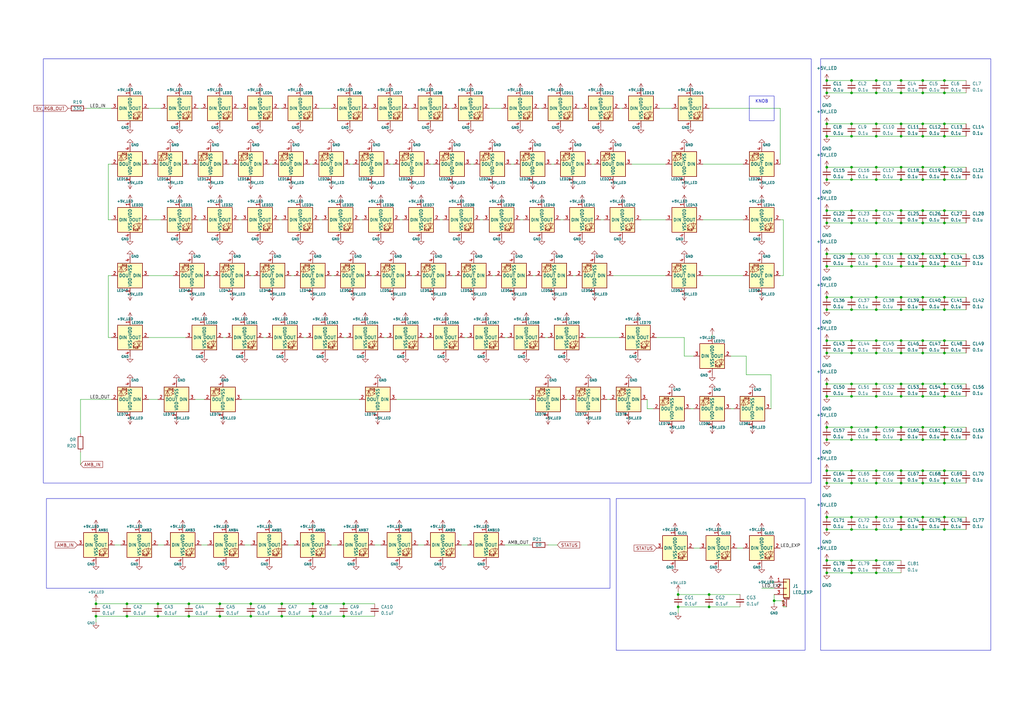
<source format=kicad_sch>
(kicad_sch (version 20250114) (generator "eeschema") (generator_version "9.0")
  (paper "A3")
  (rectangle (start 17.78 24.13) (end 332.74 198.12))
  (rectangle (start 307.34 39.37) (end 317.5 49.53))
  (rectangle (start 19.05 204.47) (end 250.19 241.3))
  (rectangle (start 252.73 204.47) (end 330.2 266.7))
  (rectangle (start 336.55 24.13) (end 406.4 266.7))
  (text "KNOB" (at 312.42 41.656 0) (effects (font (size 1.27 1.27))))
  (junction (at 77.47 247.65))
  (junction (at 349.25 121.92))
  (junction (at 349.25 198.12))
  (junction (at 349.25 193.04))
  (junction (at 339.09 175.26))
  (junction (at 369.57 175.26))
  (junction (at 278.13 248.92))
  (junction (at 339.09 38.1))
  (junction (at 378.46 157.48))
  (junction (at 387.35 175.26))
  (junction (at 359.41 217.17))
  (junction (at 349.25 50.8))
  (junction (at 378.46 33.02))
  (junction (at 64.77 247.65))
  (junction (at 339.09 104.14))
  (junction (at 339.09 193.04))
  (junction (at 140.97 252.73))
  (junction (at 378.46 162.56))
  (junction (at 378.46 127))
  (junction (at 339.09 229.87))
  (junction (at 349.25 109.22))
  (junction (at 369.57 73.66))
  (junction (at 349.25 86.36))
  (junction (at 359.41 144.78))
  (junction (at 339.09 55.88))
  (junction (at 387.35 121.92))
  (junction (at 349.25 73.66))
  (junction (at 359.41 86.36))
  (junction (at 369.57 162.56))
  (junction (at 64.77 252.73))
  (junction (at 349.25 68.58))
  (junction (at 140.97 247.65))
  (junction (at 387.35 38.1))
  (junction (at 39.37 252.73))
  (junction (at 378.46 217.17))
  (junction (at 387.35 212.09))
  (junction (at 349.25 162.56))
  (junction (at 359.41 91.44))
  (junction (at 369.57 217.17))
  (junction (at 359.41 212.09))
  (junction (at 387.35 33.02))
  (junction (at 77.47 252.73))
  (junction (at 369.57 91.44))
  (junction (at 90.17 247.65))
  (junction (at 349.25 180.34))
  (junction (at 369.57 127))
  (junction (at 359.41 229.87))
  (junction (at 359.41 50.8))
  (junction (at 387.35 50.8))
  (junction (at 387.35 68.58))
  (junction (at 378.46 193.04))
  (junction (at 278.13 243.84))
  (junction (at 369.57 180.34))
  (junction (at 387.35 55.88))
  (junction (at 349.25 229.87))
  (junction (at 369.57 68.58))
  (junction (at 369.57 33.02))
  (junction (at 387.35 198.12))
  (junction (at 387.35 104.14))
  (junction (at 378.46 198.12))
  (junction (at 387.35 180.34))
  (junction (at 339.09 127))
  (junction (at 378.46 91.44))
  (junction (at 378.46 139.7))
  (junction (at 369.57 198.12))
  (junction (at 339.09 50.8))
  (junction (at 369.57 139.7))
  (junction (at 359.41 127))
  (junction (at 378.46 212.09))
  (junction (at 378.46 144.78))
  (junction (at 349.25 175.26))
  (junction (at 339.09 91.44))
  (junction (at 378.46 50.8))
  (junction (at 378.46 55.88))
  (junction (at 359.41 180.34))
  (junction (at 387.35 91.44))
  (junction (at 387.35 144.78))
  (junction (at 378.46 73.66))
  (junction (at 349.25 38.1))
  (junction (at 349.25 234.95))
  (junction (at 369.57 86.36))
  (junction (at 339.09 139.7))
  (junction (at 339.09 144.78))
  (junction (at 349.25 139.7))
  (junction (at 369.57 121.92))
  (junction (at 369.57 144.78))
  (junction (at 378.46 175.26))
  (junction (at 378.46 180.34))
  (junction (at 349.25 91.44))
  (junction (at 115.57 247.65))
  (junction (at 369.57 38.1))
  (junction (at 339.09 73.66))
  (junction (at 359.41 68.58))
  (junction (at 378.46 38.1))
  (junction (at 387.35 86.36))
  (junction (at 387.35 162.56))
  (junction (at 290.83 243.84))
  (junction (at 369.57 55.88))
  (junction (at 378.46 68.58))
  (junction (at 369.57 50.8))
  (junction (at 339.09 86.36))
  (junction (at 387.35 109.22))
  (junction (at 369.57 157.48))
  (junction (at 349.25 33.02))
  (junction (at 378.46 121.92))
  (junction (at 339.09 212.09))
  (junction (at 359.41 38.1))
  (junction (at 349.25 127))
  (junction (at 359.41 198.12))
  (junction (at 369.57 193.04))
  (junction (at 52.07 252.73))
  (junction (at 52.07 247.65))
  (junction (at 378.46 104.14))
  (junction (at 339.09 180.34))
  (junction (at 359.41 175.26))
  (junction (at 359.41 157.48))
  (junction (at 387.35 157.48))
  (junction (at 339.09 198.12))
  (junction (at 359.41 234.95))
  (junction (at 102.87 247.65))
  (junction (at 359.41 109.22))
  (junction (at 339.09 68.58))
  (junction (at 349.25 55.88))
  (junction (at 359.41 55.88))
  (junction (at 339.09 157.48))
  (junction (at 359.41 139.7))
  (junction (at 387.35 139.7))
  (junction (at 339.09 33.02))
  (junction (at 387.35 193.04))
  (junction (at 359.41 73.66))
  (junction (at 387.35 217.17))
  (junction (at 349.25 217.17))
  (junction (at 128.27 247.65))
  (junction (at 369.57 104.14))
  (junction (at 102.87 252.73))
  (junction (at 349.25 144.78))
  (junction (at 339.09 217.17))
  (junction (at 339.09 109.22))
  (junction (at 359.41 162.56))
  (junction (at 90.17 252.73))
  (junction (at 128.27 252.73))
  (junction (at 387.35 127))
  (junction (at 290.83 248.92))
  (junction (at 359.41 104.14))
  (junction (at 387.35 73.66))
  (junction (at 339.09 162.56))
  (junction (at 369.57 109.22))
  (junction (at 378.46 86.36))
  (junction (at 359.41 121.92))
  (junction (at 378.46 109.22))
  (junction (at 317.5 246.38))
  (junction (at 39.37 247.65))
  (junction (at 339.09 121.92))
  (junction (at 349.25 157.48))
  (junction (at 349.25 212.09))
  (junction (at 115.57 252.73))
  (junction (at 339.09 234.95))
  (junction (at 349.25 104.14))
  (junction (at 369.57 212.09))
  (junction (at 359.41 193.04))
  (junction (at 359.41 33.02))
  (wire (pts (xy 208.28 138.43) (xy 207.01 138.43)))
  (wire (pts (xy 81.28 44.45) (xy 82.55 44.45)))
  (wire (pts (xy 306.07 146.05) (xy 306.07 153.67)))
  (wire (pts (xy 90.17 247.65) (xy 102.87 247.65)))
  (wire (pts (xy 251.46 113.03) (xy 273.05 113.03)))
  (wire (pts (xy 369.57 217.17) (xy 378.46 217.17)))
  (wire (pts (xy 292.1 138.43) (xy 292.1 137.16)))
  (wire (pts (xy 378.46 86.36) (xy 387.35 86.36)))
  (wire (pts (xy 44.45 90.17) (xy 45.72 90.17)))
  (wire (pts (xy 153.67 223.52) (xy 156.21 223.52)))
  (wire (pts (xy 100.33 223.52) (xy 102.87 223.52)))
  (wire (pts (xy 349.25 229.87) (xy 359.41 229.87)))
  (wire (pts (xy 64.77 252.73) (xy 77.47 252.73)))
  (wire (pts (xy 369.57 157.48) (xy 378.46 157.48)))
  (wire (pts (xy 349.25 50.8) (xy 359.41 50.8)))
  (wire (pts (xy 200.66 44.45) (xy 205.74 44.45)))
  (wire (pts (xy 299.72 146.05) (xy 306.07 146.05)))
  (wire (pts (xy 359.41 193.04) (xy 369.57 193.04)))
  (wire (pts (xy 102.87 247.65) (xy 115.57 247.65)))
  (wire (pts (xy 349.25 157.48) (xy 359.41 157.48)))
  (wire (pts (xy 140.97 247.65) (xy 153.67 247.65)))
  (wire (pts (xy 316.23 238.76) (xy 317.5 238.76)))
  (wire (pts (xy 359.41 121.92) (xy 369.57 121.92)))
  (wire (pts (xy 278.13 248.92) (xy 278.13 251.46)))
  (wire (pts (xy 369.57 193.04) (xy 378.46 193.04)))
  (wire (pts (xy 339.09 38.1) (xy 349.25 38.1)))
  (wire (pts (xy 278.13 243.84) (xy 290.83 243.84)))
  (wire (pts (xy 387.35 55.88) (xy 396.24 55.88)))
  (wire (pts (xy 191.77 138.43) (xy 190.5 138.43)))
  (wire (pts (xy 33.02 185.42) (xy 33.02 190.5)))
  (wire (pts (xy 278.13 242.57) (xy 278.13 243.84)))
  (wire (pts (xy 387.35 50.8) (xy 396.24 50.8)))
  (wire (pts (xy 378.46 33.02) (xy 387.35 33.02)))
  (wire (pts (xy 378.46 144.78) (xy 387.35 144.78)))
  (wire (pts (xy 387.35 217.17) (xy 396.24 217.17)))
  (wire (pts (xy 321.31 90.17) (xy 321.31 113.03)))
  (wire (pts (xy 97.79 90.17) (xy 99.06 90.17)))
  (wire (pts (xy 114.3 90.17) (xy 115.57 90.17)))
  (wire (pts (xy 369.57 91.44) (xy 378.46 91.44)))
  (wire (pts (xy 288.29 113.03) (xy 304.8 113.03)))
  (wire (pts (xy 339.09 229.87) (xy 349.25 229.87)))
  (wire (pts (xy 387.35 73.66) (xy 396.24 73.66)))
  (wire (pts (xy 46.99 223.52) (xy 49.53 223.52)))
  (wire (pts (xy 320.04 44.45) (xy 320.04 67.31)))
  (wire (pts (xy 359.41 162.56) (xy 369.57 162.56)))
  (wire (pts (xy 387.35 162.56) (xy 396.24 162.56)))
  (wire (pts (xy 60.96 44.45) (xy 66.04 44.45)))
  (wire (pts (xy 387.35 127) (xy 396.24 127)))
  (wire (pts (xy 35.56 44.45) (xy 45.72 44.45)))
  (wire (pts (xy 128.27 252.73) (xy 140.97 252.73)))
  (wire (pts (xy 201.93 113.03) (xy 203.2 113.03)))
  (wire (pts (xy 317.5 246.38) (xy 317.5 247.65)))
  (wire (pts (xy 52.07 247.65) (xy 64.77 247.65)))
  (wire (pts (xy 322.58 248.92) (xy 321.31 248.92)))
  (wire (pts (xy 312.42 241.3) (xy 317.5 241.3)))
  (wire (pts (xy 369.57 68.58) (xy 378.46 68.58)))
  (wire (pts (xy 39.37 247.65) (xy 52.07 247.65)))
  (wire (pts (xy 349.25 175.26) (xy 359.41 175.26)))
  (wire (pts (xy 339.09 198.12) (xy 349.25 198.12)))
  (wire (pts (xy 280.67 138.43) (xy 280.67 146.05)))
  (wire (pts (xy 387.35 139.7) (xy 396.24 139.7)))
  (wire (pts (xy 359.41 104.14) (xy 369.57 104.14)))
  (wire (pts (xy 52.07 252.73) (xy 64.77 252.73)))
  (wire (pts (xy 130.81 90.17) (xy 132.08 90.17)))
  (wire (pts (xy 359.41 229.87) (xy 369.57 229.87)))
  (wire (pts (xy 378.46 212.09) (xy 387.35 212.09)))
  (wire (pts (xy 265.43 167.64) (xy 267.97 167.64)))
  (wire (pts (xy 339.09 162.56) (xy 349.25 162.56)))
  (wire (pts (xy 387.35 91.44) (xy 396.24 91.44)))
  (wire (pts (xy 349.25 144.78) (xy 359.41 144.78)))
  (wire (pts (xy 320.04 90.17) (xy 321.31 90.17)))
  (wire (pts (xy 339.09 109.22) (xy 349.25 109.22)))
  (wire (pts (xy 339.09 86.36) (xy 349.25 86.36)))
  (wire (pts (xy 64.77 223.52) (xy 67.31 223.52)))
  (wire (pts (xy 369.57 121.92) (xy 378.46 121.92)))
  (wire (pts (xy 378.46 109.22) (xy 387.35 109.22)))
  (wire (pts (xy 60.96 90.17) (xy 66.04 90.17)))
  (wire (pts (xy 39.37 252.73) (xy 39.37 255.27)))
  (wire (pts (xy 175.26 138.43) (xy 173.99 138.43)))
  (wire (pts (xy 283.21 167.64) (xy 284.48 167.64)))
  (wire (pts (xy 349.25 193.04) (xy 359.41 193.04)))
  (wire (pts (xy 248.92 163.83) (xy 250.19 163.83)))
  (wire (pts (xy 81.28 90.17) (xy 82.55 90.17)))
  (wire (pts (xy 102.87 113.03) (xy 104.14 113.03)))
  (wire (pts (xy 115.57 252.73) (xy 128.27 252.73)))
  (wire (pts (xy 378.46 162.56) (xy 387.35 162.56)))
  (wire (pts (xy 92.71 138.43) (xy 91.44 138.43)))
  (wire (pts (xy 349.25 127) (xy 359.41 127)))
  (wire (pts (xy 265.43 163.83) (xy 265.43 167.64)))
  (wire (pts (xy 194.31 67.31) (xy 193.04 67.31)))
  (wire (pts (xy 378.46 121.92) (xy 387.35 121.92)))
  (wire (pts (xy 167.64 44.45) (xy 168.91 44.45)))
  (wire (pts (xy 302.26 224.79) (xy 304.8 224.79)))
  (wire (pts (xy 387.35 104.14) (xy 396.24 104.14)))
  (wire (pts (xy 387.35 68.58) (xy 396.24 68.58)))
  (wire (pts (xy 339.09 139.7) (xy 349.25 139.7)))
  (wire (pts (xy 86.36 113.03) (xy 87.63 113.03)))
  (wire (pts (xy 339.09 234.95) (xy 349.25 234.95)))
  (wire (pts (xy 369.57 104.14) (xy 378.46 104.14)))
  (wire (pts (xy 171.45 223.52) (xy 173.99 223.52)))
  (wire (pts (xy 349.25 217.17) (xy 359.41 217.17)))
  (wire (pts (xy 378.46 193.04) (xy 387.35 193.04)))
  (wire (pts (xy 339.09 104.14) (xy 349.25 104.14)))
  (wire (pts (xy 317.5 243.84) (xy 317.5 246.38)))
  (wire (pts (xy 227.33 67.31) (xy 226.06 67.31)))
  (wire (pts (xy 339.09 175.26) (xy 349.25 175.26)))
  (wire (pts (xy 369.57 55.88) (xy 378.46 55.88)))
  (wire (pts (xy 299.72 167.64) (xy 300.99 167.64)))
  (wire (pts (xy 359.41 91.44) (xy 369.57 91.44)))
  (wire (pts (xy 369.57 212.09) (xy 378.46 212.09)))
  (wire (pts (xy 378.46 217.17) (xy 387.35 217.17)))
  (wire (pts (xy 213.36 90.17) (xy 214.63 90.17)))
  (wire (pts (xy 369.57 50.8) (xy 378.46 50.8)))
  (wire (pts (xy 339.09 144.78) (xy 349.25 144.78)))
  (wire (pts (xy 359.41 180.34) (xy 369.57 180.34)))
  (wire (pts (xy 109.22 138.43) (xy 107.95 138.43)))
  (wire (pts (xy 387.35 109.22) (xy 396.24 109.22)))
  (wire (pts (xy 359.41 55.88) (xy 369.57 55.88)))
  (wire (pts (xy 77.47 252.73) (xy 90.17 252.73)))
  (wire (pts (xy 97.79 44.45) (xy 99.06 44.45)))
  (wire (pts (xy 339.09 55.88) (xy 349.25 55.88)))
  (wire (pts (xy 162.56 163.83) (xy 217.17 163.83)))
  (wire (pts (xy 321.31 246.38) (xy 317.5 246.38)))
  (wire (pts (xy 44.45 113.03) (xy 44.45 138.43)))
  (wire (pts (xy 378.46 68.58) (xy 387.35 68.58)))
  (wire (pts (xy 254 44.45) (xy 255.27 44.45)))
  (wire (pts (xy 224.79 138.43) (xy 223.52 138.43)))
  (wire (pts (xy 316.23 153.67) (xy 316.23 167.64)))
  (wire (pts (xy 147.32 90.17) (xy 148.59 90.17)))
  (wire (pts (xy 130.81 44.45) (xy 135.89 44.45)))
  (wire (pts (xy 339.09 217.17) (xy 349.25 217.17)))
  (wire (pts (xy 161.29 67.31) (xy 160.02 67.31)))
  (wire (pts (xy 349.25 104.14) (xy 359.41 104.14)))
  (wire (pts (xy 369.57 139.7) (xy 378.46 139.7)))
  (wire (pts (xy 33.02 163.83) (xy 45.72 163.83)))
  (wire (pts (xy 210.82 67.31) (xy 209.55 67.31)))
  (wire (pts (xy 288.29 90.17) (xy 304.8 90.17)))
  (wire (pts (xy 378.46 91.44) (xy 387.35 91.44)))
  (wire (pts (xy 349.25 121.92) (xy 359.41 121.92)))
  (wire (pts (xy 349.25 162.56) (xy 359.41 162.56)))
  (wire (pts (xy 33.02 163.83) (xy 33.02 177.8)))
  (wire (pts (xy 99.06 163.83) (xy 147.32 163.83)))
  (wire (pts (xy 288.29 67.31) (xy 304.8 67.31)))
  (wire (pts (xy 232.41 163.83) (xy 233.68 163.83)))
  (wire (pts (xy 270.51 44.45) (xy 275.59 44.45)))
  (wire (pts (xy 349.25 109.22) (xy 359.41 109.22)))
  (wire (pts (xy 234.95 113.03) (xy 236.22 113.03)))
  (wire (pts (xy 135.89 223.52) (xy 138.43 223.52)))
  (wire (pts (xy 349.25 33.02) (xy 359.41 33.02)))
  (wire (pts (xy 144.78 67.31) (xy 143.51 67.31)))
  (wire (pts (xy 387.35 38.1) (xy 396.24 38.1)))
  (wire (pts (xy 184.15 44.45) (xy 185.42 44.45)))
  (wire (pts (xy 77.47 247.65) (xy 90.17 247.65)))
  (wire (pts (xy 387.35 212.09) (xy 396.24 212.09)))
  (wire (pts (xy 180.34 90.17) (xy 181.61 90.17)))
  (wire (pts (xy 339.09 212.09) (xy 349.25 212.09)))
  (wire (pts (xy 369.57 127) (xy 378.46 127)))
  (wire (pts (xy 339.09 193.04) (xy 349.25 193.04)))
  (wire (pts (xy 339.09 157.48) (xy 349.25 157.48)))
  (wire (pts (xy 378.46 180.34) (xy 387.35 180.34)))
  (wire (pts (xy 158.75 138.43) (xy 157.48 138.43)))
  (wire (pts (xy 369.57 38.1) (xy 378.46 38.1)))
  (wire (pts (xy 369.57 180.34) (xy 378.46 180.34)))
  (wire (pts (xy 125.73 138.43) (xy 124.46 138.43)))
  (wire (pts (xy 246.38 90.17) (xy 247.65 90.17)))
  (wire (pts (xy 39.37 246.38) (xy 39.37 247.65)))
  (wire (pts (xy 349.25 212.09) (xy 359.41 212.09)))
  (wire (pts (xy 339.09 50.8) (xy 349.25 50.8)))
  (wire (pts (xy 339.09 127) (xy 349.25 127)))
  (wire (pts (xy 196.85 90.17) (xy 198.12 90.17)))
  (wire (pts (xy 321.31 113.03) (xy 320.04 113.03)))
  (wire (pts (xy 128.27 67.31) (xy 127 67.31)))
  (wire (pts (xy 90.17 252.73) (xy 102.87 252.73)))
  (wire (pts (xy 62.23 67.31) (xy 60.96 67.31)))
  (wire (pts (xy 290.83 44.45) (xy 320.04 44.45)))
  (wire (pts (xy 207.01 223.52) (xy 217.17 223.52)))
  (wire (pts (xy 359.41 33.02) (xy 369.57 33.02)))
  (wire (pts (xy 359.41 38.1) (xy 369.57 38.1)))
  (wire (pts (xy 163.83 90.17) (xy 165.1 90.17)))
  (wire (pts (xy 115.57 247.65) (xy 128.27 247.65)))
  (wire (pts (xy 152.4 113.03) (xy 153.67 113.03)))
  (wire (pts (xy 359.41 73.66) (xy 369.57 73.66)))
  (wire (pts (xy 60.96 163.83) (xy 64.77 163.83)))
  (wire (pts (xy 359.41 212.09) (xy 369.57 212.09)))
  (wire (pts (xy 369.57 175.26) (xy 378.46 175.26)))
  (wire (pts (xy 102.87 252.73) (xy 115.57 252.73)))
  (wire (pts (xy 95.25 67.31) (xy 93.98 67.31)))
  (wire (pts (xy 369.57 162.56) (xy 378.46 162.56)))
  (wire (pts (xy 349.25 198.12) (xy 359.41 198.12)))
  (wire (pts (xy 369.57 144.78) (xy 378.46 144.78)))
  (wire (pts (xy 387.35 157.48) (xy 396.24 157.48)))
  (wire (pts (xy 280.67 146.05) (xy 284.48 146.05)))
  (wire (pts (xy 359.41 50.8) (xy 369.57 50.8)))
  (wire (pts (xy 359.41 109.22) (xy 369.57 109.22)))
  (wire (pts (xy 349.25 180.34) (xy 359.41 180.34)))
  (wire (pts (xy 359.41 217.17) (xy 369.57 217.17)))
  (wire (pts (xy 44.45 138.43) (xy 45.72 138.43)))
  (wire (pts (xy 378.46 175.26) (xy 387.35 175.26)))
  (wire (pts (xy 168.91 113.03) (xy 170.18 113.03)))
  (wire (pts (xy 118.11 223.52) (xy 120.65 223.52)))
  (wire (pts (xy 306.07 153.67) (xy 316.23 153.67)))
  (wire (pts (xy 142.24 138.43) (xy 140.97 138.43)))
  (wire (pts (xy 378.46 38.1) (xy 387.35 38.1)))
  (wire (pts (xy 273.05 67.31) (xy 259.08 67.31)))
  (wire (pts (xy 349.25 73.66) (xy 359.41 73.66)))
  (wire (pts (xy 339.09 121.92) (xy 349.25 121.92)))
  (wire (pts (xy 262.89 90.17) (xy 273.05 90.17)))
  (wire (pts (xy 224.79 223.52) (xy 228.6 223.52)))
  (wire (pts (xy 378.46 198.12) (xy 387.35 198.12)))
  (wire (pts (xy 78.74 67.31) (xy 77.47 67.31)))
  (wire (pts (xy 387.35 198.12) (xy 396.24 198.12)))
  (wire (pts (xy 387.35 33.02) (xy 396.24 33.02)))
  (wire (pts (xy 111.76 67.31) (xy 110.49 67.31)))
  (wire (pts (xy 378.46 157.48) (xy 387.35 157.48)))
  (wire (pts (xy 378.46 50.8) (xy 387.35 50.8)))
  (wire (pts (xy 269.24 138.43) (xy 280.67 138.43)))
  (wire (pts (xy 387.35 144.78) (xy 396.24 144.78)))
  (wire (pts (xy 359.41 68.58) (xy 369.57 68.58)))
  (wire (pts (xy 243.84 67.31) (xy 242.57 67.31)))
  (wire (pts (xy 359.41 86.36) (xy 369.57 86.36)))
  (wire (pts (xy 349.25 234.95) (xy 359.41 234.95)))
  (wire (pts (xy 378.46 104.14) (xy 387.35 104.14)))
  (wire (pts (xy 44.45 67.31) (xy 44.45 90.17)))
  (wire (pts (xy 359.41 144.78) (xy 369.57 144.78)))
  (wire (pts (xy 177.8 67.31) (xy 176.53 67.31)))
  (wire (pts (xy 119.38 113.03) (xy 120.65 113.03)))
  (wire (pts (xy 135.89 113.03) (xy 137.16 113.03)))
  (wire (pts (xy 378.46 73.66) (xy 387.35 73.66)))
  (wire (pts (xy 378.46 127) (xy 387.35 127)))
  (wire (pts (xy 349.25 139.7) (xy 359.41 139.7)))
  (wire (pts (xy 82.55 223.52) (xy 85.09 223.52)))
  (wire (pts (xy 44.45 113.03) (xy 45.72 113.03)))
  (wire (pts (xy 387.35 175.26) (xy 396.24 175.26)))
  (wire (pts (xy 359.41 234.95) (xy 369.57 234.95)))
  (wire (pts (xy 321.31 248.92) (xy 321.31 246.38)))
  (wire (pts (xy 339.09 91.44) (xy 349.25 91.44)))
  (wire (pts (xy 76.2 138.43) (xy 60.96 138.43)))
  (wire (pts (xy 359.41 127) (xy 369.57 127)))
  (wire (pts (xy 369.57 109.22) (xy 378.46 109.22)))
  (wire (pts (xy 349.25 91.44) (xy 359.41 91.44)))
  (wire (pts (xy 359.41 157.48) (xy 369.57 157.48)))
  (wire (pts (xy 387.35 86.36) (xy 396.24 86.36)))
  (wire (pts (xy 151.13 44.45) (xy 152.4 44.45)))
  (wire (pts (xy 378.46 55.88) (xy 387.35 55.88)))
  (wire (pts (xy 278.13 248.92) (xy 290.83 248.92)))
  (wire (pts (xy 229.87 90.17) (xy 231.14 90.17)))
  (wire (pts (xy 220.98 44.45) (xy 222.25 44.45)))
  (wire (pts (xy 114.3 44.45) (xy 115.57 44.45)))
  (wire (pts (xy 369.57 33.02) (xy 378.46 33.02)))
  (wire (pts (xy 339.09 68.58) (xy 349.25 68.58)))
  (wire (pts (xy 80.01 163.83) (xy 83.82 163.83)))
  (wire (pts (xy 349.25 86.36) (xy 359.41 86.36)))
  (wire (pts (xy 254 138.43) (xy 240.03 138.43)))
  (wire (pts (xy 387.35 121.92) (xy 396.24 121.92)))
  (wire (pts (xy 39.37 252.73) (xy 52.07 252.73)))
  (wire (pts (xy 140.97 252.73) (xy 153.67 252.73)))
  (wire (pts (xy 359.41 175.26) (xy 369.57 175.26)))
  (wire (pts (xy 369.57 86.36) (xy 378.46 86.36)))
  (wire (pts (xy 359.41 139.7) (xy 369.57 139.7)))
  (wire (pts (xy 359.41 198.12) (xy 369.57 198.12)))
  (wire (pts (xy 60.96 113.03) (xy 71.12 113.03)))
  (wire (pts (xy 290.83 243.84) (xy 303.53 243.84)))
  (wire (pts (xy 189.23 223.52) (xy 191.77 223.52)))
  (wire (pts (xy 339.09 33.02) (xy 349.25 33.02)))
  (wire (pts (xy 185.42 113.03) (xy 186.69 113.03)))
  (wire (pts (xy 237.49 44.45) (xy 238.76 44.45)))
  (wire (pts (xy 45.72 67.31) (xy 44.45 67.31)))
  (wire (pts (xy 128.27 247.65) (xy 140.97 247.65)))
  (wire (pts (xy 64.77 247.65) (xy 77.47 247.65)))
  (wire (pts (xy 290.83 248.92) (xy 303.53 248.92)))
  (wire (pts (xy 339.09 73.66) (xy 349.25 73.66)))
  (wire (pts (xy 378.46 139.7) (xy 387.35 139.7)))
  (wire (pts (xy 387.35 193.04) (xy 396.24 193.04)))
  (wire (pts (xy 349.25 38.1) (xy 359.41 38.1)))
  (wire (pts (xy 349.25 68.58) (xy 359.41 68.58)))
  (wire (pts (xy 339.09 180.34) (xy 349.25 180.34)))
  (wire (pts (xy 284.48 224.79) (xy 287.02 224.79)))
  (wire (pts (xy 369.57 73.66) (xy 378.46 73.66)))
  (wire (pts (xy 349.25 55.88) (xy 359.41 55.88)))
  (wire (pts (xy 369.57 198.12) (xy 378.46 198.12)))
  (wire (pts (xy 218.44 113.03) (xy 219.71 113.03)))
  (wire (pts (xy 387.35 180.34) (xy 396.24 180.34)))
  (label "LED_EXP" (at 312.42 241.3 0))
  (label "AMB_OUT" (at 208.28 223.52 0))
  (label "LED_OUT" (at 36.83 163.83 0))
  (label "LED_IN" (at 36.83 44.45 0))
  (label "LED_EXP" (at 320.04 224.79 0))
  (global_label "5V_RGB_OUT" (shape input) (at 27.94 44.45 180) (property "Intersheetrefs" "${INTERSHEET_REFS}" (effects (hide yes))))
  (global_label "STATUS" (shape input) (at 228.6 223.52 0) (property "Intersheetrefs" "${INTERSHEET_REFS}" (effects (hide yes))))
  (global_label "AMB_IN" (shape input) (at 31.75 223.52 180) (property "Intersheetrefs" "${INTERSHEET_REFS}" (effects (hide yes))))
  (global_label "AMB_IN" (shape input) (at 33.02 190.5 0) (property "Intersheetrefs" "${INTERSHEET_REFS}" (effects (hide yes))))
  (global_label "STATUS" (shape input) (at 269.24 224.79 180) (property "Intersheetrefs" "${INTERSHEET_REFS}" (effects (hide yes))))
  (symbol (lib_id "power:+5V") (at 74.93 215.9 0) (unit 1)
    (property "Reference" "#PWR0401" (effects (hide yes)))
    (property "Value" "+5V_LED" (at 72.898 215.9 0) (effects (font (size 1 1))))
    (property "Description" "Power symbol creates a global label with name \"+5V\"" (effects (hide yes)))
  )
  (symbol (lib_id "power:+5V") (at 189.23 82.55 0) (unit 1)
    (property "Reference" "#PWR0102" (effects (hide yes)))
    (property "Value" "+5V_LED" (at 187.198 82.55 0) (effects (font (size 1 1))))
    (property "Description" "Power symbol creates a global label with name \"+5V\"" (effects (hide yes)))
  )
  (symbol (lib_id "Device:C_Small") (at 369.57 214.63 0) (unit 1)
    (property "Reference" "CL74" (at 372.11 213.3662 0) (effects (justify left)))
    (property "Value" "0.1u" (at 372.11 215.9062 0) (effects (justify left)))
    (property "Footprint" "Capacitor_SMD:C_0603_1608Metric_Pad1.08x0.95mm_HandSolder" (effects (hide yes)))
    (property "Description" "Unpolarized capacitor, small symbol" (effects (hide yes)))
  )
  (symbol (lib_id "power:+5V") (at 261.62 130.81 0) (unit 1)
    (property "Reference" "#PWR0170" (effects (hide yes)))
    (property "Value" "+5V_LED" (at 259.588 130.81 0) (effects (font (size 1 1))))
    (property "Description" "Power symbol creates a global label with name \"+5V\"" (effects (hide yes)))
  )
  (symbol (lib_id "power:+5V") (at 339.09 157.48 0) (unit 1)
    (property "Reference" "#PWR0204" (effects (hide yes)))
    (property "Value" "+5V_LED" (at 339.09 152.4 0))
    (property "Description" "Power symbol creates a global label with name \"+5V\"" (effects (hide yes)))
  )
  (symbol (lib_id "PCM_marbastlib-various:SK6812MINI-E") (at 152.4 67.31 180) (unit 1)
    (property "Reference" "LED21" (at 149.352 73.406 0) (effects (font (size 1 1))))
    (property "Value" "SK6812" (effects (hide yes)))
    (property "Footprint" "PCM_marbastlib-various:LED_6028R" (effects (hide yes)))
    (property "Description" "Reverse mount adressable LED (WS2812 protocol)" (effects (hide yes)))
  )
  (symbol (lib_id "Device:C_Small") (at 369.57 35.56 0) (unit 1)
    (property "Reference" "CL4" (at 372.11 34.2962 0) (effects (justify left)))
    (property "Value" "0.1u" (at 372.11 36.8362 0) (effects (justify left)))
    (property "Footprint" "Capacitor_SMD:C_0603_1608Metric_Pad1.08x0.95mm_HandSolder" (effects (hide yes)))
    (property "Description" "Unpolarized capacitor, small symbol" (effects (hide yes)))
  )
  (symbol (lib_id "PCM_marbastlib-various:SK6812MINI-E") (at 194.31 113.03 180) (unit 1)
    (property "Reference" "LED53" (at 191.262 119.126 0) (effects (font (size 1 1))))
    (property "Value" "SK6812" (effects (hide yes)))
    (property "Footprint" "PCM_marbastlib-various:LED_6028R" (effects (hide yes)))
    (property "Description" "Reverse mount adressable LED (WS2812 protocol)" (effects (hide yes)))
  )
  (symbol (lib_id "PCM_marbastlib-various:SK6812MINI-E") (at 224.79 163.83 180) (unit 1)
    (property "Reference" "LED76" (at 221.742 169.926 0) (effects (font (size 1 1))))
    (property "Value" "SK6812" (effects (hide yes)))
    (property "Footprint" "PCM_marbastlib-various:LED_6028R" (effects (hide yes)))
    (property "Description" "Reverse mount adressable LED (WS2812 protocol)" (effects (hide yes)))
  )
  (symbol (lib_id "power:+5V") (at 278.13 242.57 0) (unit 1)
    (property "Reference" "#PWR0443" (effects (hide yes)))
    (property "Value" "+5V_LED" (at 278.13 239.014 0) (effects (font (size 1 1))))
    (property "Description" "Power symbol creates a global label with name \"+5V\"" (effects (hide yes)))
  )
  (symbol (lib_id "power:GND") (at 181.61 231.14 0) (unit 1)
    (property "Reference" "#PWR0419" (effects (hide yes)))
    (property "Value" "GND" (at 179.578 231.394 0) (effects (font (size 1 1))))
    (property "Description" "Power symbol creates a global label with name \"GND\" , ground" (effects (hide yes)))
  )
  (symbol (lib_id "Device:C_Small") (at 369.57 195.58 0) (unit 1)
    (property "Reference" "CL67" (at 372.11 194.3162 0) (effects (justify left)))
    (property "Value" "0.1u" (at 372.11 196.8562 0) (effects (justify left)))
    (property "Footprint" "Capacitor_SMD:C_0603_1608Metric_Pad1.08x0.95mm_HandSolder" (effects (hide yes)))
    (property "Description" "Unpolarized capacitor, small symbol" (effects (hide yes)))
  )
  (symbol (lib_id "PCM_marbastlib-various:SK6812MINI-E") (at 128.27 113.03 180) (unit 1)
    (property "Reference" "LED49" (at 125.222 119.126 0) (effects (font (size 1 1))))
    (property "Value" "SK6812" (effects (hide yes)))
    (property "Footprint" "PCM_marbastlib-various:LED_6028R" (effects (hide yes)))
    (property "Description" "Reverse mount adressable LED (WS2812 protocol)" (effects (hide yes)))
  )
  (symbol (lib_id "PCM_marbastlib-various:SK6812MINI-E") (at 280.67 90.17 0) (unit 1)
    (property "Reference" "LED43" (at 283.718 84.074 0) (effects (font (size 1 1))))
    (property "Value" "SK6812" (effects (hide yes)))
    (property "Footprint" "PCM_marbastlib-various:LED_6028R" (effects (hide yes)))
    (property "Description" "Reverse mount adressable LED (WS2812 protocol)" (effects (hide yes)))
  )
  (symbol (lib_id "power:GND") (at 255.27 97.79 0) (unit 1)
    (property "Reference" "#PWR0125" (effects (hide yes)))
    (property "Value" "GND" (at 253.238 98.044 0) (effects (font (size 1 1))))
    (property "Description" "Power symbol creates a global label with name \"GND\" , ground" (effects (hide yes)))
  )
  (symbol (lib_id "power:+5V") (at 227.33 120.65 180) (unit 1)
    (property "Reference" "#PWR0154" (effects (hide yes)))
    (property "Value" "+5V_LED" (at 229.362 120.65 0) (effects (font (size 1 1))))
    (property "Description" "Power symbol creates a global label with name \"+5V\"" (effects (hide yes)))
  )
  (symbol (lib_id "power:GND") (at 278.13 251.46 0) (unit 1)
    (property "Reference" "#PWR0444" (effects (hide yes)))
    (property "Value" "GND" (at 276.098 251.714 0) (effects (font (size 1 1))))
    (property "Description" "Power symbol creates a global label with name \"GND\" , ground" (effects (hide yes)))
  )
  (symbol (lib_id "PCM_marbastlib-various:SK6812MINI-E") (at 243.84 113.03 180) (unit 1)
    (property "Reference" "LED56" (at 240.792 119.126 0) (effects (font (size 1 1))))
    (property "Value" "SK6812" (effects (hide yes)))
    (property "Footprint" "PCM_marbastlib-various:LED_6028R" (effects (hide yes)))
    (property "Description" "Reverse mount adressable LED (WS2812 protocol)" (effects (hide yes)))
  )
  (symbol (lib_id "power:GND") (at 312.42 97.79 0) (unit 1)
    (property "Reference" "#PWR0127" (effects (hide yes)))
    (property "Value" "GND" (at 310.388 98.044 0) (effects (font (size 1 1))))
    (property "Description" "Power symbol creates a global label with name \"GND\" , ground" (effects (hide yes)))
  )
  (symbol (lib_id "PCM_marbastlib-various:SK6812MINI-E") (at 312.42 67.31 180) (unit 1)
    (property "Reference" "LED29" (at 309.372 73.406 0) (effects (font (size 1 1))))
    (property "Value" "SK6812" (effects (hide yes)))
    (property "Footprint" "PCM_marbastlib-various:LED_6028R" (effects (hide yes)))
    (property "Description" "Reverse mount adressable LED (WS2812 protocol)" (effects (hide yes)))
  )
  (symbol (lib_id "Device:R") (at 220.98 223.52 90) (unit 1)
    (property "Reference" "R21" (at 222.25 221.234 90) (effects (justify left)))
    (property "Value" "0R" (at 222.25 223.52 90) (effects (justify left)))
    (property "Footprint" "Resistor_SMD:R_0603_1608Metric_Pad0.98x0.95mm_HandSolder" (effects (hide yes)))
    (property "Description" "Resistor" (effects (hide yes)))
  )
  (symbol (lib_id "Device:C_Small") (at 339.09 35.56 0) (unit 1)
    (property "Reference" "CL1" (at 341.63 34.2962 0) (effects (justify left)))
    (property "Value" "0.1u" (at 341.63 36.8362 0) (effects (justify left)))
    (property "Footprint" "Capacitor_SMD:C_0603_1608Metric_Pad1.08x0.95mm_HandSolder" (effects (hide yes)))
    (property "Description" "Unpolarized capacitor, small symbol" (effects (hide yes)))
  )
  (symbol (lib_id "PCM_marbastlib-various:SK6812MINI-E") (at 185.42 67.31 180) (unit 1)
    (property "Reference" "LED23" (at 182.372 73.406 0) (effects (font (size 1 1))))
    (property "Value" "SK6812" (effects (hide yes)))
    (property "Footprint" "PCM_marbastlib-various:LED_6028R" (effects (hide yes)))
    (property "Description" "Reverse mount adressable LED (WS2812 protocol)" (effects (hide yes)))
  )
  (symbol (lib_id "power:GND") (at 156.21 97.79 0) (unit 1)
    (property "Reference" "#PWR0117" (effects (hide yes)))
    (property "Value" "GND" (at 154.178 98.044 0) (effects (font (size 1 1))))
    (property "Description" "Power symbol creates a global label with name \"GND\" , ground" (effects (hide yes)))
  )
  (symbol (lib_id "power:+5V") (at 308.61 175.26 180) (unit 1)
    (property "Reference" "#PWR0215" (effects (hide yes)))
    (property "Value" "+5V_LED" (at 310.642 175.26 0) (effects (font (size 1 1))))
    (property "Description" "Power symbol creates a global label with name \"+5V\"" (effects (hide yes)))
  )
  (symbol (lib_id "power:+5V") (at 339.09 86.36 0) (unit 1)
    (property "Reference" "#PWR0109" (effects (hide yes)))
    (property "Value" "+5V_LED" (at 339.09 81.28 0))
    (property "Description" "Power symbol creates a global label with name \"+5V\"" (effects (hide yes)))
  )
  (symbol (lib_id "Device:C_Small") (at 290.83 246.38 0) (unit 1)
    (property "Reference" "CG2" (at 293.37 245.1162 0) (effects (justify left)))
    (property "Value" "0.1uF" (at 293.37 247.6562 0) (effects (justify left)))
    (property "Footprint" "Capacitor_SMD:C_0402_1005Metric_Pad0.74x0.62mm_HandSolder" (effects (hide yes)))
    (property "Description" "Unpolarized capacitor, small symbol" (effects (hide yes)))
  )
  (symbol (lib_id "power:GND") (at 168.91 59.69 180) (unit 1)
    (property "Reference" "#PWR068" (effects (hide yes)))
    (property "Value" "GND" (at 170.942 59.436 0) (effects (font (size 1 1))))
    (property "Description" "Power symbol creates a global label with name \"GND\" , ground" (effects (hide yes)))
  )
  (symbol (lib_id "power:+5V") (at 83.82 130.81 0) (unit 1)
    (property "Reference" "#PWR0160" (effects (hide yes)))
    (property "Value" "+5V_LED" (at 81.788 130.81 0) (effects (font (size 1 1))))
    (property "Description" "Power symbol creates a global label with name \"+5V\"" (effects (hide yes)))
  )
  (symbol (lib_id "power:+5V") (at 312.42 74.93 180) (unit 1)
    (property "Reference" "#PWR092" (effects (hide yes)))
    (property "Value" "+5V_LED" (at 314.452 74.93 0) (effects (font (size 1 1))))
    (property "Description" "Power symbol creates a global label with name \"+5V\"" (effects (hide yes)))
  )
  (symbol (lib_id "power:+5V") (at 102.87 74.93 180) (unit 1)
    (property "Reference" "#PWR081" (effects (hide yes)))
    (property "Value" "+5V_LED" (at 104.902 74.93 0) (effects (font (size 1 1))))
    (property "Description" "Power symbol creates a global label with name \"+5V\"" (effects (hide yes)))
  )
  (symbol (lib_id "power:+5V") (at 91.44 171.45 180) (unit 1)
    (property "Reference" "#PWR0208" (effects (hide yes)))
    (property "Value" "+5V_LED" (at 93.472 171.45 0) (effects (font (size 1 1))))
    (property "Description" "Power symbol creates a global label with name \"+5V\"" (effects (hide yes)))
  )
  (symbol (lib_id "Device:C_Small") (at 387.35 88.9 0) (unit 1)
    (property "Reference" "CL27" (at 389.89 87.6362 0) (effects (justify left)))
    (property "Value" "0.1u" (at 389.89 90.1762 0) (effects (justify left)))
    (property "Footprint" "Capacitor_SMD:C_0603_1608Metric_Pad1.08x0.95mm_HandSolder" (effects (hide yes)))
    (property "Description" "Unpolarized capacitor, small symbol" (effects (hide yes)))
  )
  (symbol (lib_id "power:+5V") (at 139.7 82.55 0) (unit 1)
    (property "Reference" "#PWR099" (effects (hide yes)))
    (property "Value" "+5V_LED" (at 137.668 82.55 0) (effects (font (size 1 1))))
    (property "Description" "Power symbol creates a global label with name \"+5V\"" (effects (hide yes)))
  )
  (symbol (lib_id "Device:C_Small") (at 378.46 88.9 0) (unit 1)
    (property "Reference" "CL26" (at 381 87.6362 0) (effects (justify left)))
    (property "Value" "0.1u" (at 381 90.1762 0) (effects (justify left)))
    (property "Footprint" "Capacitor_SMD:C_0603_1608Metric_Pad1.08x0.95mm_HandSolder" (effects (hide yes)))
    (property "Description" "Unpolarized capacitor, small symbol" (effects (hide yes)))
  )
  (symbol (lib_id "power:+5V") (at 232.41 130.81 0) (unit 1)
    (property "Reference" "#PWR0169" (effects (hide yes)))
    (property "Value" "+5V_LED" (at 230.378 130.81 0) (effects (font (size 1 1))))
    (property "Description" "Power symbol creates a global label with name \"+5V\"" (effects (hide yes)))
  )
  (symbol (lib_id "power:GND") (at 229.87 52.07 0) (unit 1)
    (property "Reference" "#PWR056" (effects (hide yes)))
    (property "Value" "GND" (at 227.838 52.324 0) (effects (font (size 1 1))))
    (property "Description" "Power symbol creates a global label with name \"GND\" , ground" (effects (hide yes)))
  )
  (symbol (lib_id "PCM_marbastlib-various:SK6812MINI-E") (at 218.44 67.31 180) (unit 1)
    (property "Reference" "LED25" (at 215.392 73.406 0) (effects (font (size 1 1))))
    (property "Value" "SK6812" (effects (hide yes)))
    (property "Footprint" "PCM_marbastlib-various:LED_6028R" (effects (hide yes)))
    (property "Description" "Reverse mount adressable LED (WS2812 protocol)" (effects (hide yes)))
  )
  (symbol (lib_id "power:GND") (at 339.09 180.34 0) (unit 1)
    (property "Reference" "#PWR0217" (effects (hide yes)))
    (property "Value" "GND" (at 339.09 185.42 0))
    (property "Description" "Power symbol creates a global label with name \"GND\" , ground" (effects (hide yes)))
  )
  (symbol (lib_id "Connector_Generic_MountingPin:Conn_01x03_MountingPin") (at 322.58 241.3 0) (unit 1)
    (property "Reference" "J1" (at 325.12 240.3855 0) (effects (justify left)))
    (property "Value" "LED_EXP" (at 325.12 242.9255 0) (effects (justify left)))
    (property "Footprint" "Connector_JST:JST_SH_SM03B-SRSS-TB_1x03-1MP_P1.00mm_Horizontal" (effects (hide yes)))
    (property "Description" "Generic connectable mounting pin connector, single row, 01x03, script generated (kicad-library-utils/schlib/autogen/connector/)" (effects (hide yes)))
    (property "Specifications" "HEADER 1x3 MALE PINS 0.100” 180deg" (effects (hide yes)))
    (property "Manufacturer" "TAD" (effects (hide yes)))
    (property "Part Number" "1-0301FBV0T" (effects (hide yes)))
  )
  (symbol (lib_id "power:+5V") (at 257.81 171.45 180) (unit 1)
    (property "Reference" "#PWR0212" (effects (hide yes)))
    (property "Value" "+5V_LED" (at 259.842 171.45 0) (effects (font (size 1 1))))
    (property "Description" "Power symbol creates a global label with name \"+5V\"" (effects (hide yes)))
  )
  (symbol (lib_id "power:GND") (at 135.89 59.69 180) (unit 1)
    (property "Reference" "#PWR066" (effects (hide yes)))
    (property "Value" "GND" (at 137.922 59.436 0) (effects (font (size 1 1))))
    (property "Description" "Power symbol creates a global label with name \"GND\" , ground" (effects (hide yes)))
  )
  (symbol (lib_id "power:GND") (at 189.23 97.79 0) (unit 1)
    (property "Reference" "#PWR0119" (effects (hide yes)))
    (property "Value" "GND" (at 187.198 98.044 0) (effects (font (size 1 1))))
    (property "Description" "Power symbol creates a global label with name \"GND\" , ground" (effects (hide yes)))
  )
  (symbol (lib_id "Device:C_Small") (at 140.97 250.19 0) (unit 1)
    (property "Reference" "CA9" (at 143.51 248.9262 0) (effects (justify left)))
    (property "Value" "0.1uF" (at 143.51 251.4662 0) (effects (justify left)))
    (property "Footprint" "Capacitor_SMD:C_0402_1005Metric_Pad0.74x0.62mm_HandSolder" (effects (hide yes)))
    (property "Description" "Unpolarized capacitor, small symbol" (effects (hide yes)))
  )
  (symbol (lib_id "power:GND") (at 339.09 127 0) (unit 1)
    (property "Reference" "#PWR0171" (effects (hide yes)))
    (property "Value" "GND" (at 339.09 132.08 0))
    (property "Description" "Power symbol creates a global label with name \"GND\" , ground" (effects (hide yes)))
  )
  (symbol (lib_id "Device:C_Small") (at 396.24 160.02 0) (unit 1)
    (property "Reference" "CL56" (at 398.78 158.7562 0) (effects (justify left)))
    (property "Value" "0.1u" (at 398.78 161.2962 0) (effects (justify left)))
    (property "Footprint" "Capacitor_SMD:C_0603_1608Metric_Pad1.08x0.95mm_HandSolder" (effects (hide yes)))
    (property "Description" "Unpolarized capacitor, small symbol" (effects (hide yes)))
  )
  (symbol (lib_id "PCM_marbastlib-various:SK6812MINI-E") (at 255.27 90.17 0) (unit 1)
    (property "Reference" "LED42" (at 258.318 84.074 0) (effects (font (size 1 1))))
    (property "Value" "SK6812" (effects (hide yes)))
    (property "Footprint" "PCM_marbastlib-various:LED_6028R" (effects (hide yes)))
    (property "Description" "Reverse mount adressable LED (WS2812 protocol)" (effects (hide yes)))
  )
  (symbol (lib_id "power:GND") (at 91.44 156.21 180) (unit 1)
    (property "Reference" "#PWR0196" (effects (hide yes)))
    (property "Value" "GND" (at 92.202 155.956 0) (effects (font (size 1 1))))
    (property "Description" "Power symbol creates a global label with name \"GND\" , ground" (effects (hide yes)))
  )
  (symbol (lib_id "power:+5V") (at 238.76 82.55 0) (unit 1)
    (property "Reference" "#PWR0105" (effects (hide yes)))
    (property "Value" "+5V_LED" (at 236.728 82.55 0) (effects (font (size 1 1))))
    (property "Description" "Power symbol creates a global label with name \"+5V\"" (effects (hide yes)))
  )
  (symbol (lib_id "Device:C_Small") (at 378.46 35.56 0) (unit 1)
    (property "Reference" "CL5" (at 381 34.2962 0) (effects (justify left)))
    (property "Value" "0.1u" (at 381 36.8362 0) (effects (justify left)))
    (property "Footprint" "Capacitor_SMD:C_0603_1608Metric_Pad1.08x0.95mm_HandSolder" (effects (hide yes)))
    (property "Description" "Unpolarized capacitor, small symbol" (effects (hide yes)))
  )
  (symbol (lib_id "power:+5V") (at 166.37 130.81 0) (unit 1)
    (property "Reference" "#PWR0165" (effects (hide yes)))
    (property "Value" "+5V_LED" (at 164.338 130.81 0) (effects (font (size 1 1))))
    (property "Description" "Power symbol creates a global label with name \"+5V\"" (effects (hide yes)))
  )
  (symbol (lib_id "Device:C_Small") (at 359.41 71.12 0) (unit 1)
    (property "Reference" "CL17" (at 361.95 69.8562 0) (effects (justify left)))
    (property "Value" "0.1u" (at 361.95 72.3962 0) (effects (justify left)))
    (property "Footprint" "Capacitor_SMD:C_0603_1608Metric_Pad1.08x0.95mm_HandSolder" (effects (hide yes)))
    (property "Description" "Unpolarized capacitor, small symbol" (effects (hide yes)))
  )
  (symbol (lib_id "power:+5V") (at 283.21 36.83 0) (unit 1)
    (property "Reference" "#PWR043" (effects (hide yes)))
    (property "Value" "+5V_LED" (at 281.178 36.83 0) (effects (font (size 1 1))))
    (property "Description" "Power symbol creates a global label with name \"+5V\"" (effects (hide yes)))
  )
  (symbol (lib_id "power:GND") (at 339.09 109.22 0) (unit 1)
    (property "Reference" "#PWR0143" (effects (hide yes)))
    (property "Value" "GND" (at 339.09 114.3 0))
    (property "Description" "Power symbol creates a global label with name \"GND\" , ground" (effects (hide yes)))
  )
  (symbol (lib_id "power:+5V") (at 276.86 217.17 0) (unit 1)
    (property "Reference" "#PWR0437" (effects (hide yes)))
    (property "Value" "+5V_LED" (at 274.828 217.17 0) (effects (font (size 1 1))))
    (property "Description" "Power symbol creates a global label with name \"+5V\"" (effects (hide yes)))
  )
  (symbol (lib_id "Device:C_Small") (at 387.35 71.12 0) (unit 1)
    (property "Reference" "CL20" (at 389.89 69.8562 0) (effects (justify left)))
    (property "Value" "0.1u" (at 389.89 72.3962 0) (effects (justify left)))
    (property "Footprint" "Capacitor_SMD:C_0603_1608Metric_Pad1.08x0.95mm_HandSolder" (effects (hide yes)))
    (property "Description" "Unpolarized capacitor, small symbol" (effects (hide yes)))
  )
  (symbol (lib_id "power:+5V") (at 69.85 74.93 180) (unit 1)
    (property "Reference" "#PWR079" (effects (hide yes)))
    (property "Value" "+5V_LED" (at 71.882 74.93 0) (effects (font (size 1 1))))
    (property "Description" "Power symbol creates a global label with name \"+5V\"" (effects (hide yes)))
  )
  (symbol (lib_id "Device:C_Small") (at 378.46 177.8 0) (unit 1)
    (property "Reference" "CL61" (at 381 176.5362 0) (effects (justify left)))
    (property "Value" "0.1u" (at 381 179.0762 0) (effects (justify left)))
    (property "Footprint" "Capacitor_SMD:C_0603_1608Metric_Pad1.08x0.95mm_HandSolder" (effects (hide yes)))
    (property "Description" "Unpolarized capacitor, small symbol" (effects (hide yes)))
  )
  (symbol (lib_id "power:GND") (at 201.93 59.69 180) (unit 1)
    (property "Reference" "#PWR070" (effects (hide yes)))
    (property "Value" "GND" (at 203.962 59.436 0) (effects (font (size 1 1))))
    (property "Description" "Power symbol creates a global label with name \"GND\" , ground" (effects (hide yes)))
  )
  (symbol (lib_id "Device:C_Small") (at 378.46 106.68 0) (unit 1)
    (property "Reference" "CL33" (at 381 105.4162 0) (effects (justify left)))
    (property "Value" "0.1u" (at 381 107.9562 0) (effects (justify left)))
    (property "Footprint" "Capacitor_SMD:C_0603_1608Metric_Pad1.08x0.95mm_HandSolder" (effects (hide yes)))
    (property "Description" "Unpolarized capacitor, small symbol" (effects (hide yes)))
  )
  (symbol (lib_id "power:+5V") (at 53.34 130.81 0) (unit 1)
    (property "Reference" "#PWR0159" (effects (hide yes)))
    (property "Value" "+5V_LED" (at 51.308 130.81 0) (effects (font (size 1 1))))
    (property "Description" "Power symbol creates a global label with name \"+5V\"" (effects (hide yes)))
  )
  (symbol (lib_id "power:+5V") (at 53.34 82.55 0) (unit 1)
    (property "Reference" "#PWR094" (effects (hide yes)))
    (property "Value" "+5V_LED" (at 51.308 82.55 0) (effects (font (size 1 1))))
    (property "Description" "Power symbol creates a global label with name \"+5V\"" (effects (hide yes)))
  )
  (symbol (lib_id "PCM_marbastlib-various:SK6812MINI-E") (at 189.23 90.17 0) (unit 1)
    (property "Reference" "LED38" (at 192.278 84.074 0) (effects (font (size 1 1))))
    (property "Value" "SK6812" (effects (hide yes)))
    (property "Footprint" "PCM_marbastlib-various:LED_6028R" (effects (hide yes)))
    (property "Description" "Reverse mount adressable LED (WS2812 protocol)" (effects (hide yes)))
  )
  (symbol (lib_id "Device:C_Small") (at 359.41 124.46 0) (unit 1)
    (property "Reference" "CL38" (at 361.95 123.1962 0) (effects (justify left)))
    (property "Value" "0.1u" (at 361.95 125.7362 0) (effects (justify left)))
    (property "Footprint" "Capacitor_SMD:C_0603_1608Metric_Pad1.08x0.95mm_HandSolder" (effects (hide yes)))
    (property "Description" "Unpolarized capacitor, small symbol" (effects (hide yes)))
  )
  (symbol (lib_id "power:+5V") (at 241.3 171.45 180) (unit 1)
    (property "Reference" "#PWR0211" (effects (hide yes)))
    (property "Value" "+5V_LED" (at 243.332 171.45 0) (effects (font (size 1 1))))
    (property "Description" "Power symbol creates a global label with name \"+5V\"" (effects (hide yes)))
  )
  (symbol (lib_id "power:GND") (at 53.34 97.79 0) (unit 1)
    (property "Reference" "#PWR0111" (effects (hide yes)))
    (property "Value" "GND" (at 51.308 98.044 0) (effects (font (size 1 1))))
    (property "Description" "Power symbol creates a global label with name \"GND\" , ground" (effects (hide yes)))
  )
  (symbol (lib_id "PCM_marbastlib-various:SK6812MINI-E") (at 222.25 90.17 0) (unit 1)
    (property "Reference" "LED40" (at 225.298 84.074 0) (effects (font (size 1 1))))
    (property "Value" "SK6812" (effects (hide yes)))
    (property "Footprint" "PCM_marbastlib-various:LED_6028R" (effects (hide yes)))
    (property "Description" "Reverse mount adressable LED (WS2812 protocol)" (effects (hide yes)))
  )
  (symbol (lib_id "power:+5V") (at 339.09 212.09 0) (unit 1)
    (property "Reference" "#PWR0398" (effects (hide yes)))
    (property "Value" "+5V_LED" (at 339.09 207.01 0))
    (property "Description" "Power symbol creates a global label with name \"+5V\"" (effects (hide yes)))
  )
  (symbol (lib_id "PCM_marbastlib-various:SK6812MINI-E") (at 53.34 44.45 0) (unit 1)
    (property "Reference" "LED1" (at 56.388 38.1 0) (effects (font (size 1 1))))
    (property "Value" "SK6812" (effects (hide yes)))
    (property "Footprint" "PCM_marbastlib-various:LED_6028R" (effects (hide yes)))
    (property "Description" "Reverse mount adressable LED (WS2812 protocol)" (effects (hide yes)))
  )
  (symbol (lib_id "power:+5V") (at 119.38 74.93 180) (unit 1)
    (property "Reference" "#PWR082" (effects (hide yes)))
    (property "Value" "+5V_LED" (at 121.412 74.93 0) (effects (font (size 1 1))))
    (property "Description" "Power symbol creates a global label with name \"+5V\"" (effects (hide yes)))
  )
  (symbol (lib_id "power:GND") (at 78.74 105.41 180) (unit 1)
    (property "Reference" "#PWR0129" (effects (hide yes)))
    (property "Value" "GND" (at 80.772 105.156 0) (effects (font (size 1 1))))
    (property "Description" "Power symbol creates a global label with name \"GND\" , ground" (effects (hide yes)))
  )
  (symbol (lib_id "power:GND") (at 146.05 231.14 0) (unit 1)
    (property "Reference" "#PWR0417" (effects (hide yes)))
    (property "Value" "GND" (at 144.018 231.394 0) (effects (font (size 1 1))))
    (property "Description" "Power symbol creates a global label with name \"GND\" , ground" (effects (hide yes)))
  )
  (symbol (lib_id "PCM_marbastlib-various:SK6812MINI-E") (at 149.86 138.43 0) (unit 1)
    (property "Reference" "LED64" (at 152.908 132.334 0) (effects (font (size 1 1))))
    (property "Value" "SK6812" (effects (hide yes)))
    (property "Footprint" "PCM_marbastlib-various:LED_6028R" (effects (hide yes)))
    (property "Description" "Reverse mount adressable LED (WS2812 protocol)" (effects (hide yes)))
  )
  (symbol (lib_id "power:GND") (at 144.78 105.41 180) (unit 1)
    (property "Reference" "#PWR0133" (effects (hide yes)))
    (property "Value" "GND" (at 146.812 105.156 0) (effects (font (size 1 1))))
    (property "Description" "Power symbol creates a global label with name \"GND\" , ground" (effects (hide yes)))
  )
  (symbol (lib_id "power:+5V") (at 160.02 36.83 0) (unit 1)
    (property "Reference" "#PWR036" (effects (hide yes)))
    (property "Value" "+5V_LED" (at 157.988 36.83 0) (effects (font (size 1 1))))
    (property "Description" "Power symbol creates a global label with name \"+5V\"" (effects (hide yes)))
  )
  (symbol (lib_id "PCM_marbastlib-various:SK6812MINI-E") (at 232.41 138.43 0) (unit 1)
    (property "Reference" "LED69" (at 235.458 132.334 0) (effects (font (size 1 1))))
    (property "Value" "SK6812" (effects (hide yes)))
    (property "Footprint" "PCM_marbastlib-various:LED_6028R" (effects (hide yes)))
    (property "Description" "Reverse mount adressable LED (WS2812 protocol)" (effects (hide yes)))
  )
  (symbol (lib_id "power:GND") (at 106.68 52.07 0) (unit 1)
    (property "Reference" "#PWR049" (effects (hide yes)))
    (property "Value" "GND" (at 104.648 52.324 0) (effects (font (size 1 1))))
    (property "Description" "Power symbol creates a global label with name \"GND\" , ground" (effects (hide yes)))
  )
  (symbol (lib_id "Device:C_Small") (at 349.25 195.58 0) (unit 1)
    (property "Reference" "CL65" (at 351.79 194.3162 0) (effects (justify left)))
    (property "Value" "0.1u" (at 351.79 196.8562 0) (effects (justify left)))
    (property "Footprint" "Capacitor_SMD:C_0603_1608Metric_Pad1.08x0.95mm_HandSolder" (effects (hide yes)))
    (property "Description" "Unpolarized capacitor, small symbol" (effects (hide yes)))
  )
  (symbol (lib_id "Device:C_Small") (at 387.35 177.8 0) (unit 1)
    (property "Reference" "CL62" (at 389.89 176.5362 0) (effects (justify left)))
    (property "Value" "0.1u" (at 389.89 179.0762 0) (effects (justify left)))
    (property "Footprint" "Capacitor_SMD:C_0603_1608Metric_Pad1.08x0.95mm_HandSolder" (effects (hide yes)))
    (property "Description" "Unpolarized capacitor, small symbol" (effects (hide yes)))
  )
  (symbol (lib_id "power:GND") (at 215.9 146.05 0) (unit 1)
    (property "Reference" "#PWR0189" (effects (hide yes)))
    (property "Value" "GND" (at 213.868 146.304 0) (effects (font (size 1 1))))
    (property "Description" "Power symbol creates a global label with name \"GND\" , ground" (effects (hide yes)))
  )
  (symbol (lib_id "PCM_marbastlib-various:SK6812MINI-E") (at 257.81 163.83 180) (unit 1)
    (property "Reference" "LED78" (at 254.762 169.926 0) (effects (font (size 1 1))))
    (property "Value" "SK6812" (effects (hide yes)))
    (property "Footprint" "PCM_marbastlib-various:LED_6028R" (effects (hide yes)))
    (property "Description" "Reverse mount adressable LED (WS2812 protocol)" (effects (hide yes)))
  )
  (symbol (lib_id "power:+5V") (at 106.68 36.83 0) (unit 1)
    (property "Reference" "#PWR033" (effects (hide yes)))
    (property "Value" "+5V_LED" (at 104.648 36.83 0) (effects (font (size 1 1))))
    (property "Description" "Power symbol creates a global label with name \"+5V\"" (effects (hide yes)))
  )
  (symbol (lib_id "power:GND") (at 53.34 146.05 0) (unit 1)
    (property "Reference" "#PWR0176" (effects (hide yes)))
    (property "Value" "GND" (at 51.308 146.304 0) (effects (font (size 1 1))))
    (property "Description" "Power symbol creates a global label with name \"GND\" , ground" (effects (hide yes)))
  )
  (symbol (lib_id "Device:C_Small") (at 387.35 142.24 0) (unit 1)
    (property "Reference" "CL48" (at 389.89 140.9762 0) (effects (justify left)))
    (property "Value" "0.1u" (at 389.89 143.5162 0) (effects (justify left)))
    (property "Footprint" "Capacitor_SMD:C_0603_1608Metric_Pad1.08x0.95mm_HandSolder" (effects (hide yes)))
    (property "Description" "Unpolarized capacitor, small symbol" (effects (hide yes)))
  )
  (symbol (lib_id "power:+5V") (at 215.9 130.81 0) (unit 1)
    (property "Reference" "#PWR0168" (effects (hide yes)))
    (property "Value" "+5V_LED" (at 213.868 130.81 0) (effects (font (size 1 1))))
    (property "Description" "Power symbol creates a global label with name \"+5V\"" (effects (hide yes)))
  )
  (symbol (lib_id "Device:C_Small") (at 396.24 124.46 0) (unit 1)
    (property "Reference" "CL42" (at 398.78 123.1962 0) (effects (justify left)))
    (property "Value" "0.1u" (at 398.78 125.7362 0) (effects (justify left)))
    (property "Footprint" "Capacitor_SMD:C_0603_1608Metric_Pad1.08x0.95mm_HandSolder" (effects (hide yes)))
    (property "Description" "Unpolarized capacitor, small symbol" (effects (hide yes)))
  )
  (symbol (lib_id "power:GND") (at 149.86 146.05 0) (unit 1)
    (property "Reference" "#PWR0181" (effects (hide yes)))
    (property "Value" "GND" (at 147.828 146.304 0) (effects (font (size 1 1))))
    (property "Description" "Power symbol creates a global label with name \"GND\" , ground" (effects (hide yes)))
  )
  (symbol (lib_id "power:+5V") (at 182.88 130.81 0) (unit 1)
    (property "Reference" "#PWR0166" (effects (hide yes)))
    (property "Value" "+5V_LED" (at 180.848 130.81 0) (effects (font (size 1 1))))
    (property "Description" "Power symbol creates a global label with name \"+5V\"" (effects (hide yes)))
  )
  (symbol (lib_id "Device:C_Small") (at 339.09 88.9 0) (unit 1)
    (property "Reference" "CL22" (at 341.63 87.6362 0) (effects (justify left)))
    (property "Value" "0.1u" (at 341.63 90.1762 0) (effects (justify left)))
    (property "Footprint" "Capacitor_SMD:C_0603_1608Metric_Pad1.08x0.95mm_HandSolder" (effects (hide yes)))
    (property "Description" "Unpolarized capacitor, small symbol" (effects (hide yes)))
  )
  (symbol (lib_id "power:GND") (at 241.3 156.21 180) (unit 1)
    (property "Reference" "#PWR0199" (effects (hide yes)))
    (property "Value" "GND" (at 243.332 155.956 0) (effects (font (size 1 1))))
    (property "Description" "Power symbol creates a global label with name \"GND\" , ground" (effects (hide yes)))
  )
  (symbol (lib_id "power:+5V") (at 133.35 130.81 0) (unit 1)
    (property "Reference" "#PWR0163" (effects (hide yes)))
    (property "Value" "+5V_LED" (at 131.318 130.81 0) (effects (font (size 1 1))))
    (property "Description" "Power symbol creates a global label with name \"+5V\"" (effects (hide yes)))
  )
  (symbol (lib_id "power:+5V") (at 168.91 74.93 180) (unit 1)
    (property "Reference" "#PWR085" (effects (hide yes)))
    (property "Value" "+5V_LED" (at 170.942 74.93 0) (effects (font (size 1 1))))
    (property "Description" "Power symbol creates a global label with name \"+5V\"" (effects (hide yes)))
  )
  (symbol (lib_id "PCM_marbastlib-various:SK6812MINI-E") (at 172.72 90.17 0) (unit 1)
    (property "Reference" "LED37" (at 175.768 84.074 0) (effects (font (size 1 1))))
    (property "Value" "SK6812" (effects (hide yes)))
    (property "Footprint" "PCM_marbastlib-various:LED_6028R" (effects (hide yes)))
    (property "Description" "Reverse mount adressable LED (WS2812 protocol)" (effects (hide yes)))
  )
  (symbol (lib_id "power:+5V") (at 78.74 120.65 180) (unit 1)
    (property "Reference" "#PWR0145" (effects (hide yes)))
    (property "Value" "+5V_LED" (at 80.772 120.65 0) (effects (font (size 1 1))))
    (property "Description" "Power symbol creates a global label with name \"+5V\"" (effects (hide yes)))
  )
  (symbol (lib_id "Device:C_Small") (at 396.24 195.58 0) (unit 1)
    (property "Reference" "CL70" (at 398.78 194.3162 0) (effects (justify left)))
    (property "Value" "0.1u" (at 398.78 196.8562 0) (effects (justify left)))
    (property "Footprint" "Capacitor_SMD:C_0603_1608Metric_Pad1.08x0.95mm_HandSolder" (effects (hide yes)))
    (property "Description" "Unpolarized capacitor, small symbol" (effects (hide yes)))
  )
  (symbol (lib_id "PCM_marbastlib-various:SK6812MINI-E") (at 139.7 90.17 0) (unit 1)
    (property "Reference" "LED35" (at 142.748 84.074 0) (effects (font (size 1 1))))
    (property "Value" "SK6812" (effects (hide yes)))
    (property "Footprint" "PCM_marbastlib-various:LED_6028R" (effects (hide yes)))
    (property "Description" "Reverse mount adressable LED (WS2812 protocol)" (effects (hide yes)))
  )
  (symbol (lib_id "power:+5V") (at 95.25 120.65 180) (unit 1)
    (property "Reference" "#PWR0146" (effects (hide yes)))
    (property "Value" "+5V_LED" (at 97.282 120.65 0) (effects (font (size 1 1))))
    (property "Description" "Power symbol creates a global label with name \"+5V\"" (effects (hide yes)))
  )
  (symbol (lib_id "PCM_marbastlib-various:SK6812MINI-E") (at 182.88 138.43 0) (unit 1)
    (property "Reference" "LED66" (at 185.928 132.334 0) (effects (font (size 1 1))))
    (property "Value" "SK6812" (effects (hide yes)))
    (property "Footprint" "PCM_marbastlib-various:LED_6028R" (effects (hide yes)))
    (property "Description" "Reverse mount adressable LED (WS2812 protocol)" (effects (hide yes)))
  )
  (symbol (lib_id "power:GND") (at 176.53 52.07 0) (unit 1)
    (property "Reference" "#PWR053" (effects (hide yes)))
    (property "Value" "GND" (at 174.498 52.324 0) (effects (font (size 1 1))))
    (property "Description" "Power symbol creates a global label with name \"GND\" , ground" (effects (hide yes)))
  )
  (symbol (lib_id "power:GND") (at 339.09 234.95 0) (unit 1)
    (property "Reference" "#PWR0421" (effects (hide yes)))
    (property "Value" "GND" (at 339.09 240.03 0))
    (property "Description" "Power symbol creates a global label with name \"GND\" , ground" (effects (hide yes)))
  )
  (symbol (lib_id "power:+5V") (at 312.42 82.55 0) (unit 1)
    (property "Reference" "#PWR0108" (effects (hide yes)))
    (property "Value" "+5V_LED" (at 310.388 82.55 0) (effects (font (size 1 1))))
    (property "Description" "Power symbol creates a global label with name \"+5V\"" (effects (hide yes)))
  )
  (symbol (lib_id "power:+5V") (at 57.15 215.9 0) (unit 1)
    (property "Reference" "#PWR0400" (effects (hide yes)))
    (property "Value" "+5V_LED" (at 55.118 215.9 0) (effects (font (size 1 1))))
    (property "Description" "Power symbol creates a global label with name \"+5V\"" (effects (hide yes)))
  )
  (symbol (lib_id "power:GND") (at 53.34 59.69 180) (unit 1)
    (property "Reference" "#PWR061" (effects (hide yes)))
    (property "Value" "GND" (at 55.372 59.436 0) (effects (font (size 1 1))))
    (property "Description" "Power symbol creates a global label with name \"GND\" , ground" (effects (hide yes)))
  )
  (symbol (lib_id "Device:C_Small") (at 359.41 88.9 0) (unit 1)
    (property "Reference" "CL24" (at 361.95 87.6362 0) (effects (justify left)))
    (property "Value" "0.1u" (at 361.95 90.1762 0) (effects (justify left)))
    (property "Footprint" "Capacitor_SMD:C_0603_1608Metric_Pad1.08x0.95mm_HandSolder" (effects (hide yes)))
    (property "Description" "Unpolarized capacitor, small symbol" (effects (hide yes)))
  )
  (symbol (lib_id "power:GND") (at 53.34 105.41 180) (unit 1)
    (property "Reference" "#PWR0128" (effects (hide yes)))
    (property "Value" "GND" (at 55.372 105.156 0) (effects (font (size 1 1))))
    (property "Description" "Power symbol creates a global label with name \"GND\" , ground" (effects (hide yes)))
  )
  (symbol (lib_id "power:+5V") (at 39.37 215.9 0) (unit 1)
    (property "Reference" "#PWR0399" (effects (hide yes)))
    (property "Value" "+5V_LED" (at 37.338 215.9 0) (effects (font (size 1 1))))
    (property "Description" "Power symbol creates a global label with name \"+5V\"" (effects (hide yes)))
  )
  (symbol (lib_id "power:+5V") (at 339.09 193.04 0) (unit 1)
    (property "Reference" "#PWR0218" (effects (hide yes)))
    (property "Value" "+5V_LED" (at 339.09 187.96 0))
    (property "Description" "Power symbol creates a global label with name \"+5V\"" (effects (hide yes)))
  )
  (symbol (lib_id "PCM_marbastlib-various:SK6812MINI-E") (at 199.39 223.52 0) (unit 1)
    (property "Reference" "AMB10" (at 202.438 217.424 0) (effects (font (size 1 1))))
    (property "Value" "SK6812" (effects (hide yes)))
    (property "Footprint" "PCM_marbastlib-various:LED_6028R" (effects (hide yes)))
    (property "Description" "Reverse mount adressable LED (WS2812 protocol)" (effects (hide yes)))
  )
  (symbol (lib_id "Device:C_Small") (at 90.17 250.19 0) (unit 1)
    (property "Reference" "CA5" (at 92.71 248.9262 0) (effects (justify left)))
    (property "Value" "0.1uF" (at 92.71 251.4662 0) (effects (justify left)))
    (property "Footprint" "Capacitor_SMD:C_0402_1005Metric_Pad0.74x0.62mm_HandSolder" (effects (hide yes)))
    (property "Description" "Unpolarized capacitor, small symbol" (effects (hide yes)))
  )
  (symbol (lib_id "Device:C_Small") (at 278.13 246.38 0) (unit 1)
    (property "Reference" "CG1" (at 280.67 245.1162 0) (effects (justify left)))
    (property "Value" "0.1uF" (at 280.67 247.6562 0) (effects (justify left)))
    (property "Footprint" "Capacitor_SMD:C_0402_1005Metric_Pad0.74x0.62mm_HandSolder" (effects (hide yes)))
    (property "Description" "Unpolarized capacitor, small symbol" (effects (hide yes)))
  )
  (symbol (lib_id "power:+5V") (at 116.84 130.81 0) (unit 1)
    (property "Reference" "#PWR0162" (effects (hide yes)))
    (property "Value" "+5V_LED" (at 114.808 130.81 0) (effects (font (size 1 1))))
    (property "Description" "Power symbol creates a global label with name \"+5V\"" (effects (hide yes)))
  )
  (symbol (lib_id "power:GND") (at 163.83 231.14 0) (unit 1)
    (property "Reference" "#PWR0418" (effects (hide yes)))
    (property "Value" "GND" (at 161.798 231.394 0) (effects (font (size 1 1))))
    (property "Description" "Power symbol creates a global label with name \"GND\" , ground" (effects (hide yes)))
  )
  (symbol (lib_id "power:+5V") (at 72.39 171.45 180) (unit 1)
    (property "Reference" "#PWR0207" (effects (hide yes)))
    (property "Value" "+5V_LED" (at 74.422 171.45 0) (effects (font (size 1 1))))
    (property "Description" "Power symbol creates a global label with name \"+5V\"" (effects (hide yes)))
  )
  (symbol (lib_id "power:GND") (at 39.37 231.14 0) (unit 1)
    (property "Reference" "#PWR0411" (effects (hide yes)))
    (property "Value" "GND" (at 37.338 231.394 0) (effects (font (size 1 1))))
    (property "Description" "Power symbol creates a global label with name \"GND\" , ground" (effects (hide yes)))
  )
  (symbol (lib_id "PCM_marbastlib-various:SK6812MINI-E") (at 102.87 67.31 180) (unit 1)
    (property "Reference" "LED18" (at 99.822 73.406 0) (effects (font (size 1 1))))
    (property "Value" "SK6812" (effects (hide yes)))
    (property "Footprint" "PCM_marbastlib-various:LED_6028R" (effects (hide yes)))
    (property "Description" "Reverse mount adressable LED (WS2812 protocol)" (effects (hide yes)))
  )
  (symbol (lib_id "power:GND") (at 110.49 231.14 0) (unit 1)
    (property "Reference" "#PWR0415" (effects (hide yes)))
    (property "Value" "GND" (at 108.458 231.394 0) (effects (font (size 1 1))))
    (property "Description" "Power symbol creates a global label with name \"GND\" , ground" (effects (hide yes)))
  )
  (symbol (lib_id "Device:R") (at 33.02 181.61 180) (unit 1)
    (property "Reference" "R20" (at 31.242 182.8801 0) (effects (justify left)))
    (property "Value" "0R" (at 31.242 180.34 0) (effects (justify left)))
    (property "Footprint" "Resistor_SMD:R_0603_1608Metric_Pad0.98x0.95mm_HandSolder" (effects (hide yes)))
    (property "Description" "Resistor" (effects (hide yes)))
  )
  (symbol (lib_id "power:GND") (at 111.76 105.41 180) (unit 1)
    (property "Reference" "#PWR0131" (effects (hide yes)))
    (property "Value" "GND" (at 113.792 105.156 0) (effects (font (size 1 1))))
    (property "Description" "Power symbol creates a global label with name \"GND\" , ground" (effects (hide yes)))
  )
  (symbol (lib_id "power:GND") (at 185.42 59.69 180) (unit 1)
    (property "Reference" "#PWR069" (effects (hide yes)))
    (property "Value" "GND" (at 187.452 59.436 0) (effects (font (size 1 1))))
    (property "Description" "Power symbol creates a global label with name \"GND\" , ground" (effects (hide yes)))
  )
  (symbol (lib_id "power:+5V") (at 213.36 36.83 0) (unit 1)
    (property "Reference" "#PWR039" (effects (hide yes)))
    (property "Value" "+5V_LED" (at 211.328 36.83 0) (effects (font (size 1 1))))
    (property "Description" "Power symbol creates a global label with name \"+5V\"" (effects (hide yes)))
  )
  (symbol (lib_id "power:+5V") (at 255.27 82.55 0) (unit 1)
    (property "Reference" "#PWR0106" (effects (hide yes)))
    (property "Value" "+5V_LED" (at 253.238 82.55 0) (effects (font (size 1 1))))
    (property "Description" "Power symbol creates a global label with name \"+5V\"" (effects (hide yes)))
  )
  (symbol (lib_id "power:GND") (at 308.61 160.02 180) (unit 1)
    (property "Reference" "#PWR0203" (effects (hide yes)))
    (property "Value" "GND" (at 310.642 159.766 0) (effects (font (size 1 1))))
    (property "Description" "Power symbol creates a global label with name \"GND\" , ground" (effects (hide yes)))
  )
  (symbol (lib_id "power:GND") (at 243.84 105.41 180) (unit 1)
    (property "Reference" "#PWR0139" (effects (hide yes)))
    (property "Value" "GND" (at 245.872 105.156 0) (effects (font (size 1 1))))
    (property "Description" "Power symbol creates a global label with name \"GND\" , ground" (effects (hide yes)))
  )
  (symbol (lib_id "Device:C_Small") (at 349.25 53.34 0) (unit 1)
    (property "Reference" "CL9" (at 351.79 52.0762 0) (effects (justify left)))
    (property "Value" "0.1u" (at 351.79 54.6162 0) (effects (justify left)))
    (property "Footprint" "Capacitor_SMD:C_0603_1608Metric_Pad1.08x0.95mm_HandSolder" (effects (hide yes)))
    (property "Description" "Unpolarized capacitor, small symbol" (effects (hide yes)))
  )
  (symbol (lib_id "power:+5V") (at 339.09 68.58 0) (unit 1)
    (property "Reference" "#PWR077" (effects (hide yes)))
    (property "Value" "+5V_LED" (at 339.09 63.5 0))
    (property "Description" "Power symbol creates a global label with name \"+5V\"" (effects (hide yes)))
  )
  (symbol (lib_id "Device:C_Small") (at 387.35 35.56 0) (unit 1)
    (property "Reference" "CL6" (at 389.89 34.2962 0) (effects (justify left)))
    (property "Value" "0.1u" (at 389.89 36.8362 0) (effects (justify left)))
    (property "Footprint" "Capacitor_SMD:C_0603_1608Metric_Pad1.08x0.95mm_HandSolder" (effects (hide yes)))
    (property "Description" "Unpolarized capacitor, small symbol" (effects (hide yes)))
  )
  (symbol (lib_id "power:GND") (at 90.17 97.79 0) (unit 1)
    (property "Reference" "#PWR0113" (effects (hide yes)))
    (property "Value" "GND" (at 88.138 98.044 0) (effects (font (size 1 1))))
    (property "Description" "Power symbol creates a global label with name \"GND\" , ground" (effects (hide yes)))
  )
  (symbol (lib_id "PCM_marbastlib-various:SK6812MINI-E") (at 193.04 44.45 0) (unit 1)
    (property "Reference" "LED9" (at 196.088 38.1 0) (effects (font (size 1 1))))
    (property "Value" "SK6812" (effects (hide yes)))
    (property "Footprint" "PCM_marbastlib-various:LED_6028R" (effects (hide yes)))
    (property "Description" "Reverse mount adressable LED (WS2812 protocol)" (effects (hide yes)))
  )
  (symbol (lib_id "Device:C_Small") (at 339.09 160.02 0) (unit 1)
    (property "Reference" "CL50" (at 341.63 158.7562 0) (effects (justify left)))
    (property "Value" "0.1u" (at 341.63 161.2962 0) (effects (justify left)))
    (property "Footprint" "Capacitor_SMD:C_0603_1608Metric_Pad1.08x0.95mm_HandSolder" (effects (hide yes)))
    (property "Description" "Unpolarized capacitor, small symbol" (effects (hide yes)))
  )
  (symbol (lib_id "power:+5V") (at 53.34 171.45 180) (unit 1)
    (property "Reference" "#PWR0206" (effects (hide yes)))
    (property "Value" "+5V_LED" (at 55.372 171.45 0) (effects (font (size 1 1))))
    (property "Description" "Power symbol creates a global label with name \"+5V\"" (effects (hide yes)))
  )
  (symbol (lib_id "Device:C_Small") (at 349.25 106.68 0) (unit 1)
    (property "Reference" "CL30" (at 351.79 105.4162 0) (effects (justify left)))
    (property "Value" "0.1u" (at 351.79 107.9562 0) (effects (justify left)))
    (property "Footprint" "Capacitor_SMD:C_0603_1608Metric_Pad1.08x0.95mm_HandSolder" (effects (hide yes)))
    (property "Description" "Unpolarized capacitor, small symbol" (effects (hide yes)))
  )
  (symbol (lib_id "PCM_marbastlib-various:SK6812MINI-E") (at 69.85 67.31 180) (unit 1)
    (property "Reference" "LED16" (at 66.802 73.406 0) (effects (font (size 1 1))))
    (property "Value" "SK6812" (effects (hide yes)))
    (property "Footprint" "PCM_marbastlib-various:LED_6028R" (effects (hide yes)))
    (property "Description" "Reverse mount adressable LED (WS2812 protocol)" (effects (hide yes)))
  )
  (symbol (lib_id "power:+5V") (at 154.94 171.45 180) (unit 1)
    (property "Reference" "#PWR0209" (effects (hide yes)))
    (property "Value" "+5V_LED" (at 156.972 171.45 0) (effects (font (size 1 1))))
    (property "Description" "Power symbol creates a global label with name \"+5V\"" (effects (hide yes)))
  )
  (symbol (lib_id "Device:C_Small") (at 369.57 106.68 0) (unit 1)
    (property "Reference" "CL32" (at 372.11 105.4162 0) (effects (justify left)))
    (property "Value" "0.1u" (at 372.11 107.9562 0) (effects (justify left)))
    (property "Footprint" "Capacitor_SMD:C_0603_1608Metric_Pad1.08x0.95mm_HandSolder" (effects (hide yes)))
    (property "Description" "Unpolarized capacitor, small symbol" (effects (hide yes)))
  )
  (symbol (lib_id "power:GND") (at 339.09 55.88 0) (unit 1)
    (property "Reference" "#PWR076" (effects (hide yes)))
    (property "Value" "GND" (at 339.09 60.96 0))
    (property "Description" "Power symbol creates a global label with name \"GND\" , ground" (effects (hide yes)))
  )
  (symbol (lib_id "power:GND") (at 339.09 91.44 0) (unit 1)
    (property "Reference" "#PWR0110" (effects (hide yes)))
    (property "Value" "GND" (at 339.09 96.52 0))
    (property "Description" "Power symbol creates a global label with name \"GND\" , ground" (effects (hide yes)))
  )
  (symbol (lib_id "Device:C_Small") (at 359.41 160.02 0) (unit 1)
    (property "Reference" "CL52" (at 361.95 158.7562 0) (effects (justify left)))
    (property "Value" "0.1u" (at 361.95 161.2962 0) (effects (justify left)))
    (property "Footprint" "Capacitor_SMD:C_0603_1608Metric_Pad1.08x0.95mm_HandSolder" (effects (hide yes)))
    (property "Description" "Unpolarized capacitor, small symbol" (effects (hide yes)))
  )
  (symbol (lib_id "power:GND") (at 73.66 52.07 0) (unit 1)
    (property "Reference" "#PWR047" (effects (hide yes)))
    (property "Value" "GND" (at 71.628 52.324 0) (effects (font (size 1 1))))
    (property "Description" "Power symbol creates a global label with name \"GND\" , ground" (effects (hide yes)))
  )
  (symbol (lib_id "power:GND") (at 227.33 105.41 180) (unit 1)
    (property "Reference" "#PWR0138" (effects (hide yes)))
    (property "Value" "GND" (at 229.362 105.156 0) (effects (font (size 1 1))))
    (property "Description" "Power symbol creates a global label with name \"GND\" , ground" (effects (hide yes)))
  )
  (symbol (lib_id "power:GND") (at 160.02 52.07 0) (unit 1)
    (property "Reference" "#PWR052" (effects (hide yes)))
    (property "Value" "GND" (at 157.988 52.324 0) (effects (font (size 1 1))))
    (property "Description" "Power symbol creates a global label with name \"GND\" , ground" (effects (hide yes)))
  )
  (symbol (lib_id "Device:C_Small") (at 369.57 142.24 0) (unit 1)
    (property "Reference" "CL46" (at 372.11 140.9762 0) (effects (justify left)))
    (property "Value" "0.1u" (at 372.11 143.5162 0) (effects (justify left)))
    (property "Footprint" "Capacitor_SMD:C_0603_1608Metric_Pad1.08x0.95mm_HandSolder" (effects (hide yes)))
    (property "Description" "Unpolarized capacitor, small symbol" (effects (hide yes)))
  )
  (symbol (lib_id "Device:C_Small") (at 369.57 177.8 0) (unit 1)
    (property "Reference" "CL60" (at 372.11 176.5362 0) (effects (justify left)))
    (property "Value" "0.1u" (at 372.11 179.0762 0) (effects (justify left)))
    (property "Footprint" "Capacitor_SMD:C_0603_1608Metric_Pad1.08x0.95mm_HandSolder" (effects (hide yes)))
    (property "Description" "Unpolarized capacitor, small symbol" (effects (hide yes)))
  )
  (symbol (lib_id "power:+5V") (at 205.74 82.55 0) (unit 1)
    (property "Reference" "#PWR0103" (effects (hide yes)))
    (property "Value" "+5V_LED" (at 203.708 82.55 0) (effects (font (size 1 1))))
    (property "Description" "Power symbol creates a global label with name \"+5V\"" (effects (hide yes)))
  )
  (symbol (lib_id "PCM_marbastlib-various:SK6812MINI-E") (at 72.39 163.83 180) (unit 1)
    (property "Reference" "LED73" (at 69.342 169.926 0) (effects (font (size 1 1))))
    (property "Value" "SK6812" (effects (hide yes)))
    (property "Footprint" "PCM_marbastlib-various:LED_6028R" (effects (hide yes)))
    (property "Description" "Reverse mount adressable LED (WS2812 protocol)" (effects (hide yes)))
  )
  (symbol (lib_id "power:+5V") (at 185.42 74.93 180) (unit 1)
    (property "Reference" "#PWR086" (effects (hide yes)))
    (property "Value" "+5V_LED" (at 187.452 74.93 0) (effects (font (size 1 1))))
    (property "Description" "Power symbol creates a global label with name \"+5V\"" (effects (hide yes)))
  )
  (symbol (lib_id "Device:C_Small") (at 369.57 124.46 0) (unit 1)
    (property "Reference" "CL39" (at 372.11 123.1962 0) (effects (justify left)))
    (property "Value" "0.1u" (at 372.11 125.7362 0) (effects (justify left)))
    (property "Footprint" "Capacitor_SMD:C_0603_1608Metric_Pad1.08x0.95mm_HandSolder" (effects (hide yes)))
    (property "Description" "Unpolarized capacitor, small symbol" (effects (hide yes)))
  )
  (symbol (lib_id "Device:C_Small") (at 378.46 53.34 0) (unit 1)
    (property "Reference" "CL12" (at 381 52.0762 0) (effects (justify left)))
    (property "Value" "0.1u" (at 381 54.6162 0) (effects (justify left)))
    (property "Footprint" "Capacitor_SMD:C_0603_1608Metric_Pad1.08x0.95mm_HandSolder" (effects (hide yes)))
    (property "Description" "Unpolarized capacitor, small symbol" (effects (hide yes)))
  )
  (symbol (lib_id "Device:C_Small") (at 359.41 35.56 0) (unit 1)
    (property "Reference" "CL3" (at 361.95 34.2962 0) (effects (justify left)))
    (property "Value" "0.1u" (at 361.95 36.8362 0) (effects (justify left)))
    (property "Footprint" "Capacitor_SMD:C_0603_1608Metric_Pad1.08x0.95mm_HandSolder" (effects (hide yes)))
    (property "Description" "Unpolarized capacitor, small symbol" (effects (hide yes)))
  )
  (symbol (lib_id "power:+5V") (at 339.09 33.02 0) (unit 1)
    (property "Reference" "#PWR044" (effects (hide yes)))
    (property "Value" "+5V_LED" (at 339.09 27.94 0))
    (property "Description" "Power symbol creates a global label with name \"+5V\"" (effects (hide yes)))
  )
  (symbol (lib_id "Device:C_Small") (at 349.25 177.8 0) (unit 1)
    (property "Reference" "CL58" (at 351.79 176.5362 0) (effects (justify left)))
    (property "Value" "0.1u" (at 351.79 179.0762 0) (effects (justify left)))
    (property "Footprint" "Capacitor_SMD:C_0603_1608Metric_Pad1.08x0.95mm_HandSolder" (effects (hide yes)))
    (property "Description" "Unpolarized capacitor, small symbol" (effects (hide yes)))
  )
  (symbol (lib_id "power:+5V") (at 90.17 36.83 0) (unit 1)
    (property "Reference" "#PWR032" (effects (hide yes)))
    (property "Value" "+5V_LED" (at 88.138 36.83 0) (effects (font (size 1 1))))
    (property "Description" "Power symbol creates a global label with name \"+5V\"" (effects (hide yes)))
  )
  (symbol (lib_id "power:GND") (at 292.1 153.67 0) (unit 1)
    (property "Reference" "#PWR0193" (effects (hide yes)))
    (property "Value" "GND" (at 288.798 153.924 0) (effects (font (size 1 1))))
    (property "Description" "Power symbol creates a global label with name \"GND\" , ground" (effects (hide yes)))
  )
  (symbol (lib_id "PCM_marbastlib-various:SK6812MINI-E") (at 146.05 223.52 0) (unit 1)
    (property "Reference" "AMB7" (at 149.098 217.424 0) (effects (font (size 1 1))))
    (property "Value" "SK6812" (effects (hide yes)))
    (property "Footprint" "PCM_marbastlib-various:LED_6028R" (effects (hide yes)))
    (property "Description" "Reverse mount adressable LED (WS2812 protocol)" (effects (hide yes)))
  )
  (symbol (lib_id "PCM_marbastlib-various:SK6812MINI-E") (at 53.34 90.17 0) (unit 1)
    (property "Reference" "LED30" (at 56.388 84.074 0) (effects (font (size 1 1))))
    (property "Value" "SK6812" (effects (hide yes)))
    (property "Footprint" "PCM_marbastlib-various:LED_6028R" (effects (hide yes)))
    (property "Description" "Reverse mount adressable LED (WS2812 protocol)" (effects (hide yes)))
  )
  (symbol (lib_id "Device:C_Small") (at 339.09 177.8 0) (unit 1)
    (property "Reference" "CL57" (at 341.63 176.5362 0) (effects (justify left)))
    (property "Value" "0.1u" (at 341.63 179.0762 0) (effects (justify left)))
    (property "Footprint" "Capacitor_SMD:C_0603_1608Metric_Pad1.08x0.95mm_HandSolder" (effects (hide yes)))
    (property "Description" "Unpolarized capacitor, small symbol" (effects (hide yes)))
  )
  (symbol (lib_id "power:+5V") (at 246.38 36.83 0) (unit 1)
    (property "Reference" "#PWR041" (effects (hide yes)))
    (property "Value" "+5V_LED" (at 244.348 36.83 0) (effects (font (size 1 1))))
    (property "Description" "Power symbol creates a global label with name \"+5V\"" (effects (hide yes)))
  )
  (symbol (lib_id "Device:C_Small") (at 349.25 124.46 0) (unit 1)
    (property "Reference" "CL37" (at 351.79 123.1962 0) (effects (justify left)))
    (property "Value" "0.1u" (at 351.79 125.7362 0) (effects (justify left)))
    (property "Footprint" "Capacitor_SMD:C_0603_1608Metric_Pad1.08x0.95mm_HandSolder" (effects (hide yes)))
    (property "Description" "Unpolarized capacitor, small symbol" (effects (hide yes)))
  )
  (symbol (lib_id "power:+5V") (at 161.29 120.65 180) (unit 1)
    (property "Reference" "#PWR0150" (effects (hide yes)))
    (property "Value" "+5V_LED" (at 163.322 120.65 0) (effects (font (size 1 1))))
    (property "Description" "Power symbol creates a global label with name \"+5V\"" (effects (hide yes)))
  )
  (symbol (lib_id "power:+5V") (at 210.82 120.65 180) (unit 1)
    (property "Reference" "#PWR0153" (effects (hide yes)))
    (property "Value" "+5V_LED" (at 212.852 120.65 0) (effects (font (size 1 1))))
    (property "Description" "Power symbol creates a global label with name \"+5V\"" (effects (hide yes)))
  )
  (symbol (lib_id "power:+5V") (at 53.34 36.83 0) (unit 1)
    (property "Reference" "#PWR030" (effects (hide yes)))
    (property "Value" "+5V_LED" (at 51.308 36.83 0) (effects (font (size 1 1))))
    (property "Description" "Power symbol creates a global label with name \"+5V\"" (effects (hide yes)))
  )
  (symbol (lib_id "Device:C_Small") (at 396.24 142.24 0) (unit 1)
    (property "Reference" "CL49" (at 398.78 140.9762 0) (effects (justify left)))
    (property "Value" "0.1u" (at 398.78 143.5162 0) (effects (justify left)))
    (property "Footprint" "Capacitor_SMD:C_0603_1608Metric_Pad1.08x0.95mm_HandSolder" (effects (hide yes)))
    (property "Description" "Unpolarized capacitor, small symbol" (effects (hide yes)))
  )
  (symbol (lib_id "Device:C_Small") (at 349.25 71.12 0) (unit 1)
    (property "Reference" "CL16" (at 351.79 69.8562 0) (effects (justify left)))
    (property "Value" "0.1u" (at 351.79 72.3962 0) (effects (justify left)))
    (property "Footprint" "Capacitor_SMD:C_0603_1608Metric_Pad1.08x0.95mm_HandSolder" (effects (hide yes)))
    (property "Description" "Unpolarized capacitor, small symbol" (effects (hide yes)))
  )
  (symbol (lib_id "Device:C_Small") (at 339.09 106.68 0) (unit 1)
    (property "Reference" "CL29" (at 341.63 105.4162 0) (effects (justify left)))
    (property "Value" "0.1u" (at 341.63 107.9562 0) (effects (justify left)))
    (property "Footprint" "Capacitor_SMD:C_0603_1608Metric_Pad1.08x0.95mm_HandSolder" (effects (hide yes)))
    (property "Description" "Unpolarized capacitor, small symbol" (effects (hide yes)))
  )
  (symbol (lib_id "Device:C_Small") (at 349.25 232.41 0) (unit 1)
    (property "Reference" "CL79" (at 351.79 231.1462 0) (effects (justify left)))
    (property "Value" "0.1u" (at 351.79 233.6862 0) (effects (justify left)))
    (property "Footprint" "Capacitor_SMD:C_0603_1608Metric_Pad1.08x0.95mm_HandSolder" (effects (hide yes)))
    (property "Description" "Unpolarized capacitor, small symbol" (effects (hide yes)))
  )
  (symbol (lib_id "PCM_marbastlib-various:SK6812MINI-E") (at 181.61 223.52 0) (unit 1)
    (property "Reference" "AMB9" (at 184.658 217.424 0) (effects (font (size 1 1))))
    (property "Value" "SK6812" (effects (hide yes)))
    (property "Footprint" "PCM_marbastlib-various:LED_6028R" (effects (hide yes)))
    (property "Description" "Reverse mount adressable LED (WS2812 protocol)" (effects (hide yes)))
  )
  (symbol (lib_id "power:+5V") (at 172.72 82.55 0) (unit 1)
    (property "Reference" "#PWR0101" (effects (hide yes)))
    (property "Value" "+5V_LED" (at 170.688 82.55 0) (effects (font (size 1 1))))
    (property "Description" "Power symbol creates a global label with name \"+5V\"" (effects (hide yes)))
  )
  (symbol (lib_id "power:+5V") (at 229.87 36.83 0) (unit 1)
    (property "Reference" "#PWR040" (effects (hide yes)))
    (property "Value" "+5V_LED" (at 227.838 36.83 0) (effects (font (size 1 1))))
    (property "Description" "Power symbol creates a global label with name \"+5V\"" (effects (hide yes)))
  )
  (symbol (lib_id "power:GND") (at 92.71 231.14 0) (unit 1)
    (property "Reference" "#PWR0414" (effects (hide yes)))
    (property "Value" "GND" (at 90.678 231.394 0) (effects (font (size 1 1))))
    (property "Description" "Power symbol creates a global label with name \"GND\" , ground" (effects (hide yes)))
  )
  (symbol (lib_id "power:GND") (at 72.39 156.21 180) (unit 1)
    (property "Reference" "#PWR0195" (effects (hide yes)))
    (property "Value" "GND" (at 74.422 155.956 0) (effects (font (size 1 1))))
    (property "Description" "Power symbol creates a global label with name \"GND\" , ground" (effects (hide yes)))
  )
  (symbol (lib_id "Device:R") (at 31.75 44.45 90) (unit 1)
    (property "Reference" "R19" (at 31.75 41.91 90))
    (property "Value" "330" (at 31.75 44.45 90))
    (property "Footprint" "Resistor_SMD:R_0603_1608Metric" (effects (hide yes)))
    (property "Description" "Resistor" (effects (hide yes)))
  )
  (symbol (lib_id "PCM_marbastlib-various:SK6812MINI-E") (at 262.89 44.45 0) (unit 1)
    (property "Reference" "LED13" (at 265.938 38.1 0) (effects (font (size 1 1))))
    (property "Value" "SK6812" (effects (hide yes)))
    (property "Footprint" "PCM_marbastlib-various:LED_6028R" (effects (hide yes)))
    (property "Description" "Reverse mount adressable LED (WS2812 protocol)" (effects (hide yes)))
  )
  (symbol (lib_id "power:+5V") (at 146.05 215.9 0) (unit 1)
    (property "Reference" "#PWR0405" (effects (hide yes)))
    (property "Value" "+5V_LED" (at 144.018 215.9 0) (effects (font (size 1 1))))
    (property "Description" "Power symbol creates a global label with name \"+5V\"" (effects (hide yes)))
  )
  (symbol (lib_id "PCM_marbastlib-various:SK6812MINI-E") (at 205.74 90.17 0) (unit 1)
    (property "Reference" "LED39" (at 208.788 84.074 0) (effects (font (size 1 1))))
    (property "Value" "SK6812" (effects (hide yes)))
    (property "Footprint" "PCM_marbastlib-various:LED_6028R" (effects (hide yes)))
    (property "Description" "Reverse mount adressable LED (WS2812 protocol)" (effects (hide yes)))
  )
  (symbol (lib_id "Device:C_Small") (at 153.67 250.19 0) (unit 1)
    (property "Reference" "CA10" (at 156.21 248.9262 0) (effects (justify left)))
    (property "Value" "0.1uF" (at 156.21 251.4662 0) (effects (justify left)))
    (property "Footprint" "Capacitor_SMD:C_0402_1005Metric_Pad0.74x0.62mm_HandSolder" (effects (hide yes)))
    (property "Description" "Unpolarized capacitor, small symbol" (effects (hide yes)))
  )
  (symbol (lib_id "Device:C_Small") (at 359.41 142.24 0) (unit 1)
    (property "Reference" "CL45" (at 361.95 140.9762 0) (effects (justify left)))
    (property "Value" "0.1u" (at 361.95 143.5162 0) (effects (justify left)))
    (property "Footprint" "Capacitor_SMD:C_0603_1608Metric_Pad1.08x0.95mm_HandSolder" (effects (hide yes)))
    (property "Description" "Unpolarized capacitor, small symbol" (effects (hide yes)))
  )
  (symbol (lib_id "power:GND") (at 53.34 156.21 180) (unit 1)
    (property "Reference" "#PWR0194" (effects (hide yes)))
    (property "Value" "GND" (at 55.372 155.956 0) (effects (font (size 1 1))))
    (property "Description" "Power symbol creates a global label with name \"GND\" , ground" (effects (hide yes)))
  )
  (symbol (lib_id "power:+5V") (at 181.61 215.9 0) (unit 1)
    (property "Reference" "#PWR0407" (effects (hide yes)))
    (property "Value" "+5V_LED" (at 179.578 215.9 0) (effects (font (size 1 1))))
    (property "Description" "Power symbol creates a global label with name \"+5V\"" (effects (hide yes)))
  )
  (symbol (lib_id "power:+5V") (at 275.59 175.26 180) (unit 1)
    (property "Reference" "#PWR0213" (effects (hide yes)))
    (property "Value" "+5V_LED" (at 277.622 175.26 0) (effects (font (size 1 1))))
    (property "Description" "Power symbol creates a global label with name \"+5V\"" (effects (hide yes)))
  )
  (symbol (lib_id "Device:C_Small") (at 359.41 232.41 0) (unit 1)
    (property "Reference" "CL80" (at 361.95 231.1462 0) (effects (justify left)))
    (property "Value" "0.1u" (at 361.95 233.6862 0) (effects (justify left)))
    (property "Footprint" "Capacitor_SMD:C_0603_1608Metric_Pad1.08x0.95mm_HandSolder" (effects (hide yes)))
    (property "Description" "Unpolarized capacitor, small symbol" (effects (hide yes)))
  )
  (symbol (lib_id "power:GND") (at 69.85 59.69 180) (unit 1)
    (property "Reference" "#PWR062" (effects (hide yes)))
    (property "Value" "GND" (at 71.882 59.436 0) (effects (font (size 1 1))))
    (property "Description" "Power symbol creates a global label with name \"GND\" , ground" (effects (hide yes)))
  )
  (symbol (lib_id "power:GND") (at 172.72 97.79 0) (unit 1)
    (property "Reference" "#PWR0118" (effects (hide yes)))
    (property "Value" "GND" (at 170.688 98.044 0) (effects (font (size 1 1))))
    (property "Description" "Power symbol creates a global label with name \"GND\" , ground" (effects (hide yes)))
  )
  (symbol (lib_id "Device:C_Small") (at 102.87 250.19 0) (unit 1)
    (property "Reference" "CA6" (at 105.41 248.9262 0) (effects (justify left)))
    (property "Value" "0.1uF" (at 105.41 251.4662 0) (effects (justify left)))
    (property "Footprint" "Capacitor_SMD:C_0402_1005Metric_Pad0.74x0.62mm_HandSolder" (effects (hide yes)))
    (property "Description" "Unpolarized capacitor, small symbol" (effects (hide yes)))
  )
  (symbol (lib_id "power:+5V") (at 339.09 229.87 0) (unit 1)
    (property "Reference" "#PWR0410" (effects (hide yes)))
    (property "Value" "+5V_LED" (at 339.09 224.79 0))
    (property "Description" "Power symbol creates a global label with name \"+5V\"" (effects (hide yes)))
  )
  (symbol (lib_id "power:GND") (at 339.09 38.1 0) (unit 1)
    (property "Reference" "#PWR045" (effects (hide yes)))
    (property "Value" "GND" (at 339.09 43.18 0))
    (property "Description" "Power symbol creates a global label with name \"GND\" , ground" (effects (hide yes)))
  )
  (symbol (lib_id "Device:C_Small") (at 339.09 214.63 0) (unit 1)
    (property "Reference" "CL71" (at 341.63 213.3662 0) (effects (justify left)))
    (property "Value" "0.1u" (at 341.63 215.9062 0) (effects (justify left)))
    (property "Footprint" "Capacitor_SMD:C_0603_1608Metric_Pad1.08x0.95mm_HandSolder" (effects (hide yes)))
    (property "Description" "Unpolarized capacitor, small symbol" (effects (hide yes)))
  )
  (symbol (lib_id "power:GND") (at 74.93 231.14 0) (unit 1)
    (property "Reference" "#PWR0413" (effects (hide yes)))
    (property "Value" "GND" (at 72.898 231.394 0) (effects (font (size 1 1))))
    (property "Description" "Power symbol creates a global label with name \"GND\" , ground" (effects (hide yes)))
  )
  (symbol (lib_id "PCM_marbastlib-various:SK6812MINI-E") (at 53.34 163.83 180) (unit 1)
    (property "Reference" "LED72" (at 50.292 169.926 0) (effects (font (size 1 1))))
    (property "Value" "SK6812" (effects (hide yes)))
    (property "Footprint" "PCM_marbastlib-various:LED_6028R" (effects (hide yes)))
    (property "Description" "Reverse mount adressable LED (WS2812 protocol)" (effects (hide yes)))
  )
  (symbol (lib_id "power:+5V") (at 106.68 82.55 0) (unit 1)
    (property "Reference" "#PWR097" (effects (hide yes)))
    (property "Value" "+5V_LED" (at 104.648 82.55 0) (effects (font (size 1 1))))
    (property "Description" "Power symbol creates a global label with name \"+5V\"" (effects (hide yes)))
  )
  (symbol (lib_id "PCM_marbastlib-various:SK6812MINI-E") (at 119.38 67.31 180) (unit 1)
    (property "Reference" "LED19" (at 116.332 73.406 0) (effects (font (size 1 1))))
    (property "Value" "SK6812" (effects (hide yes)))
    (property "Footprint" "PCM_marbastlib-various:LED_6028R" (effects (hide yes)))
    (property "Description" "Reverse mount adressable LED (WS2812 protocol)" (effects (hide yes)))
  )
  (symbol (lib_id "Device:C_Small") (at 396.24 106.68 0) (unit 1)
    (property "Reference" "CL35" (at 398.78 105.4162 0) (effects (justify left)))
    (property "Value" "0.1u" (at 398.78 107.9562 0) (effects (justify left)))
    (property "Footprint" "Capacitor_SMD:C_0603_1608Metric_Pad1.08x0.95mm_HandSolder" (effects (hide yes)))
    (property "Description" "Unpolarized capacitor, small symbol" (effects (hide yes)))
  )
  (symbol (lib_id "PCM_marbastlib-various:SK6812MINI-E") (at 53.34 138.43 0) (unit 1)
    (property "Reference" "LED59" (at 56.388 132.334 0) (effects (font (size 1 1))))
    (property "Value" "SK6812" (effects (hide yes)))
    (property "Footprint" "PCM_marbastlib-various:LED_6028R" (effects (hide yes)))
    (property "Description" "Reverse mount adressable LED (WS2812 protocol)" (effects (hide yes)))
  )
  (symbol (lib_id "power:GND") (at 133.35 146.05 0) (unit 1)
    (property "Reference" "#PWR0180" (effects (hide yes)))
    (property "Value" "GND" (at 131.318 146.304 0) (effects (font (size 1 1))))
    (property "Description" "Power symbol creates a global label with name \"GND\" , ground" (effects (hide yes)))
  )
  (symbol (lib_id "power:+5V") (at 128.27 215.9 0) (unit 1)
    (property "Reference" "#PWR0404" (effects (hide yes)))
    (property "Value" "+5V_LED" (at 126.238 215.9 0) (effects (font (size 1 1))))
    (property "Description" "Power symbol creates a global label with name \"+5V\"" (effects (hide yes)))
  )
  (symbol (lib_id "Device:C_Small") (at 77.47 250.19 0) (unit 1)
    (property "Reference" "CA4" (at 80.01 248.9262 0) (effects (justify left)))
    (property "Value" "0.1uF" (at 80.01 251.4662 0) (effects (justify left)))
    (property "Footprint" "Capacitor_SMD:C_0402_1005Metric_Pad0.74x0.62mm_HandSolder" (effects (hide yes)))
    (property "Description" "Unpolarized capacitor, small symbol" (effects (hide yes)))
  )
  (symbol (lib_id "Device:C_Small") (at 339.09 124.46 0) (unit 1)
    (property "Reference" "CL36" (at 341.63 123.1962 0) (effects (justify left)))
    (property "Value" "0.1u" (at 341.63 125.7362 0) (effects (justify left)))
    (property "Footprint" "Capacitor_SMD:C_0603_1608Metric_Pad1.08x0.95mm_HandSolder" (effects (hide yes)))
    (property "Description" "Unpolarized capacitor, small symbol" (effects (hide yes)))
  )
  (symbol (lib_id "power:+5V") (at 234.95 74.93 180) (unit 1)
    (property "Reference" "#PWR089" (effects (hide yes)))
    (property "Value" "+5V_LED" (at 236.982 74.93 0) (effects (font (size 1 1))))
    (property "Description" "Power symbol creates a global label with name \"+5V\"" (effects (hide yes)))
  )
  (symbol (lib_id "power:GND") (at 139.7 97.79 0) (unit 1)
    (property "Reference" "#PWR0116" (effects (hide yes)))
    (property "Value" "GND" (at 137.668 98.044 0) (effects (font (size 1 1))))
    (property "Description" "Power symbol creates a global label with name \"GND\" , ground" (effects (hide yes)))
  )
  (symbol (lib_id "power:GND") (at 152.4 59.69 180) (unit 1)
    (property "Reference" "#PWR067" (effects (hide yes)))
    (property "Value" "GND" (at 154.432 59.436 0) (effects (font (size 1 1))))
    (property "Description" "Power symbol creates a global label with name \"GND\" , ground" (effects (hide yes)))
  )
  (symbol (lib_id "power:+5V") (at 144.78 120.65 180) (unit 1)
    (property "Reference" "#PWR0149" (effects (hide yes)))
    (property "Value" "+5V_LED" (at 146.812 120.65 0) (effects (font (size 1 1))))
    (property "Description" "Power symbol creates a global label with name \"+5V\"" (effects (hide yes)))
  )
  (symbol (lib_id "PCM_marbastlib-various:SK6812MINI-E") (at 128.27 223.52 0) (unit 1)
    (property "Reference" "AMB6" (at 131.318 217.424 0) (effects (font (size 1 1))))
    (property "Value" "SK6812" (effects (hide yes)))
    (property "Footprint" "PCM_marbastlib-various:LED_6028R" (effects (hide yes)))
    (property "Description" "Reverse mount adressable LED (WS2812 protocol)" (effects (hide yes)))
  )
  (symbol (lib_id "Device:C_Small") (at 378.46 195.58 0) (unit 1)
    (property "Reference" "CL68" (at 381 194.3162 0) (effects (justify left)))
    (property "Value" "0.1u" (at 381 196.8562 0) (effects (justify left)))
    (property "Footprint" "Capacitor_SMD:C_0603_1608Metric_Pad1.08x0.95mm_HandSolder" (effects (hide yes)))
    (property "Description" "Unpolarized capacitor, small symbol" (effects (hide yes)))
  )
  (symbol (lib_id "power:+5V") (at 128.27 120.65 180) (unit 1)
    (property "Reference" "#PWR0148" (effects (hide yes)))
    (property "Value" "+5V_LED" (at 130.302 120.65 0) (effects (font (size 1 1))))
    (property "Description" "Power symbol creates a global label with name \"+5V\"" (effects (hide yes)))
  )
  (symbol (lib_id "power:+5V") (at 92.71 215.9 0) (unit 1)
    (property "Reference" "#PWR0402" (effects (hide yes)))
    (property "Value" "+5V_LED" (at 90.678 215.9 0) (effects (font (size 1 1))))
    (property "Description" "Power symbol creates a global label with name \"+5V\"" (effects (hide yes)))
  )
  (symbol (lib_id "Device:C_Small") (at 359.41 214.63 0) (unit 1)
    (property "Reference" "CL73" (at 361.95 213.3662 0) (effects (justify left)))
    (property "Value" "0.1u" (at 361.95 215.9062 0) (effects (justify left)))
    (property "Footprint" "Capacitor_SMD:C_0603_1608Metric_Pad1.08x0.95mm_HandSolder" (effects (hide yes)))
    (property "Description" "Unpolarized capacitor, small symbol" (effects (hide yes)))
  )
  (symbol (lib_id "power:+5V") (at 111.76 120.65 180) (unit 1)
    (property "Reference" "#PWR0147" (effects (hide yes)))
    (property "Value" "+5V_LED" (at 113.792 120.65 0) (effects (font (size 1 1))))
    (property "Description" "Power symbol creates a global label with name \"+5V\"" (effects (hide yes)))
  )
  (symbol (lib_id "power:+5V") (at 123.19 82.55 0) (unit 1)
    (property "Reference" "#PWR098" (effects (hide yes)))
    (property "Value" "+5V_LED" (at 121.158 82.55 0) (effects (font (size 1 1))))
    (property "Description" "Power symbol creates a global label with name \"+5V\"" (effects (hide yes)))
  )
  (symbol (lib_id "power:+5V") (at 294.64 217.17 0) (unit 1)
    (property "Reference" "#PWR0439" (effects (hide yes)))
    (property "Value" "+5V_LED" (at 292.608 217.17 0) (effects (font (size 1 1))))
    (property "Description" "Power symbol creates a global label with name \"+5V\"" (effects (hide yes)))
  )
  (symbol (lib_id "power:GND") (at 177.8 105.41 180) (unit 1)
    (property "Reference" "#PWR0135" (effects (hide yes)))
    (property "Value" "GND" (at 179.832 105.156 0) (effects (font (size 1 1))))
    (property "Description" "Power symbol creates a global label with name \"GND\" , ground" (effects (hide yes)))
  )
  (symbol (lib_id "Device:C_Small") (at 128.27 250.19 0) (unit 1)
    (property "Reference" "CA8" (at 130.81 248.9262 0) (effects (justify left)))
    (property "Value" "0.1uF" (at 130.81 251.4662 0) (effects (justify left)))
    (property "Footprint" "Capacitor_SMD:C_0402_1005Metric_Pad0.74x0.62mm_HandSolder" (effects (hide yes)))
    (property "Description" "Unpolarized capacitor, small symbol" (effects (hide yes)))
  )
  (symbol (lib_id "PCM_marbastlib-various:SK6812MINI-E") (at 246.38 44.45 0) (unit 1)
    (property "Reference" "LED12" (at 249.428 38.1 0) (effects (font (size 1 1))))
    (property "Value" "SK6812" (effects (hide yes)))
    (property "Footprint" "PCM_marbastlib-various:LED_6028R" (effects (hide yes)))
    (property "Description" "Reverse mount adressable LED (WS2812 protocol)" (effects (hide yes)))
  )
  (symbol (lib_id "power:GND") (at 234.95 59.69 180) (unit 1)
    (property "Reference" "#PWR072" (effects (hide yes)))
    (property "Value" "GND" (at 236.982 59.436 0) (effects (font (size 1 1))))
    (property "Description" "Power symbol creates a global label with name \"GND\" , ground" (effects (hide yes)))
  )
  (symbol (lib_id "power:+5V") (at 201.93 74.93 180) (unit 1)
    (property "Reference" "#PWR087" (effects (hide yes)))
    (property "Value" "+5V_LED" (at 203.962 74.93 0) (effects (font (size 1 1))))
    (property "Description" "Power symbol creates a global label with name \"+5V\"" (effects (hide yes)))
  )
  (symbol (lib_id "power:+5V") (at 39.37 246.38 0) (unit 1)
    (property "Reference" "#PWR0422" (effects (hide yes)))
    (property "Value" "+5V_LED" (at 39.37 242.824 0) (effects (font (size 1 1))))
    (property "Description" "Power symbol creates a global label with name \"+5V\"" (effects (hide yes)))
  )
  (symbol (lib_id "Device:C_Small") (at 369.57 160.02 0) (unit 1)
    (property "Reference" "CL53" (at 372.11 158.7562 0) (effects (justify left)))
    (property "Value" "0.1u" (at 372.11 161.2962 0) (effects (justify left)))
    (property "Footprint" "Capacitor_SMD:C_0603_1608Metric_Pad1.08x0.95mm_HandSolder" (effects (hide yes)))
    (property "Description" "Unpolarized capacitor, small symbol" (effects (hide yes)))
  )
  (symbol (lib_id "power:+5V") (at 53.34 120.65 180) (unit 1)
    (property "Reference" "#PWR0144" (effects (hide yes)))
    (property "Value" "+5V_LED" (at 55.372 120.65 0) (effects (font (size 1 1))))
    (property "Description" "Power symbol creates a global label with name \"+5V\"" (effects (hide yes)))
  )
  (symbol (lib_id "power:GND") (at 106.68 97.79 0) (unit 1)
    (property "Reference" "#PWR0114" (effects (hide yes)))
    (property "Value" "GND" (at 104.648 98.044 0) (effects (font (size 1 1))))
    (property "Description" "Power symbol creates a global label with name \"GND\" , ground" (effects (hide yes)))
  )
  (symbol (lib_id "power:+5V") (at 262.89 36.83 0) (unit 1)
    (property "Reference" "#PWR042" (effects (hide yes)))
    (property "Value" "+5V_LED" (at 260.858 36.83 0) (effects (font (size 1 1))))
    (property "Description" "Power symbol creates a global label with name \"+5V\"" (effects (hide yes)))
  )
  (symbol (lib_id "Device:C_Small") (at 339.09 195.58 0) (unit 1)
    (property "Reference" "CL64" (at 341.63 194.3162 0) (effects (justify left)))
    (property "Value" "0.1u" (at 341.63 196.8562 0) (effects (justify left)))
    (property "Footprint" "Capacitor_SMD:C_0603_1608Metric_Pad1.08x0.95mm_HandSolder" (effects (hide yes)))
    (property "Description" "Unpolarized capacitor, small symbol" (effects (hide yes)))
  )
  (symbol (lib_id "power:GND") (at 83.82 146.05 0) (unit 1)
    (property "Reference" "#PWR0177" (effects (hide yes)))
    (property "Value" "GND" (at 81.788 146.304 0) (effects (font (size 1 1))))
    (property "Description" "Power symbol creates a global label with name \"GND\" , ground" (effects (hide yes)))
  )
  (symbol (lib_id "PCM_marbastlib-various:SK6812MINI-E") (at 160.02 44.45 0) (unit 1)
    (property "Reference" "LED7" (at 163.068 38.1 0) (effects (font (size 1 1))))
    (property "Value" "SK6812" (effects (hide yes)))
    (property "Footprint" "PCM_marbastlib-various:LED_6028R" (effects (hide yes)))
    (property "Description" "Reverse mount adressable LED (WS2812 protocol)" (effects (hide yes)))
  )
  (symbol (lib_id "Device:C_Small") (at 339.09 232.41 0) (unit 1)
    (property "Reference" "CL78" (at 341.63 231.1462 0) (effects (justify left)))
    (property "Value" "0.1u" (at 341.63 233.6862 0) (effects (justify left)))
    (property "Footprint" "Capacitor_SMD:C_0603_1608Metric_Pad1.08x0.95mm_HandSolder" (effects (hide yes)))
    (property "Description" "Unpolarized capacitor, small symbol" (effects (hide yes)))
  )
  (symbol (lib_id "PCM_marbastlib-various:SK6812MINI-E") (at 53.34 113.03 180) (unit 1)
    (property "Reference" "LED45" (at 50.292 119.126 0) (effects (font (size 1 1))))
    (property "Value" "SK6812" (effects (hide yes)))
    (property "Footprint" "PCM_marbastlib-various:LED_6028R" (effects (hide yes)))
    (property "Description" "Reverse mount adressable LED (WS2812 protocol)" (effects (hide yes)))
  )
  (symbol (lib_id "Device:C_Small") (at 115.57 250.19 0) (unit 1)
    (property "Reference" "CA7" (at 118.11 248.9262 0) (effects (justify left)))
    (property "Value" "0.1uF" (at 118.11 251.4662 0) (effects (justify left)))
    (property "Footprint" "Capacitor_SMD:C_0402_1005Metric_Pad0.74x0.62mm_HandSolder" (effects (hide yes)))
    (property "Description" "Unpolarized capacitor, small symbol" (effects (hide yes)))
  )
  (symbol (lib_id "PCM_marbastlib-various:SK6812MINI-E") (at 312.42 113.03 180) (unit 1)
    (property "Reference" "LED58" (at 309.372 119.126 0) (effects (font (size 1 1))))
    (property "Value" "SK6812" (effects (hide yes)))
    (property "Footprint" "PCM_marbastlib-various:LED_6028R" (effects (hide yes)))
    (property "Description" "Reverse mount adressable LED (WS2812 protocol)" (effects (hide yes)))
  )
  (symbol (lib_id "Device:C_Small") (at 349.25 142.24 0) (unit 1)
    (property "Reference" "CL44" (at 351.79 140.9762 0) (effects (justify left)))
    (property "Value" "0.1u" (at 351.79 143.5162 0) (effects (justify left)))
    (property "Footprint" "Capacitor_SMD:C_0603_1608Metric_Pad1.08x0.95mm_HandSolder" (effects (hide yes)))
    (property "Description" "Unpolarized capacitor, small symbol" (effects (hide yes)))
  )
  (symbol (lib_id "PCM_marbastlib-various:SK6812MINI-E") (at 83.82 138.43 0) (unit 1)
    (property "Reference" "LED60" (at 86.868 132.334 0) (effects (font (size 1 1))))
    (property "Value" "SK6812" (effects (hide yes)))
    (property "Footprint" "PCM_marbastlib-various:LED_6028R" (effects (hide yes)))
    (property "Description" "Reverse mount adressable LED (WS2812 protocol)" (effects (hide yes)))
  )
  (symbol (lib_id "power:GND") (at 339.09 162.56 0) (unit 1)
    (property "Reference" "#PWR0205" (effects (hide yes)))
    (property "Value" "GND" (at 339.09 167.64 0))
    (property "Description" "Power symbol creates a global label with name \"GND\" , ground" (effects (hide yes)))
  )
  (symbol (lib_id "power:+5V") (at 176.53 36.83 0) (unit 1)
    (property "Reference" "#PWR037" (effects (hide yes)))
    (property "Value" "+5V_LED" (at 174.498 36.83 0) (effects (font (size 1 1))))
    (property "Description" "Power symbol creates a global label with name \"+5V\"" (effects (hide yes)))
  )
  (symbol (lib_id "PCM_marbastlib-various:SK6812MINI-E") (at 210.82 113.03 180) (unit 1)
    (property "Reference" "LED54" (at 207.772 119.126 0) (effects (font (size 1 1))))
    (property "Value" "SK6812" (effects (hide yes)))
    (property "Footprint" "PCM_marbastlib-various:LED_6028R" (effects (hide yes)))
    (property "Description" "Reverse mount adressable LED (WS2812 protocol)" (effects (hide yes)))
  )
  (symbol (lib_id "power:GND") (at 210.82 105.41 180) (unit 1)
    (property "Reference" "#PWR0137" (effects (hide yes)))
    (property "Value" "GND" (at 212.852 105.156 0) (effects (font (size 1 1))))
    (property "Description" "Power symbol creates a global label with name \"GND\" , ground" (effects (hide yes)))
  )
  (symbol (lib_id "Device:C_Small") (at 387.35 160.02 0) (unit 1)
    (property "Reference" "CL55" (at 389.89 158.7562 0) (effects (justify left)))
    (property "Value" "0.1u" (at 389.89 161.2962 0) (effects (justify left)))
    (property "Footprint" "Capacitor_SMD:C_0603_1608Metric_Pad1.08x0.95mm_HandSolder" (effects (hide yes)))
    (property "Description" "Unpolarized capacitor, small symbol" (effects (hide yes)))
  )
  (symbol (lib_id "power:GND") (at 57.15 231.14 0) (unit 1)
    (property "Reference" "#PWR0412" (effects (hide yes)))
    (property "Value" "GND" (at 55.118 231.394 0) (effects (font (size 1 1))))
    (property "Description" "Power symbol creates a global label with name \"GND\" , ground" (effects (hide yes)))
  )
  (symbol (lib_id "PCM_marbastlib-various:SK6812MINI-E") (at 73.66 44.45 0) (unit 1)
    (property "Reference" "LED2" (at 76.708 38.1 0) (effects (font (size 1 1))))
    (property "Value" "SK6812" (effects (hide yes)))
    (property "Footprint" "PCM_marbastlib-various:LED_6028R" (effects (hide yes)))
    (property "Description" "Reverse mount adressable LED (WS2812 protocol)" (effects (hide yes)))
  )
  (symbol (lib_id "power:GND") (at 280.67 105.41 180) (unit 1)
    (property "Reference" "#PWR0140" (effects (hide yes)))
    (property "Value" "GND" (at 282.702 105.156 0) (effects (font (size 1 1))))
    (property "Description" "Power symbol creates a global label with name \"GND\" , ground" (effects (hide yes)))
  )
  (symbol (lib_id "Device:C_Small") (at 39.37 250.19 0) (unit 1)
    (property "Reference" "CA1" (at 41.91 248.9262 0) (effects (justify left)))
    (property "Value" "0.1uF" (at 41.91 251.4662 0) (effects (justify left)))
    (property "Footprint" "Capacitor_SMD:C_0402_1005Metric_Pad0.74x0.62mm_HandSolder" (effects (hide yes)))
    (property "Description" "Unpolarized capacitor, small symbol" (effects (hide yes)))
  )
  (symbol (lib_id "power:+5V") (at 163.83 215.9 0) (unit 1)
    (property "Reference" "#PWR0406" (effects (hide yes)))
    (property "Value" "+5V_LED" (at 161.798 215.9 0) (effects (font (size 1 1))))
    (property "Description" "Power symbol creates a global label with name \"+5V\"" (effects (hide yes)))
  )
  (symbol (lib_id "PCM_marbastlib-various:SK6812MINI-E") (at 135.89 67.31 180) (unit 1)
    (property "Reference" "LED20" (at 132.842 73.406 0) (effects (font (size 1 1))))
    (property "Value" "SK6812" (effects (hide yes)))
    (property "Footprint" "PCM_marbastlib-various:LED_6028R" (effects (hide yes)))
    (property "Description" "Reverse mount adressable LED (WS2812 protocol)" (effects (hide yes)))
  )
  (symbol (lib_id "power:GND") (at 119.38 59.69 180) (unit 1)
    (property "Reference" "#PWR065" (effects (hide yes)))
    (property "Value" "GND" (at 121.412 59.436 0) (effects (font (size 1 1))))
    (property "Description" "Power symbol creates a global label with name \"GND\" , ground" (effects (hide yes)))
  )
  (symbol (lib_id "power:+5V") (at 90.17 82.55 0) (unit 1)
    (property "Reference" "#PWR096" (effects (hide yes)))
    (property "Value" "+5V_LED" (at 88.138 82.55 0) (effects (font (size 1 1))))
    (property "Description" "Power symbol creates a global label with name \"+5V\"" (effects (hide yes)))
  )
  (symbol (lib_id "power:GND") (at 194.31 105.41 180) (unit 1)
    (property "Reference" "#PWR0136" (effects (hide yes)))
    (property "Value" "GND" (at 196.342 105.156 0) (effects (font (size 1 1))))
    (property "Description" "Power symbol creates a global label with name \"GND\" , ground" (effects (hide yes)))
  )
  (symbol (lib_id "Device:C_Small") (at 339.09 53.34 0) (unit 1)
    (property "Reference" "CL8" (at 341.63 52.0762 0) (effects (justify left)))
    (property "Value" "0.1u" (at 341.63 54.6162 0) (effects (justify left)))
    (property "Footprint" "Capacitor_SMD:C_0603_1608Metric_Pad1.08x0.95mm_HandSolder" (effects (hide yes)))
    (property "Description" "Unpolarized capacitor, small symbol" (effects (hide yes)))
  )
  (symbol (lib_id "power:GND") (at 294.64 232.41 0) (unit 1)
    (property "Reference" "#PWR0440" (effects (hide yes)))
    (property "Value" "GND" (at 292.608 232.664 0) (effects (font (size 1 1))))
    (property "Description" "Power symbol creates a global label with name \"GND\" , ground" (effects (hide yes)))
  )
  (symbol (lib_id "power:GND") (at 251.46 59.69 180) (unit 1)
    (property "Reference" "#PWR073" (effects (hide yes)))
    (property "Value" "GND" (at 253.492 59.436 0) (effects (font (size 1 1))))
    (property "Description" "Power symbol creates a global label with name \"GND\" , ground" (effects (hide yes)))
  )
  (symbol (lib_id "PCM_marbastlib-various:SK6812MINI-E") (at 156.21 90.17 0) (unit 1)
    (property "Reference" "LED36" (at 159.258 84.074 0) (effects (font (size 1 1))))
    (property "Value" "SK6812" (effects (hide yes)))
    (property "Footprint" "PCM_marbastlib-various:LED_6028R" (effects (hide yes)))
    (property "Description" "Reverse mount adressable LED (WS2812 protocol)" (effects (hide yes)))
  )
  (symbol (lib_id "Device:C_Small") (at 339.09 142.24 0) (unit 1)
    (property "Reference" "CL43" (at 341.63 140.9762 0) (effects (justify left)))
    (property "Value" "0.1u" (at 341.63 143.5162 0) (effects (justify left)))
    (property "Footprint" "Capacitor_SMD:C_0603_1608Metric_Pad1.08x0.95mm_HandSolder" (effects (hide yes)))
    (property "Description" "Unpolarized capacitor, small symbol" (effects (hide yes)))
  )
  (symbol (lib_id "power:+5V") (at 86.36 74.93 180) (unit 1)
    (property "Reference" "#PWR080" (effects (hide yes)))
    (property "Value" "+5V_LED" (at 88.392 74.93 0) (effects (font (size 1 1))))
    (property "Description" "Power symbol creates a global label with name \"+5V\"" (effects (hide yes)))
  )
  (symbol (lib_id "power:+5V") (at 194.31 120.65 180) (unit 1)
    (property "Reference" "#PWR0152" (effects (hide yes)))
    (property "Value" "+5V_LED" (at 196.342 120.65 0) (effects (font (size 1 1))))
    (property "Description" "Power symbol creates a global label with name \"+5V\"" (effects (hide yes)))
  )
  (symbol (lib_id "PCM_marbastlib-various:SK6812MINI-E") (at 133.35 138.43 0) (unit 1)
    (property "Reference" "LED63" (at 136.398 132.334 0) (effects (font (size 1 1))))
    (property "Value" "SK6812" (effects (hide yes)))
    (property "Footprint" "PCM_marbastlib-various:LED_6028R" (effects (hide yes)))
    (property "Description" "Reverse mount adressable LED (WS2812 protocol)" (effects (hide yes)))
  )
  (symbol (lib_id "PCM_marbastlib-various:SK6812MINI-E") (at 234.95 67.31 180) (unit 1)
    (property "Reference" "LED26" (at 231.902 73.406 0) (effects (font (size 1 1))))
    (property "Value" "SK6812" (effects (hide yes)))
    (property "Footprint" "PCM_marbastlib-various:LED_6028R" (effects (hide yes)))
    (property "Description" "Reverse mount adressable LED (WS2812 protocol)" (effects (hide yes)))
  )
  (symbol (lib_id "PCM_marbastlib-various:SK6812MINI-E") (at 106.68 44.45 0) (unit 1)
    (property "Reference" "LED4" (at 109.728 38.1 0) (effects (font (size 1 1))))
    (property "Value" "SK6812" (effects (hide yes)))
    (property "Footprint" "PCM_marbastlib-various:LED_6028R" (effects (hide yes)))
    (property "Description" "Reverse mount adressable LED (WS2812 protocol)" (effects (hide yes)))
  )
  (symbol (lib_id "power:+5V") (at 156.21 82.55 0) (unit 1)
    (property "Reference" "#PWR0100" (effects (hide yes)))
    (property "Value" "+5V_LED" (at 154.178 82.55 0) (effects (font (size 1 1))))
    (property "Description" "Power symbol creates a global label with name \"+5V\"" (effects (hide yes)))
  )
  (symbol (lib_id "Device:C_Small") (at 349.25 160.02 0) (unit 1)
    (property "Reference" "CL51" (at 351.79 158.7562 0) (effects (justify left)))
    (property "Value" "0.1u" (at 351.79 161.2962 0) (effects (justify left)))
    (property "Footprint" "Capacitor_SMD:C_0603_1608Metric_Pad1.08x0.95mm_HandSolder" (effects (hide yes)))
    (property "Description" "Unpolarized capacitor, small symbol" (effects (hide yes)))
  )
  (symbol (lib_id "PCM_marbastlib-various:SK6812MINI-E") (at 73.66 90.17 0) (unit 1)
    (property "Reference" "LED31" (at 76.708 84.074 0) (effects (font (size 1 1))))
    (property "Value" "SK6812" (effects (hide yes)))
    (property "Footprint" "PCM_marbastlib-various:LED_6028R" (effects (hide yes)))
    (property "Description" "Reverse mount adressable LED (WS2812 protocol)" (effects (hide yes)))
  )
  (symbol (lib_id "Device:C_Small") (at 396.24 88.9 0) (unit 1)
    (property "Reference" "CL28" (at 398.78 87.6362 0) (effects (justify left)))
    (property "Value" "0.1u" (at 398.78 90.1762 0) (effects (justify left)))
    (property "Footprint" "Capacitor_SMD:C_0603_1608Metric_Pad1.08x0.95mm_HandSolder" (effects (hide yes)))
    (property "Description" "Unpolarized capacitor, small symbol" (effects (hide yes)))
  )
  (symbol (lib_id "power:GND") (at 339.09 73.66 0) (unit 1)
    (property "Reference" "#PWR093" (effects (hide yes)))
    (property "Value" "GND" (at 339.09 78.74 0))
    (property "Description" "Power symbol creates a global label with name \"GND\" , ground" (effects (hide yes)))
  )
  (symbol (lib_id "Device:C_Small") (at 396.24 53.34 0) (unit 1)
    (property "Reference" "CL14" (at 398.78 52.0762 0) (effects (justify left)))
    (property "Value" "0.1u" (at 398.78 54.6162 0) (effects (justify left)))
    (property "Footprint" "Capacitor_SMD:C_0603_1608Metric_Pad1.08x0.95mm_HandSolder" (effects (hide yes)))
    (property "Description" "Unpolarized capacitor, small symbol" (effects (hide yes)))
  )
  (symbol (lib_id "Device:C_Small") (at 359.41 195.58 0) (unit 1)
    (property "Reference" "CL66" (at 361.95 194.3162 0) (effects (justify left)))
    (property "Value" "0.1u" (at 361.95 196.8562 0) (effects (justify left)))
    (property "Footprint" "Capacitor_SMD:C_0603_1608Metric_Pad1.08x0.95mm_HandSolder" (effects (hide yes)))
    (property "Description" "Unpolarized capacitor, small symbol" (effects (hide yes)))
  )
  (symbol (lib_id "power:GND") (at 312.42 105.41 180) (unit 1)
    (property "Reference" "#PWR0141" (effects (hide yes)))
    (property "Value" "GND" (at 314.452 105.156 0) (effects (font (size 1 1))))
    (property "Description" "Power symbol creates a global label with name \"GND\" , ground" (effects (hide yes)))
  )
  (symbol (lib_id "Device:C_Small") (at 378.46 124.46 0) (unit 1)
    (property "Reference" "CL40" (at 381 123.1962 0) (effects (justify left)))
    (property "Value" "0.1u" (at 381 125.7362 0) (effects (justify left)))
    (property "Footprint" "Capacitor_SMD:C_0603_1608Metric_Pad1.08x0.95mm_HandSolder" (effects (hide yes)))
    (property "Description" "Unpolarized capacitor, small symbol" (effects (hide yes)))
  )
  (symbol (lib_id "power:+5V") (at 224.79 171.45 180) (unit 1)
    (property "Reference" "#PWR0210" (effects (hide yes)))
    (property "Value" "+5V_LED" (at 226.822 171.45 0) (effects (font (size 1 1))))
    (property "Description" "Power symbol creates a global label with name \"+5V\"" (effects (hide yes)))
  )
  (symbol (lib_id "power:+5V") (at 339.09 104.14 0) (unit 1)
    (property "Reference" "#PWR0142" (effects (hide yes)))
    (property "Value" "+5V_LED" (at 339.09 99.06 0))
    (property "Description" "Power symbol creates a global label with name \"+5V\"" (effects (hide yes)))
  )
  (symbol (lib_id "power:+5V") (at 316.23 238.76 0) (unit 1)
    (property "Reference" "#PWR0456" (effects (hide yes)))
    (property "Value" "+5V_LED" (at 314.198 238.76 0) (effects (font (size 1 1))))
    (property "Description" "Power symbol creates a global label with name \"+5V\"" (effects (hide yes)))
  )
  (symbol (lib_id "PCM_marbastlib-various:SK6812MINI-E") (at 154.94 163.83 180) (unit 1)
    (property "Reference" "LED75" (at 151.892 169.926 0) (effects (font (size 1 1))))
    (property "Value" "SK6812" (effects (hide yes)))
    (property "Footprint" "PCM_marbastlib-various:LED_6028R" (effects (hide yes)))
    (property "Description" "Reverse mount adressable LED (WS2812 protocol)" (effects (hide yes)))
  )
  (symbol (lib_id "Device:C_Small") (at 378.46 214.63 0) (unit 1)
    (property "Reference" "CL75" (at 381 213.3662 0) (effects (justify left)))
    (property "Value" "0.1u" (at 381 215.9062 0) (effects (justify left)))
    (property "Footprint" "Capacitor_SMD:C_0603_1608Metric_Pad1.08x0.95mm_HandSolder" (effects (hide yes)))
    (property "Description" "Unpolarized capacitor, small symbol" (effects (hide yes)))
  )
  (symbol (lib_id "Device:C_Small") (at 396.24 71.12 0) (unit 1)
    (property "Reference" "CL21" (at 398.78 69.8562 0) (effects (justify left)))
    (property "Value" "0.1u" (at 398.78 72.3962 0) (effects (justify left)))
    (property "Footprint" "Capacitor_SMD:C_0603_1608Metric_Pad1.08x0.95mm_HandSolder" (effects (hide yes)))
    (property "Description" "Unpolarized capacitor, small symbol" (effects (hide yes)))
  )
  (symbol (lib_id "Device:C_Small") (at 359.41 53.34 0) (unit 1)
    (property "Reference" "CL10" (at 361.95 52.0762 0) (effects (justify left)))
    (property "Value" "0.1u" (at 361.95 54.6162 0) (effects (justify left)))
    (property "Footprint" "Capacitor_SMD:C_0603_1608Metric_Pad1.08x0.95mm_HandSolder" (effects (hide yes)))
    (property "Description" "Unpolarized capacitor, small symbol" (effects (hide yes)))
  )
  (symbol (lib_id "power:GND") (at 257.81 156.21 180) (unit 1)
    (property "Reference" "#PWR0200" (effects (hide yes)))
    (property "Value" "GND" (at 259.842 155.956 0) (effects (font (size 1 1))))
    (property "Description" "Power symbol creates a global label with name \"GND\" , ground" (effects (hide yes)))
  )
  (symbol (lib_id "Device:C_Small") (at 396.24 214.63 0) (unit 1)
    (property "Reference" "CL77" (at 398.78 213.3662 0) (effects (justify left)))
    (property "Value" "0.1u" (at 398.78 215.9062 0) (effects (justify left)))
    (property "Footprint" "Capacitor_SMD:C_0603_1608Metric_Pad1.08x0.95mm_HandSolder" (effects (hide yes)))
    (property "Description" "Unpolarized capacitor, small symbol" (effects (hide yes)))
  )
  (symbol (lib_id "power:+5V") (at 312.42 120.65 180) (unit 1)
    (property "Reference" "#PWR0157" (effects (hide yes)))
    (property "Value" "+5V_LED" (at 314.452 120.65 0) (effects (font (size 1 1))))
    (property "Description" "Power symbol creates a global label with name \"+5V\"" (effects (hide yes)))
  )
  (symbol (lib_id "PCM_marbastlib-various:SK6812MINI-E") (at 215.9 138.43 0) (unit 1)
    (property "Reference" "LED68" (at 218.948 132.334 0) (effects (font (size 1 1))))
    (property "Value" "SK6812" (effects (hide yes)))
    (property "Footprint" "PCM_marbastlib-various:LED_6028R" (effects (hide yes)))
    (property "Description" "Reverse mount adressable LED (WS2812 protocol)" (effects (hide yes)))
  )
  (symbol (lib_id "power:GND") (at 128.27 231.14 0) (unit 1)
    (property "Reference" "#PWR0416" (effects (hide yes)))
    (property "Value" "GND" (at 126.238 231.394 0) (effects (font (size 1 1))))
    (property "Description" "Power symbol creates a global label with name \"GND\" , ground" (effects (hide yes)))
  )
  (symbol (lib_id "power:GND") (at 312.42 232.41 0) (unit 1)
    (property "Reference" "#PWR0442" (effects (hide yes)))
    (property "Value" "GND" (at 310.388 232.664 0) (effects (font (size 1 1))))
    (property "Description" "Power symbol creates a global label with name \"GND\" , ground" (effects (hide yes)))
  )
  (symbol (lib_id "power:GND") (at 218.44 59.69 180) (unit 1)
    (property "Reference" "#PWR071" (effects (hide yes)))
    (property "Value" "GND" (at 220.472 59.436 0) (effects (font (size 1 1))))
    (property "Description" "Power symbol creates a global label with name \"GND\" , ground" (effects (hide yes)))
  )
  (symbol (lib_id "PCM_marbastlib-various:SK6812MINI-E") (at 251.46 67.31 180) (unit 1)
    (property "Reference" "LED27" (at 248.412 73.406 0) (effects (font (size 1 1))))
    (property "Value" "SK6812" (effects (hide yes)))
    (property "Footprint" "PCM_marbastlib-various:LED_6028R" (effects (hide yes)))
    (property "Description" "Reverse mount adressable LED (WS2812 protocol)" (effects (hide yes)))
  )
  (symbol (lib_id "Device:C_Small") (at 52.07 250.19 0) (unit 1)
    (property "Reference" "CA2" (at 54.61 248.9262 0) (effects (justify left)))
    (property "Value" "0.1uF" (at 54.61 251.4662 0) (effects (justify left)))
    (property "Footprint" "Capacitor_SMD:C_0402_1005Metric_Pad0.74x0.62mm_HandSolder" (effects (hide yes)))
    (property "Description" "Unpolarized capacitor, small symbol" (effects (hide yes)))
  )
  (symbol (lib_id "Device:C_Small") (at 349.25 88.9 0) (unit 1)
    (property "Reference" "CL23" (at 351.79 87.6362 0) (effects (justify left)))
    (property "Value" "0.1u" (at 351.79 90.1762 0) (effects (justify left)))
    (property "Footprint" "Capacitor_SMD:C_0603_1608Metric_Pad1.08x0.95mm_HandSolder" (effects (hide yes)))
    (property "Description" "Unpolarized capacitor, small symbol" (effects (hide yes)))
  )
  (symbol (lib_id "power:GND") (at 161.29 105.41 180) (unit 1)
    (property "Reference" "#PWR0134" (effects (hide yes)))
    (property "Value" "GND" (at 163.322 105.156 0) (effects (font (size 1 1))))
    (property "Description" "Power symbol creates a global label with name \"GND\" , ground" (effects (hide yes)))
  )
  (symbol (lib_id "PCM_marbastlib-various:SK6812MINI-E") (at 92.71 223.52 0) (unit 1)
    (property "Reference" "AMB4" (at 95.758 217.424 0) (effects (font (size 1 1))))
    (property "Value" "SK6812" (effects (hide yes)))
    (property "Footprint" "PCM_marbastlib-various:LED_6028R" (effects (hide yes)))
    (property "Description" "Reverse mount adressable LED (WS2812 protocol)" (effects (hide yes)))
  )
  (symbol (lib_id "Device:C_Small") (at 64.77 250.19 0) (unit 1)
    (property "Reference" "CA3" (at 67.31 248.9262 0) (effects (justify left)))
    (property "Value" "0.1uF" (at 67.31 251.4662 0) (effects (justify left)))
    (property "Footprint" "Capacitor_SMD:C_0402_1005Metric_Pad0.74x0.62mm_HandSolder" (effects (hide yes)))
    (property "Description" "Unpolarized capacitor, small symbol" (effects (hide yes)))
  )
  (symbol (lib_id "power:GND") (at 123.19 97.79 0) (unit 1)
    (property "Reference" "#PWR0115" (effects (hide yes)))
    (property "Value" "GND" (at 121.158 98.044 0) (effects (font (size 1 1))))
    (property "Description" "Power symbol creates a global label with name \"GND\" , ground" (effects (hide yes)))
  )
  (symbol (lib_id "PCM_marbastlib-various:SK6812MINI-E") (at 294.64 224.79 0) (unit 1)
    (property "Reference" "GLO2" (at 297.688 218.694 0) (effects (font (size 1 1))))
    (property "Value" "SK6812" (effects (hide yes)))
    (property "Footprint" "PCM_marbastlib-various:LED_6028R" (effects (hide yes)))
    (property "Description" "Reverse mount adressable LED (WS2812 protocol)" (effects (hide yes)))
  )
  (symbol (lib_id "power:GND") (at 339.09 144.78 0) (unit 1)
    (property "Reference" "#PWR0192" (effects (hide yes)))
    (property "Value" "GND" (at 339.09 149.86 0))
    (property "Description" "Power symbol creates a global label with name \"GND\" , ground" (effects (hide yes)))
  )
  (symbol (lib_id "power:GND") (at 339.09 198.12 0) (unit 1)
    (property "Reference" "#PWR0219" (effects (hide yes)))
    (property "Value" "GND" (at 339.09 203.2 0))
    (property "Description" "Power symbol creates a global label with name \"GND\" , ground" (effects (hide yes)))
  )
  (symbol (lib_id "power:GND") (at 280.67 97.79 0) (unit 1)
    (property "Reference" "#PWR0126" (effects (hide yes)))
    (property "Value" "GND" (at 278.638 98.044 0) (effects (font (size 1 1))))
    (property "Description" "Power symbol creates a global label with name \"GND\" , ground" (effects (hide yes)))
  )
  (symbol (lib_id "power:+5V") (at 339.09 50.8 0) (unit 1)
    (property "Reference" "#PWR060" (effects (hide yes)))
    (property "Value" "+5V_LED" (at 339.09 45.72 0))
    (property "Description" "Power symbol creates a global label with name \"+5V\"" (effects (hide yes)))
  )
  (symbol (lib_id "PCM_marbastlib-various:SK6812MINI-E") (at 308.61 167.64 180) (unit 1)
    (property "Reference" "LED81" (at 305.562 173.736 0) (effects (font (size 1 1))))
    (property "Value" "SK6812" (effects (hide yes)))
    (property "Footprint" "PCM_marbastlib-various:LED_6028R" (effects (hide yes)))
    (property "Description" "Reverse mount adressable LED (WS2812 protocol)" (effects (hide yes)))
  )
  (symbol (lib_id "PCM_marbastlib-various:SK6812MINI-E") (at 238.76 90.17 0) (unit 1)
    (property "Reference" "LED41" (at 241.808 84.074 0) (effects (font (size 1 1))))
    (property "Value" "SK6812" (effects (hide yes)))
    (property "Footprint" "PCM_marbastlib-various:LED_6028R" (effects (hide yes)))
    (property "Description" "Reverse mount adressable LED (WS2812 protocol)" (effects (hide yes)))
  )
  (symbol (lib_id "power:+5V") (at 143.51 36.83 0) (unit 1)
    (property "Reference" "#PWR035" (effects (hide yes)))
    (property "Value" "+5V_LED" (at 141.478 36.83 0) (effects (font (size 1 1))))
    (property "Description" "Power symbol creates a global label with name \"+5V\"" (effects (hide yes)))
  )
  (symbol (lib_id "Device:C_Small") (at 396.24 35.56 0) (unit 1)
    (property "Reference" "CL7" (at 398.78 34.2962 0) (effects (justify left)))
    (property "Value" "0.1u" (at 398.78 36.8362 0) (effects (justify left)))
    (property "Footprint" "Capacitor_SMD:C_0603_1608Metric_Pad1.08x0.95mm_HandSolder" (effects (hide yes)))
    (property "Description" "Unpolarized capacitor, small symbol" (effects (hide yes)))
  )
  (symbol (lib_id "Device:C_Small") (at 359.41 177.8 0) (unit 1)
    (property "Reference" "CL59" (at 361.95 176.5362 0) (effects (justify left)))
    (property "Value" "0.1u" (at 361.95 179.0762 0) (effects (justify left)))
    (property "Footprint" "Capacitor_SMD:C_0603_1608Metric_Pad1.08x0.95mm_HandSolder" (effects (hide yes)))
    (property "Description" "Unpolarized capacitor, small symbol" (effects (hide yes)))
  )
  (symbol (lib_id "PCM_marbastlib-various:SK6812MINI-E") (at 292.1 167.64 180) (unit 1)
    (property "Reference" "LED80" (at 289.052 173.736 0) (effects (font (size 1 1))))
    (property "Value" "SK6812" (effects (hide yes)))
    (property "Footprint" "PCM_marbastlib-various:LED_6028R" (effects (hide yes)))
    (property "Description" "Reverse mount adressable LED (WS2812 protocol)" (effects (hide yes)))
  )
  (symbol (lib_id "PCM_marbastlib-various:SK6812MINI-E") (at 116.84 138.43 0) (unit 1)
    (property "Reference" "LED62" (at 119.888 132.334 0) (effects (font (size 1 1))))
    (property "Value" "SK6812" (effects (hide yes)))
    (property "Footprint" "PCM_marbastlib-various:LED_6028R" (effects (hide yes)))
    (property "Description" "Reverse mount adressable LED (WS2812 protocol)" (effects (hide yes)))
  )
  (symbol (lib_id "power:GND") (at 261.62 146.05 0) (unit 1)
    (property "Reference" "#PWR0191" (effects (hide yes)))
    (property "Value" "GND" (at 259.588 146.304 0) (effects (font (size 1 1))))
    (property "Description" "Power symbol creates a global label with name \"GND\" , ground" (effects (hide yes)))
  )
  (symbol (lib_id "power:GND") (at 275.59 160.02 180) (unit 1)
    (property "Reference" "#PWR0201" (effects (hide yes)))
    (property "Value" "GND" (at 277.622 159.766 0) (effects (font (size 1 1))))
    (property "Description" "Power symbol creates a global label with name \"GND\" , ground" (effects (hide yes)))
  )
  (symbol (lib_id "power:+5V") (at 152.4 74.93 180) (unit 1)
    (property "Reference" "#PWR084" (effects (hide yes)))
    (property "Value" "+5V_LED" (at 154.432 74.93 0) (effects (font (size 1 1))))
    (property "Description" "Power symbol creates a global label with name \"+5V\"" (effects (hide yes)))
  )
  (symbol (lib_id "power:+5V") (at 218.44 74.93 180) (unit 1)
    (property "Reference" "#PWR088" (effects (hide yes)))
    (property "Value" "+5V_LED" (at 220.472 74.93 0) (effects (font (size 1 1))))
    (property "Description" "Power symbol creates a global label with name \"+5V\"" (effects (hide yes)))
  )
  (symbol (lib_id "PCM_marbastlib-various:SK6812MINI-E") (at 57.15 223.52 0) (unit 1)
    (property "Reference" "AMB2" (at 60.198 217.424 0) (effects (font (size 1 1))))
    (property "Value" "SK6812" (effects (hide yes)))
    (property "Footprint" "PCM_marbastlib-various:LED_6028R" (effects (hide yes)))
    (property "Description" "Reverse mount adressable LED (WS2812 protocol)" (effects (hide yes)))
  )
  (symbol (lib_id "PCM_marbastlib-various:SK6812MINI-E") (at 53.34 67.31 180) (unit 1)
    (property "Reference" "LED15" (at 50.292 73.406 0) (effects (font (size 1 1))))
    (property "Value" "SK6812" (effects (hide yes)))
    (property "Footprint" "PCM_marbastlib-various:LED_6028R" (effects (hide yes)))
    (property "Description" "Reverse mount adressable LED (WS2812 protocol)" (effects (hide yes)))
  )
  (symbol (lib_id "power:GND") (at 222.25 97.79 0) (unit 1)
    (property "Reference" "#PWR0121" (effects (hide yes)))
    (property "Value" "GND" (at 220.218 98.044 0) (effects (font (size 1 1))))
    (property "Description" "Power symbol creates a global label with name \"GND\" , ground" (effects (hide yes)))
  )
  (symbol (lib_id "power:GND") (at 154.94 156.21 180) (unit 1)
    (property "Reference" "#PWR0197" (effects (hide yes)))
    (property "Value" "GND" (at 156.972 155.956 0) (effects (font (size 1 1))))
    (property "Description" "Power symbol creates a global label with name \"GND\" , ground" (effects (hide yes)))
  )
  (symbol (lib_id "power:GND") (at 123.19 52.07 0) (unit 1)
    (property "Reference" "#PWR050" (effects (hide yes)))
    (property "Value" "GND" (at 121.158 52.324 0) (effects (font (size 1 1))))
    (property "Description" "Power symbol creates a global label with name \"GND\" , ground" (effects (hide yes)))
  )
  (symbol (lib_id "Device:C_Small") (at 396.24 177.8 0) (unit 1)
    (property "Reference" "CL63" (at 398.78 176.5362 0) (effects (justify left)))
    (property "Value" "0.1u" (at 398.78 179.0762 0) (effects (justify left)))
    (property "Footprint" "Capacitor_SMD:C_0603_1608Metric_Pad1.08x0.95mm_HandSolder" (effects (hide yes)))
    (property "Description" "Unpolarized capacitor, small symbol" (effects (hide yes)))
  )
  (symbol (lib_id "PCM_marbastlib-various:SK6812MINI-E") (at 86.36 67.31 180) (unit 1)
    (property "Reference" "LED17" (at 83.312 73.406 0) (effects (font (size 1 1))))
    (property "Value" "SK6812" (effects (hide yes)))
    (property "Footprint" "PCM_marbastlib-various:LED_6028R" (effects (hide yes)))
    (property "Description" "Reverse mount adressable LED (WS2812 protocol)" (effects (hide yes)))
  )
  (symbol (lib_id "power:GND") (at 95.25 105.41 180) (unit 1)
    (property "Reference" "#PWR0130" (effects (hide yes)))
    (property "Value" "GND" (at 97.282 105.156 0) (effects (font (size 1 1))))
    (property "Description" "Power symbol creates a global label with name \"GND\" , ground" (effects (hide yes)))
  )
  (symbol (lib_id "power:GND") (at 73.66 97.79 0) (unit 1)
    (property "Reference" "#PWR0112" (effects (hide yes)))
    (property "Value" "GND" (at 71.628 98.044 0) (effects (font (size 1 1))))
    (property "Description" "Power symbol creates a global label with name \"GND\" , ground" (effects (hide yes)))
  )
  (symbol (lib_id "power:GND") (at 317.5 247.65 0) (unit 1)
    (property "Reference" "#PWR0455" (effects (hide yes)))
    (property "Value" "GND" (at 317.5 251.46 0) (effects (font (size 1 1))))
    (property "Description" "Power symbol creates a global label with name \"GND\" , ground" (effects (hide yes)))
  )
  (symbol (lib_id "power:GND") (at 292.1 160.02 180) (unit 1)
    (property "Reference" "#PWR0202" (effects (hide yes)))
    (property "Value" "GND" (at 294.132 159.766 0) (effects (font (size 1 1))))
    (property "Description" "Power symbol creates a global label with name \"GND\" , ground" (effects (hide yes)))
  )
  (symbol (lib_id "PCM_marbastlib-various:SK6812MINI-E") (at 90.17 44.45 0) (unit 1)
    (property "Reference" "LED3" (at 93.218 38.1 0) (effects (font (size 1 1))))
    (property "Value" "SK6812" (effects (hide yes)))
    (property "Footprint" "PCM_marbastlib-various:LED_6028R" (effects (hide yes)))
    (property "Description" "Reverse mount adressable LED (WS2812 protocol)" (effects (hide yes)))
  )
  (symbol (lib_id "Device:C_Small") (at 303.53 246.38 0) (unit 1)
    (property "Reference" "CG3" (at 306.07 245.1162 0) (effects (justify left)))
    (property "Value" "0.1uF" (at 306.07 247.6562 0) (effects (justify left)))
    (property "Footprint" "Capacitor_SMD:C_0402_1005Metric_Pad0.74x0.62mm_HandSolder" (effects (hide yes)))
    (property "Description" "Unpolarized capacitor, small symbol" (effects (hide yes)))
  )
  (symbol (lib_id "PCM_marbastlib-various:SK6812MINI-E") (at 90.17 90.17 0) (unit 1)
    (property "Reference" "LED32" (at 93.218 84.074 0) (effects (font (size 1 1))))
    (property "Value" "SK6812" (effects (hide yes)))
    (property "Footprint" "PCM_marbastlib-various:LED_6028R" (effects (hide yes)))
    (property "Description" "Reverse mount adressable LED (WS2812 protocol)" (effects (hide yes)))
  )
  (symbol (lib_id "power:+5V") (at 193.04 36.83 0) (unit 1)
    (property "Reference" "#PWR038" (effects (hide yes)))
    (property "Value" "+5V_LED" (at 191.008 36.83 0) (effects (font (size 1 1))))
    (property "Description" "Power symbol creates a global label with name \"+5V\"" (effects (hide yes)))
  )
  (symbol (lib_id "PCM_marbastlib-various:SK6812MINI-E") (at 280.67 113.03 180) (unit 1)
    (property "Reference" "LED57" (at 277.622 119.126 0) (effects (font (size 1 1))))
    (property "Value" "SK6812" (effects (hide yes)))
    (property "Footprint" "PCM_marbastlib-various:LED_6028R" (effects (hide yes)))
    (property "Description" "Reverse mount adressable LED (WS2812 protocol)" (effects (hide yes)))
  )
  (symbol (lib_id "power:GND") (at 193.04 52.07 0) (unit 1)
    (property "Reference" "#PWR054" (effects (hide yes)))
    (property "Value" "GND" (at 191.008 52.324 0) (effects (font (size 1 1))))
    (property "Description" "Power symbol creates a global label with name \"GND\" , ground" (effects (hide yes)))
  )
  (symbol (lib_id "PCM_marbastlib-various:SK6812MINI-E") (at 111.76 113.03 180) (unit 1)
    (property "Reference" "LED48" (at 108.712 119.126 0) (effects (font (size 1 1))))
    (property "Value" "SK6812" (effects (hide yes)))
    (property "Footprint" "PCM_marbastlib-various:LED_6028R" (effects (hide yes)))
    (property "Description" "Reverse mount adressable LED (WS2812 protocol)" (effects (hide yes)))
  )
  (symbol (lib_id "power:GND") (at 90.17 52.07 0) (unit 1)
    (property "Reference" "#PWR048" (effects (hide yes)))
    (property "Value" "GND" (at 88.138 52.324 0) (effects (font (size 1 1))))
    (property "Description" "Power symbol creates a global label with name \"GND\" , ground" (effects (hide yes)))
  )
  (symbol (lib_id "power:+5V") (at 222.25 82.55 0) (unit 1)
    (property "Reference" "#PWR0104" (effects (hide yes)))
    (property "Value" "+5V_LED" (at 220.218 82.55 0) (effects (font (size 1 1))))
    (property "Description" "Power symbol creates a global label with name \"+5V\"" (effects (hide yes)))
  )
  (symbol (lib_id "power:GND") (at 262.89 52.07 0) (unit 1)
    (property "Reference" "#PWR058" (effects (hide yes)))
    (property "Value" "GND" (at 260.858 52.324 0) (effects (font (size 1 1))))
    (property "Description" "Power symbol creates a global label with name \"GND\" , ground" (effects (hide yes)))
  )
  (symbol (lib_id "PCM_marbastlib-various:SK6812MINI-E") (at 176.53 44.45 0) (unit 1)
    (property "Reference" "LED8" (at 179.578 38.1 0) (effects (font (size 1 1))))
    (property "Value" "SK6812" (effects (hide yes)))
    (property "Footprint" "PCM_marbastlib-various:LED_6028R" (effects (hide yes)))
    (property "Description" "Reverse mount adressable LED (WS2812 protocol)" (effects (hide yes)))
  )
  (symbol (lib_id "PCM_marbastlib-various:SK6812MINI-E") (at 229.87 44.45 0) (unit 1)
    (property "Reference" "LED11" (at 232.918 38.1 0) (effects (font (size 1 1))))
    (property "Value" "SK6812" (effects (hide yes)))
    (property "Footprint" "PCM_marbastlib-various:LED_6028R" (effects (hide yes)))
    (property "Description" "Reverse mount adressable LED (WS2812 protocol)" (effects (hide yes)))
  )
  (symbol (lib_id "power:+5V") (at 199.39 130.81 0) (unit 1)
    (property "Reference" "#PWR0167" (effects (hide yes)))
    (property "Value" "+5V_LED" (at 197.358 130.81 0) (effects (font (size 1 1))))
    (property "Description" "Power symbol creates a global label with name \"+5V\"" (effects (hide yes)))
  )
  (symbol (lib_id "power:+5V") (at 177.8 120.65 180) (unit 1)
    (property "Reference" "#PWR0151" (effects (hide yes)))
    (property "Value" "+5V_LED" (at 179.832 120.65 0) (effects (font (size 1 1))))
    (property "Description" "Power symbol creates a global label with name \"+5V\"" (effects (hide yes)))
  )
  (symbol (lib_id "PCM_marbastlib-various:SK6812MINI-E") (at 100.33 138.43 0) (unit 1)
    (property "Reference" "LED61" (at 103.378 132.334 0) (effects (font (size 1 1))))
    (property "Value" "SK6812" (effects (hide yes)))
    (property "Footprint" "PCM_marbastlib-various:LED_6028R" (effects (hide yes)))
    (property "Description" "Reverse mount adressable LED (WS2812 protocol)" (effects (hide yes)))
  )
  (symbol (lib_id "Device:C_Small") (at 378.46 142.24 0) (unit 1)
    (property "Reference" "CL47" (at 381 140.9762 0) (effects (justify left)))
    (property "Value" "0.1u" (at 381 143.5162 0) (effects (justify left)))
    (property "Footprint" "Capacitor_SMD:C_0603_1608Metric_Pad1.08x0.95mm_HandSolder" (effects (hide yes)))
    (property "Description" "Unpolarized capacitor, small symbol" (effects (hide yes)))
  )
  (symbol (lib_id "Device:C_Small") (at 378.46 71.12 0) (unit 1)
    (property "Reference" "CL19" (at 381 69.8562 0) (effects (justify left)))
    (property "Value" "0.1u" (at 381 72.3962 0) (effects (justify left)))
    (property "Footprint" "Capacitor_SMD:C_0603_1608Metric_Pad1.08x0.95mm_HandSolder" (effects (hide yes)))
    (property "Description" "Unpolarized capacitor, small symbol" (effects (hide yes)))
  )
  (symbol (lib_id "PCM_marbastlib-various:SK6812MINI-E") (at 163.83 223.52 0) (unit 1)
    (property "Reference" "AMB8" (at 166.878 217.424 0) (effects (font (size 1 1))))
    (property "Value" "SK6812" (effects (hide yes)))
    (property "Footprint" "PCM_marbastlib-various:LED_6028R" (effects (hide yes)))
    (property "Description" "Reverse mount adressable LED (WS2812 protocol)" (effects (hide yes)))
  )
  (symbol (lib_id "Device:C_Small") (at 387.35 195.58 0) (unit 1)
    (property "Reference" "CL69" (at 389.89 194.3162 0) (effects (justify left)))
    (property "Value" "0.1u" (at 389.89 196.8562 0) (effects (justify left)))
    (property "Footprint" "Capacitor_SMD:C_0603_1608Metric_Pad1.08x0.95mm_HandSolder" (effects (hide yes)))
    (property "Description" "Unpolarized capacitor, small symbol" (effects (hide yes)))
  )
  (symbol (lib_id "Device:C_Small") (at 387.35 214.63 0) (unit 1)
    (property "Reference" "CL76" (at 389.89 213.3662 0) (effects (justify left)))
    (property "Value" "0.1u" (at 389.89 215.9062 0) (effects (justify left)))
    (property "Footprint" "Capacitor_SMD:C_0603_1608Metric_Pad1.08x0.95mm_HandSolder" (effects (hide yes)))
    (property "Description" "Unpolarized capacitor, small symbol" (effects (hide yes)))
  )
  (symbol (lib_id "PCM_marbastlib-various:SK6812MINI-E") (at 261.62 138.43 0) (unit 1)
    (property "Reference" "LED70" (at 264.668 132.334 0) (effects (font (size 1 1))))
    (property "Value" "SK6812" (effects (hide yes)))
    (property "Footprint" "PCM_marbastlib-various:LED_6028R" (effects (hide yes)))
    (property "Description" "Reverse mount adressable LED (WS2812 protocol)" (effects (hide yes)))
  )
  (symbol (lib_id "PCM_marbastlib-various:SK6812MINI-E") (at 283.21 44.45 0) (unit 1)
    (property "Reference" "LED14" (at 286.258 38.1 0) (effects (font (size 1 1))))
    (property "Value" "SK6812" (effects (hide yes)))
    (property "Footprint" "PCM_marbastlib-various:LED_6028R" (effects (hide yes)))
    (property "Description" "Reverse mount adressable LED (WS2812 protocol)" (effects (hide yes)))
  )
  (symbol (lib_id "power:GND") (at 53.34 52.07 0) (unit 1)
    (property "Reference" "#PWR046" (effects (hide yes)))
    (property "Value" "GND" (at 51.308 52.324 0) (effects (font (size 1 1))))
    (property "Description" "Power symbol creates a global label with name \"GND\" , ground" (effects (hide yes)))
  )
  (symbol (lib_id "power:GND") (at 102.87 59.69 180) (unit 1)
    (property "Reference" "#PWR064" (effects (hide yes)))
    (property "Value" "GND" (at 104.902 59.436 0) (effects (font (size 1 1))))
    (property "Description" "Power symbol creates a global label with name \"GND\" , ground" (effects (hide yes)))
  )
  (symbol (lib_id "power:GND") (at 166.37 146.05 0) (unit 1)
    (property "Reference" "#PWR0186" (effects (hide yes)))
    (property "Value" "GND" (at 164.338 146.304 0) (effects (font (size 1 1))))
    (property "Description" "Power symbol creates a global label with name \"GND\" , ground" (effects (hide yes)))
  )
  (symbol (lib_id "power:+5V") (at 73.66 82.55 0) (unit 1)
    (property "Reference" "#PWR095" (effects (hide yes)))
    (property "Value" "+5V_LED" (at 71.628 82.55 0) (effects (font (size 1 1))))
    (property "Description" "Power symbol creates a global label with name \"+5V\"" (effects (hide yes)))
  )
  (symbol (lib_id "PCM_marbastlib-various:SK6812MINI-E") (at 110.49 223.52 0) (unit 1)
    (property "Reference" "AMB5" (at 113.538 217.424 0) (effects (font (size 1 1))))
    (property "Value" "SK6812" (effects (hide yes)))
    (property "Footprint" "PCM_marbastlib-various:LED_6028R" (effects (hide yes)))
    (property "Description" "Reverse mount adressable LED (WS2812 protocol)" (effects (hide yes)))
  )
  (symbol (lib_id "PCM_marbastlib-various:SK6812MINI-E") (at 312.42 224.79 0) (unit 1)
    (property "Reference" "GLO3" (at 315.468 218.694 0) (effects (font (size 1 1))))
    (property "Value" "SK6812" (effects (hide yes)))
    (property "Footprint" "PCM_marbastlib-various:LED_6028R" (effects (hide yes)))
    (property "Description" "Reverse mount adressable LED (WS2812 protocol)" (effects (hide yes)))
  )
  (symbol (lib_id "power:+5V") (at 339.09 139.7 0) (unit 1)
    (property "Reference" "#PWR0175" (effects (hide yes)))
    (property "Value" "+5V_LED" (at 339.09 134.62 0))
    (property "Description" "Power symbol creates a global label with name \"+5V\"" (effects (hide yes)))
  )
  (symbol (lib_id "PCM_marbastlib-various:SK6812MINI-E") (at 292.1 146.05 0) (unit 1)
    (property "Reference" "LED71" (at 295.148 139.954 0) (effects (font (size 1 1))))
    (property "Value" "SK6812" (effects (hide yes)))
    (property "Footprint" "PCM_marbastlib-various:LED_6028R" (effects (hide yes)))
    (property "Description" "Reverse mount adressable LED (WS2812 protocol)" (effects (hide yes)))
  )
  (symbol (lib_id "PCM_marbastlib-various:SK6812MINI-E") (at 213.36 44.45 0) (unit 1)
    (property "Reference" "LED10" (at 216.408 38.1 0) (effects (font (size 1 1))))
    (property "Value" "SK6812" (effects (hide yes)))
    (property "Footprint" "PCM_marbastlib-various:LED_6028R" (effects (hide yes)))
    (property "Description" "Reverse mount adressable LED (WS2812 protocol)" (effects (hide yes)))
  )
  (symbol (lib_id "PCM_marbastlib-various:SK6812MINI-E") (at 144.78 113.03 180) (unit 1)
    (property "Reference" "LED50" (at 141.732 119.126 0) (effects (font (size 1 1))))
    (property "Value" "SK6812" (effects (hide yes)))
    (property "Footprint" "PCM_marbastlib-various:LED_6028R" (effects (hide yes)))
    (property "Description" "Reverse mount adressable LED (WS2812 protocol)" (effects (hide yes)))
  )
  (symbol (lib_id "power:GND") (at 128.27 105.41 180) (unit 1)
    (property "Reference" "#PWR0132" (effects (hide yes)))
    (property "Value" "GND" (at 130.302 105.156 0) (effects (font (size 1 1))))
    (property "Description" "Power symbol creates a global label with name \"GND\" , ground" (effects (hide yes)))
  )
  (symbol (lib_id "power:+5V") (at 312.42 217.17 0) (unit 1)
    (property "Reference" "#PWR0441" (effects (hide yes)))
    (property "Value" "+5V_LED" (at 310.388 217.17 0) (effects (font (size 1 1))))
    (property "Description" "Power symbol creates a global label with name \"+5V\"" (effects (hide yes)))
  )
  (symbol (lib_id "power:GND") (at 280.67 59.69 180) (unit 1)
    (property "Reference" "#PWR074" (effects (hide yes)))
    (property "Value" "GND" (at 282.702 59.436 0) (effects (font (size 1 1))))
    (property "Description" "Power symbol creates a global label with name \"GND\" , ground" (effects (hide yes)))
  )
  (symbol (lib_id "power:+5V") (at 243.84 120.65 180) (unit 1)
    (property "Reference" "#PWR0155" (effects (hide yes)))
    (property "Value" "+5V_LED" (at 245.872 120.65 0) (effects (font (size 1 1))))
    (property "Description" "Power symbol creates a global label with name \"+5V\"" (effects (hide yes)))
  )
  (symbol (lib_id "power:+5V") (at 280.67 82.55 0) (unit 1)
    (property "Reference" "#PWR0107" (effects (hide yes)))
    (property "Value" "+5V_LED" (at 278.638 82.55 0) (effects (font (size 1 1))))
    (property "Description" "Power symbol creates a global label with name \"+5V\"" (effects (hide yes)))
  )
  (symbol (lib_id "power:GND") (at 182.88 146.05 0) (unit 1)
    (property "Reference" "#PWR0187" (effects (hide yes)))
    (property "Value" "GND" (at 180.848 146.304 0) (effects (font (size 1 1))))
    (property "Description" "Power symbol creates a global label with name \"GND\" , ground" (effects (hide yes)))
  )
  (symbol (lib_id "PCM_marbastlib-various:SK6812MINI-E") (at 143.51 44.45 0) (unit 1)
    (property "Reference" "LED6" (at 146.558 38.1 0) (effects (font (size 1 1))))
    (property "Value" "SK6812" (effects (hide yes)))
    (property "Footprint" "PCM_marbastlib-various:LED_6028R" (effects (hide yes)))
    (property "Description" "Reverse mount adressable LED (WS2812 protocol)" (effects (hide yes)))
  )
  (symbol (lib_id "PCM_marbastlib-various:SK6812MINI-E") (at 161.29 113.03 180) (unit 1)
    (property "Reference" "LED51" (at 158.242 119.126 0) (effects (font (size 1 1))))
    (property "Value" "SK6812" (effects (hide yes)))
    (property "Footprint" "PCM_marbastlib-various:LED_6028R" (effects (hide yes)))
    (property "Description" "Reverse mount adressable LED (WS2812 protocol)" (effects (hide yes)))
  )
  (symbol (lib_id "Device:C_Small") (at 387.35 53.34 0) (unit 1)
    (property "Reference" "CL13" (at 389.89 52.0762 0) (effects (justify left)))
    (property "Value" "0.1u" (at 389.89 54.6162 0) (effects (justify left)))
    (property "Footprint" "Capacitor_SMD:C_0603_1608Metric_Pad1.08x0.95mm_HandSolder" (effects (hide yes)))
    (property "Description" "Unpolarized capacitor, small symbol" (effects (hide yes)))
  )
  (symbol (lib_id "power:GND") (at 312.42 59.69 180) (unit 1)
    (property "Reference" "#PWR075" (effects (hide yes)))
    (property "Value" "GND" (at 314.452 59.436 0) (effects (font (size 1 1))))
    (property "Description" "Power symbol creates a global label with name \"GND\" , ground" (effects (hide yes)))
  )
  (symbol (lib_id "Device:C_Small") (at 339.09 71.12 0) (unit 1)
    (property "Reference" "CL15" (at 341.63 69.8562 0) (effects (justify left)))
    (property "Value" "0.1u" (at 341.63 72.3962 0) (effects (justify left)))
    (property "Footprint" "Capacitor_SMD:C_0603_1608Metric_Pad1.08x0.95mm_HandSolder" (effects (hide yes)))
    (property "Description" "Unpolarized capacitor, small symbol" (effects (hide yes)))
  )
  (symbol (lib_id "Device:C_Small") (at 359.41 106.68 0) (unit 1)
    (property "Reference" "CL31" (at 361.95 105.4162 0) (effects (justify left)))
    (property "Value" "0.1u" (at 361.95 107.9562 0) (effects (justify left)))
    (property "Footprint" "Capacitor_SMD:C_0603_1608Metric_Pad1.08x0.95mm_HandSolder" (effects (hide yes)))
    (property "Description" "Unpolarized capacitor, small symbol" (effects (hide yes)))
  )
  (symbol (lib_id "power:+5V") (at 251.46 74.93 180) (unit 1)
    (property "Reference" "#PWR090" (effects (hide yes)))
    (property "Value" "+5V_LED" (at 253.492 74.93 0) (effects (font (size 1 1))))
    (property "Description" "Power symbol creates a global label with name \"+5V\"" (effects (hide yes)))
  )
  (symbol (lib_id "PCM_marbastlib-various:SK6812MINI-E") (at 123.19 44.45 0) (unit 1)
    (property "Reference" "LED5" (at 126.238 38.1 0) (effects (font (size 1 1))))
    (property "Value" "SK6812" (effects (hide yes)))
    (property "Footprint" "PCM_marbastlib-various:LED_6028R" (effects (hide yes)))
    (property "Description" "Reverse mount adressable LED (WS2812 protocol)" (effects (hide yes)))
  )
  (symbol (lib_id "PCM_marbastlib-various:SK6812MINI-E") (at 91.44 163.83 180) (unit 1)
    (property "Reference" "LED74" (at 88.392 169.926 0) (effects (font (size 1 1))))
    (property "Value" "SK6812" (effects (hide yes)))
    (property "Footprint" "PCM_marbastlib-various:LED_6028R" (effects (hide yes)))
    (property "Description" "Reverse mount adressable LED (WS2812 protocol)" (effects (hide yes)))
  )
  (symbol (lib_id "power:GND") (at 276.86 232.41 0) (unit 1)
    (property "Reference" "#PWR0438" (effects (hide yes)))
    (property "Value" "GND" (at 274.828 232.664 0) (effects (font (size 1 1))))
    (property "Description" "Power symbol creates a global label with name \"GND\" , ground" (effects (hide yes)))
  )
  (symbol (lib_id "power:GND") (at 39.37 255.27 0) (unit 1)
    (property "Reference" "#PWR0423" (effects (hide yes)))
    (property "Value" "GND" (at 37.338 255.524 0) (effects (font (size 1 1))))
    (property "Description" "Power symbol creates a global label with name \"GND\" , ground" (effects (hide yes)))
  )
  (symbol (lib_id "PCM_marbastlib-various:SK6812MINI-E") (at 168.91 67.31 180) (unit 1)
    (property "Reference" "LED22" (at 165.862 73.406 0) (effects (font (size 1 1))))
    (property "Value" "SK6812" (effects (hide yes)))
    (property "Footprint" "PCM_marbastlib-various:LED_6028R" (effects (hide yes)))
    (property "Description" "Reverse mount adressable LED (WS2812 protocol)" (effects (hide yes)))
  )
  (symbol (lib_id "power:GND") (at 116.84 146.05 0) (unit 1)
    (property "Reference" "#PWR0179" (effects (hide yes)))
    (property "Value" "GND" (at 114.808 146.304 0) (effects (font (size 1 1))))
    (property "Description" "Power symbol creates a global label with name \"GND\" , ground" (effects (hide yes)))
  )
  (symbol (lib_id "Device:C_Small") (at 387.35 124.46 0) (unit 1)
    (property "Reference" "CL41" (at 389.89 123.1962 0) (effects (justify left)))
    (property "Value" "0.1u" (at 389.89 125.7362 0) (effects (justify left)))
    (property "Footprint" "Capacitor_SMD:C_0603_1608Metric_Pad1.08x0.95mm_HandSolder" (effects (hide yes)))
    (property "Description" "Unpolarized capacitor, small symbol" (effects (hide yes)))
  )
  (symbol (lib_id "PCM_marbastlib-various:SK6812MINI-E") (at 78.74 113.03 180) (unit 1)
    (property "Reference" "LED46" (at 75.692 119.126 0) (effects (font (size 1 1))))
    (property "Value" "SK6812" (effects (hide yes)))
    (property "Footprint" "PCM_marbastlib-various:LED_6028R" (effects (hide yes)))
    (property "Description" "Reverse mount adressable LED (WS2812 protocol)" (effects (hide yes)))
  )
  (symbol (lib_id "power:GND") (at 143.51 52.07 0) (unit 1)
    (property "Reference" "#PWR051" (effects (hide yes)))
    (property "Value" "GND" (at 141.478 52.324 0) (effects (font (size 1 1))))
    (property "Description" "Power symbol creates a global label with name \"GND\" , ground" (effects (hide yes)))
  )
  (symbol (lib_id "power:GND") (at 224.79 156.21 180) (unit 1)
    (property "Reference" "#PWR0198" (effects (hide yes)))
    (property "Value" "GND" (at 226.822 155.956 0) (effects (font (size 1 1))))
    (property "Description" "Power symbol creates a global label with name \"GND\" , ground" (effects (hide yes)))
  )
  (symbol (lib_id "PCM_marbastlib-various:SK6812MINI-E") (at 95.25 113.03 180) (unit 1)
    (property "Reference" "LED47" (at 92.202 119.126 0) (effects (font (size 1 1))))
    (property "Value" "SK6812" (effects (hide yes)))
    (property "Footprint" "PCM_marbastlib-various:LED_6028R" (effects (hide yes)))
    (property "Description" "Reverse mount adressable LED (WS2812 protocol)" (effects (hide yes)))
  )
  (symbol (lib_id "Device:C_Small") (at 387.35 106.68 0) (unit 1)
    (property "Reference" "CL34" (at 389.89 105.4162 0) (effects (justify left)))
    (property "Value" "0.1u" (at 389.89 107.9562 0) (effects (justify left)))
    (property "Footprint" "Capacitor_SMD:C_0603_1608Metric_Pad1.08x0.95mm_HandSolder" (effects (hide yes)))
    (property "Description" "Unpolarized capacitor, small symbol" (effects (hide yes)))
  )
  (symbol (lib_id "power:GND") (at 86.36 59.69 180) (unit 1)
    (property "Reference" "#PWR063" (effects (hide yes)))
    (property "Value" "GND" (at 88.392 59.436 0) (effects (font (size 1 1))))
    (property "Description" "Power symbol creates a global label with name \"GND\" , ground" (effects (hide yes)))
  )
  (symbol (lib_id "power:GND") (at 199.39 146.05 0) (unit 1)
    (property "Reference" "#PWR0188" (effects (hide yes)))
    (property "Value" "GND" (at 197.358 146.304 0) (effects (font (size 1 1))))
    (property "Description" "Power symbol creates a global label with name \"GND\" , ground" (effects (hide yes)))
  )
  (symbol (lib_id "power:+5V") (at 339.09 121.92 0) (unit 1)
    (property "Reference" "#PWR0158" (effects (hide yes)))
    (property "Value" "+5V_LED" (at 339.09 116.84 0))
    (property "Description" "Power symbol creates a global label with name \"+5V\"" (effects (hide yes)))
  )
  (symbol (lib_id "power:+5V") (at 135.89 74.93 180) (unit 1)
    (property "Reference" "#PWR083" (effects (hide yes)))
    (property "Value" "+5V_LED" (at 137.922 74.93 0) (effects (font (size 1 1))))
    (property "Description" "Power symbol creates a global label with name \"+5V\"" (effects (hide yes)))
  )
  (symbol (lib_id "Device:C_Small") (at 369.57 71.12 0) (unit 1)
    (property "Reference" "CL18" (at 372.11 69.8562 0) (effects (justify left)))
    (property "Value" "0.1u" (at 372.11 72.3962 0) (effects (justify left)))
    (property "Footprint" "Capacitor_SMD:C_0603_1608Metric_Pad1.08x0.95mm_HandSolder" (effects (hide yes)))
    (property "Description" "Unpolarized capacitor, small symbol" (effects (hide yes)))
  )
  (symbol (lib_id "power:GND") (at 199.39 231.14 0) (unit 1)
    (property "Reference" "#PWR0420" (effects (hide yes)))
    (property "Value" "GND" (at 197.358 231.394 0) (effects (font (size 1 1))))
    (property "Description" "Power symbol creates a global label with name \"GND\" , ground" (effects (hide yes)))
  )
  (symbol (lib_id "PCM_marbastlib-various:SK6812MINI-E") (at 275.59 167.64 180) (unit 1)
    (property "Reference" "LED79" (at 272.542 173.736 0) (effects (font (size 1 1))))
    (property "Value" "SK6812" (effects (hide yes)))
    (property "Footprint" "PCM_marbastlib-various:LED_6028R" (effects (hide yes)))
    (property "Description" "Reverse mount adressable LED (WS2812 protocol)" (effects (hide yes)))
  )
  (symbol (lib_id "power:+5V") (at 123.19 36.83 0) (unit 1)
    (property "Reference" "#PWR034" (effects (hide yes)))
    (property "Value" "+5V_LED" (at 121.158 36.83 0) (effects (font (size 1 1))))
    (property "Description" "Power symbol creates a global label with name \"+5V\"" (effects (hide yes)))
  )
  (symbol (lib_id "power:+5V") (at 292.1 175.26 180) (unit 1)
    (property "Reference" "#PWR0214" (effects (hide yes)))
    (property "Value" "+5V_LED" (at 294.132 175.26 0) (effects (font (size 1 1))))
    (property "Description" "Power symbol creates a global label with name \"+5V\"" (effects (hide yes)))
  )
  (symbol (lib_id "power:+5V") (at 280.67 120.65 180) (unit 1)
    (property "Reference" "#PWR0156" (effects (hide yes)))
    (property "Value" "+5V_LED" (at 282.702 120.65 0) (effects (font (size 1 1))))
    (property "Description" "Power symbol creates a global label with name \"+5V\"" (effects (hide yes)))
  )
  (symbol (lib_id "power:GND") (at 339.09 217.17 0) (unit 1)
    (property "Reference" "#PWR0409" (effects (hide yes)))
    (property "Value" "GND" (at 339.09 222.25 0))
    (property "Description" "Power symbol creates a global label with name \"GND\" , ground" (effects (hide yes)))
  )
  (symbol (lib_id "power:+5V") (at 73.66 36.83 0) (unit 1)
    (property "Reference" "#PWR031" (effects (hide yes)))
    (property "Value" "+5V_LED" (at 71.628 36.83 0) (effects (font (size 1 1))))
    (property "Description" "Power symbol creates a global label with name \"+5V\"" (effects (hide yes)))
  )
  (symbol (lib_id "power:GND") (at 213.36 52.07 0) (unit 1)
    (property "Reference" "#PWR055" (effects (hide yes)))
    (property "Value" "GND" (at 211.328 52.324 0) (effects (font (size 1 1))))
    (property "Description" "Power symbol creates a global label with name \"GND\" , ground" (effects (hide yes)))
  )
  (symbol (lib_id "PCM_marbastlib-various:SK6812MINI-E") (at 199.39 138.43 0) (unit 1)
    (property "Reference" "LED67" (at 202.438 132.334 0) (effects (font (size 1 1))))
    (property "Value" "SK6812" (effects (hide yes)))
    (property "Footprint" "PCM_marbastlib-various:LED_6028R" (effects (hide yes)))
    (property "Description" "Reverse mount adressable LED (WS2812 protocol)" (effects (hide yes)))
  )
  (symbol (lib_id "power:+5V") (at 100.33 130.81 0) (unit 1)
    (property "Reference" "#PWR0161" (effects (hide yes)))
    (property "Value" "+5V_LED" (at 98.298 130.81 0) (effects (font (size 1 1))))
    (property "Description" "Power symbol creates a global label with name \"+5V\"" (effects (hide yes)))
  )
  (symbol (lib_id "PCM_marbastlib-various:SK6812MINI-E") (at 74.93 223.52 0) (unit 1)
    (property "Reference" "AMB3" (at 77.978 217.424 0) (effects (font (size 1 1))))
    (property "Value" "SK6812" (effects (hide yes)))
    (property "Footprint" "PCM_marbastlib-various:LED_6028R" (effects (hide yes)))
    (property "Description" "Reverse mount adressable LED (WS2812 protocol)" (effects (hide yes)))
  )
  (symbol (lib_id "Device:C_Small") (at 349.25 35.56 0) (unit 1)
    (property "Reference" "CL2" (at 351.79 34.2962 0) (effects (justify left)))
    (property "Value" "0.1u" (at 351.79 36.8362 0) (effects (justify left)))
    (property "Footprint" "Capacitor_SMD:C_0603_1608Metric_Pad1.08x0.95mm_HandSolder" (effects (hide yes)))
    (property "Description" "Unpolarized capacitor, small symbol" (effects (hide yes)))
  )
  (symbol (lib_id "PCM_marbastlib-various:SK6812MINI-E") (at 241.3 163.83 180) (unit 1)
    (property "Reference" "LED77" (at 238.252 169.926 0) (effects (font (size 1 1))))
    (property "Value" "SK6812" (effects (hide yes)))
    (property "Footprint" "PCM_marbastlib-various:LED_6028R" (effects (hide yes)))
    (property "Description" "Reverse mount adressable LED (WS2812 protocol)" (effects (hide yes)))
  )
  (symbol (lib_id "power:GND") (at 205.74 97.79 0) (unit 1)
    (property "Reference" "#PWR0120" (effects (hide yes)))
    (property "Value" "GND" (at 203.708 98.044 0) (effects (font (size 1 1))))
    (property "Description" "Power symbol creates a global label with name \"GND\" , ground" (effects (hide yes)))
  )
  (symbol (lib_id "power:GND") (at 246.38 52.07 0) (unit 1)
    (property "Reference" "#PWR057" (effects (hide yes)))
    (property "Value" "GND" (at 244.348 52.324 0) (effects (font (size 1 1))))
    (property "Description" "Power symbol creates a global label with name \"GND\" , ground" (effects (hide yes)))
  )
  (symbol (lib_id "power:GND") (at 232.41 146.05 0) (unit 1)
    (property "Reference" "#PWR0190" (effects (hide yes)))
    (property "Value" "GND" (at 230.378 146.304 0) (effects (font (size 1 1))))
    (property "Description" "Power symbol creates a global label with name \"GND\" , ground" (effects (hide yes)))
  )
  (symbol (lib_id "PCM_marbastlib-various:SK6812MINI-E") (at 276.86 224.79 0) (unit 1)
    (property "Reference" "GLO1" (at 279.908 218.694 0) (effects (font (size 1 1))))
    (property "Value" "SK6812" (effects (hide yes)))
    (property "Footprint" "PCM_marbastlib-various:LED_6028R" (effects (hide yes)))
    (property "Description" "Reverse mount adressable LED (WS2812 protocol)" (effects (hide yes)))
  )
  (symbol (lib_id "PCM_marbastlib-various:SK6812MINI-E") (at 177.8 113.03 180) (unit 1)
    (property "Reference" "LED52" (at 174.752 119.126 0) (effects (font (size 1 1))))
    (property "Value" "SK6812" (effects (hide yes)))
    (property "Footprint" "PCM_marbastlib-various:LED_6028R" (effects (hide yes)))
    (property "Description" "Reverse mount adressable LED (WS2812 protocol)" (effects (hide yes)))
  )
  (symbol (lib_id "Device:C_Small") (at 369.57 232.41 0) (unit 1)
    (property "Reference" "CL81" (at 372.11 231.1462 0) (effects (justify left)))
    (property "Value" "0.1u" (at 372.11 233.6862 0) (effects (justify left)))
    (property "Footprint" "Capacitor_SMD:C_0603_1608Metric_Pad1.08x0.95mm_HandSolder" (effects (hide yes)))
    (property "Description" "Unpolarized capacitor, small symbol" (effects (hide yes)))
  )
  (symbol (lib_id "Device:C_Small") (at 378.46 160.02 0) (unit 1)
    (property "Reference" "CL54" (at 381 158.7562 0) (effects (justify left)))
    (property "Value" "0.1u" (at 381 161.2962 0) (effects (justify left)))
    (property "Footprint" "Capacitor_SMD:C_0603_1608Metric_Pad1.08x0.95mm_HandSolder" (effects (hide yes)))
    (property "Description" "Unpolarized capacitor, small symbol" (effects (hide yes)))
  )
  (symbol (lib_id "PCM_marbastlib-various:SK6812MINI-E") (at 280.67 67.31 180) (unit 1)
    (property "Reference" "LED28" (at 277.622 73.406 0) (effects (font (size 1 1))))
    (property "Value" "SK6812" (effects (hide yes)))
    (property "Footprint" "PCM_marbastlib-various:LED_6028R" (effects (hide yes)))
    (property "Description" "Reverse mount adressable LED (WS2812 protocol)" (effects (hide yes)))
  )
  (symbol (lib_id "PCM_marbastlib-various:SK6812MINI-E") (at 39.37 223.52 0) (unit 1)
    (property "Reference" "AMB1" (at 42.418 217.424 0) (effects (font (size 1 1))))
    (property "Value" "SK6812" (effects (hide yes)))
    (property "Footprint" "PCM_marbastlib-various:LED_6028R" (effects (hide yes)))
    (property "Description" "Reverse mount adressable LED (WS2812 protocol)" (effects (hide yes)))
  )
  (symbol (lib_id "power:+5V") (at 199.39 215.9 0) (unit 1)
    (property "Reference" "#PWR0408" (effects (hide yes)))
    (property "Value" "+5V_LED" (at 197.358 215.9 0) (effects (font (size 1 1))))
    (property "Description" "Power symbol creates a global label with name \"+5V\"" (effects (hide yes)))
  )
  (symbol (lib_id "power:+5V") (at 149.86 130.81 0) (unit 1)
    (property "Reference" "#PWR0164" (effects (hide yes)))
    (property "Value" "+5V_LED" (at 147.828 130.81 0) (effects (font (size 1 1))))
    (property "Description" "Power symbol creates a global label with name \"+5V\"" (effects (hide yes)))
  )
  (symbol (lib_id "PCM_marbastlib-various:SK6812MINI-E") (at 312.42 90.17 0) (unit 1)
    (property "Reference" "LED44" (at 315.468 84.074 0) (effects (font (size 1 1))))
    (property "Value" "SK6812" (effects (hide yes)))
    (property "Footprint" "PCM_marbastlib-various:LED_6028R" (effects (hide yes)))
    (property "Description" "Reverse mount adressable LED (WS2812 protocol)" (effects (hide yes)))
  )
  (symbol (lib_id "power:GND") (at 283.21 52.07 0) (unit 1)
    (property "Reference" "#PWR059" (effects (hide yes)))
    (property "Value" "GND" (at 281.178 52.324 0) (effects (font (size 1 1))))
    (property "Description" "Power symbol creates a global label with name \"GND\" , ground" (effects (hide yes)))
  )
  (symbol (lib_id "power:GND") (at 238.76 97.79 0) (unit 1)
    (property "Reference" "#PWR0124" (effects (hide yes)))
    (property "Value" "GND" (at 236.728 98.044 0) (effects (font (size 1 1))))
    (property "Description" "Power symbol creates a global label with name \"GND\" , ground" (effects (hide yes)))
  )
  (symbol (lib_id "power:+5V") (at 53.34 74.93 180) (unit 1)
    (property "Reference" "#PWR078" (effects (hide yes)))
    (property "Value" "+5V_LED" (at 55.372 74.93 0) (effects (font (size 1 1))))
    (property "Description" "Power symbol creates a global label with name \"+5V\"" (effects (hide yes)))
  )
  (symbol (lib_id "power:+5V") (at 339.09 175.26 0) (unit 1)
    (property "Reference" "#PWR0216" (effects (hide yes)))
    (property "Value" "+5V_LED" (at 339.09 170.18 0))
    (property "Description" "Power symbol creates a global label with name \"+5V\"" (effects (hide yes)))
  )
  (symbol (lib_id "Device:C_Small") (at 369.57 88.9 0) (unit 1)
    (property "Reference" "CL25" (at 372.11 87.6362 0) (effects (justify left)))
    (property "Value" "0.1u" (at 372.11 90.1762 0) (effects (justify left)))
    (property "Footprint" "Capacitor_SMD:C_0603_1608Metric_Pad1.08x0.95mm_HandSolder" (effects (hide yes)))
    (property "Description" "Unpolarized capacitor, small symbol" (effects (hide yes)))
  )
  (symbol (lib_id "PCM_marbastlib-various:SK6812MINI-E") (at 123.19 90.17 0) (unit 1)
    (property "Reference" "LED34" (at 126.238 84.074 0) (effects (font (size 1 1))))
    (property "Value" "SK6812" (effects (hide yes)))
    (property "Footprint" "PCM_marbastlib-various:LED_6028R" (effects (hide yes)))
    (property "Description" "Reverse mount adressable LED (WS2812 protocol)" (effects (hide yes)))
  )
  (symbol (lib_id "power:+5V") (at 110.49 215.9 0) (unit 1)
    (property "Reference" "#PWR0403" (effects (hide yes)))
    (property "Value" "+5V_LED" (at 108.458 215.9 0) (effects (font (size 1 1))))
    (property "Description" "Power symbol creates a global label with name \"+5V\"" (effects (hide yes)))
  )
  (symbol (lib_id "power:+5V") (at 280.67 74.93 180) (unit 1)
    (property "Reference" "#PWR091" (effects (hide yes)))
    (property "Value" "+5V_LED" (at 282.702 74.93 0) (effects (font (size 1 1))))
    (property "Description" "Power symbol creates a global label with name \"+5V\"" (effects (hide yes)))
  )
  (symbol (lib_id "PCM_marbastlib-various:SK6812MINI-E") (at 201.93 67.31 180) (unit 1)
    (property "Reference" "LED24" (at 198.882 73.406 0) (effects (font (size 1 1))))
    (property "Value" "SK6812" (effects (hide yes)))
    (property "Footprint" "PCM_marbastlib-various:LED_6028R" (effects (hide yes)))
    (property "Description" "Reverse mount adressable LED (WS2812 protocol)" (effects (hide yes)))
  )
  (symbol (lib_id "PCM_marbastlib-various:SK6812MINI-E") (at 106.68 90.17 0) (unit 1)
    (property "Reference" "LED33" (at 109.728 84.074 0) (effects (font (size 1 1))))
    (property "Value" "SK6812" (effects (hide yes)))
    (property "Footprint" "PCM_marbastlib-various:LED_6028R" (effects (hide yes)))
    (property "Description" "Reverse mount adressable LED (WS2812 protocol)" (effects (hide yes)))
  )
  (symbol (lib_id "Device:C_Small") (at 369.57 53.34 0) (unit 1)
    (property "Reference" "CL11" (at 372.11 52.0762 0) (effects (justify left)))
    (property "Value" "0.1u" (at 372.11 54.6162 0) (effects (justify left)))
    (property "Footprint" "Capacitor_SMD:C_0603_1608Metric_Pad1.08x0.95mm_HandSolder" (effects (hide yes)))
    (property "Description" "Unpolarized capacitor, small symbol" (effects (hide yes)))
  )
  (symbol (lib_id "PCM_marbastlib-various:SK6812MINI-E") (at 166.37 138.43 0) (unit 1)
    (property "Reference" "LED65" (at 169.418 132.334 0) (effects (font (size 1 1))))
    (property "Value" "SK6812" (effects (hide yes)))
    (property "Footprint" "PCM_marbastlib-various:LED_6028R" (effects (hide yes)))
    (property "Description" "Reverse mount adressable LED (WS2812 protocol)" (effects (hide yes)))
  )
  (symbol (lib_id "power:GND") (at 100.33 146.05 0) (unit 1)
    (property "Reference" "#PWR0178" (effects (hide yes)))
    (property "Value" "GND" (at 98.298 146.304 0) (effects (font (size 1 1))))
    (property "Description" "Power symbol creates a global label with name \"GND\" , ground" (effects (hide yes)))
  )
  (symbol (lib_id "PCM_marbastlib-various:SK6812MINI-E") (at 227.33 113.03 180) (unit 1)
    (property "Reference" "LED55" (at 224.282 119.126 0) (effects (font (size 1 1))))
    (property "Value" "SK6812" (effects (hide yes)))
    (property "Footprint" "PCM_marbastlib-various:LED_6028R" (effects (hide yes)))
    (property "Description" "Reverse mount adressable LED (WS2812 protocol)" (effects (hide yes)))
  )
  (symbol (lib_id "power:+5V") (at 292.1 137.16 0) (unit 1)
    (property "Reference" "#PWR0174" (effects (hide yes)))
    (property "Value" "+5V_LED" (at 290.068 138.43 0) (effects (font (size 1 1))))
    (property "Description" "Power symbol creates a global label with name \"+5V\"" (effects (hide yes)))
  )
  (symbol (lib_id "Device:C_Small") (at 349.25 214.63 0) (unit 1)
    (property "Reference" "CL72" (at 351.79 213.3662 0) (effects (justify left)))
    (property "Value" "0.1u" (at 351.79 215.9062 0) (effects (justify left)))
    (property "Footprint" "Capacitor_SMD:C_0603_1608Metric_Pad1.08x0.95mm_HandSolder" (effects (hide yes)))
    (property "Description" "Unpolarized capacitor, small symbol" (effects (hide yes)))
  )
)
</source>
